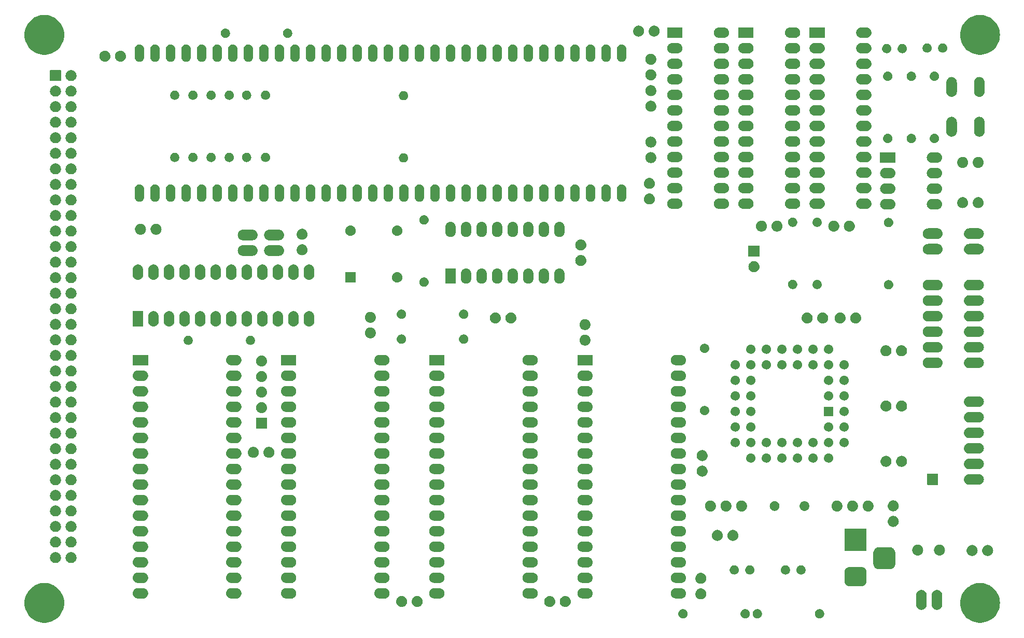
<source format=gbr>
G04 #@! TF.GenerationSoftware,KiCad,Pcbnew,7.0.9*
G04 #@! TF.CreationDate,2024-03-09T16:00:05+00:00*
G04 #@! TF.ProjectId,rosco_m68k,726f7363-6f5f-46d3-9638-6b2e6b696361,2.2*
G04 #@! TF.SameCoordinates,Original*
G04 #@! TF.FileFunction,Soldermask,Top*
G04 #@! TF.FilePolarity,Negative*
%FSLAX46Y46*%
G04 Gerber Fmt 4.6, Leading zero omitted, Abs format (unit mm)*
G04 Created by KiCad (PCBNEW 7.0.9) date 2024-03-09 16:00:05*
%MOMM*%
%LPD*%
G01*
G04 APERTURE LIST*
G04 APERTURE END LIST*
G36*
X72025953Y-148291827D02*
G01*
X72369735Y-148367499D01*
X72703319Y-148479897D01*
X73022796Y-148627702D01*
X73324419Y-148809183D01*
X73604653Y-149022211D01*
X73860211Y-149264289D01*
X74088099Y-149532579D01*
X74285643Y-149823934D01*
X74450528Y-150134941D01*
X74580820Y-150461951D01*
X74674993Y-150801131D01*
X74731942Y-151148505D01*
X74751000Y-151500000D01*
X74731942Y-151851495D01*
X74674993Y-152198869D01*
X74580820Y-152538049D01*
X74450528Y-152865059D01*
X74285643Y-153176066D01*
X74088099Y-153467421D01*
X73860211Y-153735711D01*
X73604653Y-153977789D01*
X73324419Y-154190817D01*
X73022796Y-154372298D01*
X72703319Y-154520103D01*
X72369735Y-154632501D01*
X72025953Y-154708173D01*
X71676006Y-154746232D01*
X71323994Y-154746232D01*
X70974047Y-154708173D01*
X70630265Y-154632501D01*
X70296681Y-154520103D01*
X69977204Y-154372298D01*
X69675581Y-154190817D01*
X69395347Y-153977789D01*
X69139789Y-153735711D01*
X68911901Y-153467421D01*
X68714357Y-153176066D01*
X68549472Y-152865059D01*
X68419180Y-152538049D01*
X68325007Y-152198869D01*
X68268058Y-151851495D01*
X68249000Y-151500000D01*
X68268058Y-151148505D01*
X68325007Y-150801131D01*
X68419180Y-150461951D01*
X68549472Y-150134941D01*
X68714357Y-149823934D01*
X68911901Y-149532579D01*
X69139789Y-149264289D01*
X69395347Y-149022211D01*
X69675581Y-148809183D01*
X69977204Y-148627702D01*
X70296681Y-148479897D01*
X70630265Y-148367499D01*
X70974047Y-148291827D01*
X71323994Y-148253768D01*
X71676006Y-148253768D01*
X72025953Y-148291827D01*
G37*
G36*
X224825953Y-148291827D02*
G01*
X225169735Y-148367499D01*
X225503319Y-148479897D01*
X225822796Y-148627702D01*
X226124419Y-148809183D01*
X226404653Y-149022211D01*
X226660211Y-149264289D01*
X226888099Y-149532579D01*
X227085643Y-149823934D01*
X227250528Y-150134941D01*
X227380820Y-150461951D01*
X227474993Y-150801131D01*
X227531942Y-151148505D01*
X227551000Y-151500000D01*
X227531942Y-151851495D01*
X227474993Y-152198869D01*
X227380820Y-152538049D01*
X227250528Y-152865059D01*
X227085643Y-153176066D01*
X226888099Y-153467421D01*
X226660211Y-153735711D01*
X226404653Y-153977789D01*
X226124419Y-154190817D01*
X225822796Y-154372298D01*
X225503319Y-154520103D01*
X225169735Y-154632501D01*
X224825953Y-154708173D01*
X224476006Y-154746232D01*
X224123994Y-154746232D01*
X223774047Y-154708173D01*
X223430265Y-154632501D01*
X223096681Y-154520103D01*
X222777204Y-154372298D01*
X222475581Y-154190817D01*
X222195347Y-153977789D01*
X221939789Y-153735711D01*
X221711901Y-153467421D01*
X221514357Y-153176066D01*
X221349472Y-152865059D01*
X221219180Y-152538049D01*
X221125007Y-152198869D01*
X221068058Y-151851495D01*
X221049000Y-151500000D01*
X221068058Y-151148505D01*
X221125007Y-150801131D01*
X221219180Y-150461951D01*
X221349472Y-150134941D01*
X221514357Y-149823934D01*
X221711901Y-149532579D01*
X221939789Y-149264289D01*
X222195347Y-149022211D01*
X222475581Y-148809183D01*
X222777204Y-148627702D01*
X223096681Y-148479897D01*
X223430265Y-148367499D01*
X223774047Y-148291827D01*
X224123994Y-148253768D01*
X224476006Y-148253768D01*
X224825953Y-148291827D01*
G37*
G36*
X175836525Y-152506459D02*
G01*
X175872981Y-152506459D01*
X175914106Y-152515200D01*
X175962961Y-152520705D01*
X175998484Y-152533135D01*
X176028659Y-152539549D01*
X176072146Y-152558911D01*
X176124019Y-152577062D01*
X176151019Y-152594027D01*
X176174054Y-152604283D01*
X176217002Y-152635486D01*
X176268499Y-152667844D01*
X176286992Y-152686337D01*
X176302816Y-152697834D01*
X176341930Y-152741275D01*
X176389156Y-152788501D01*
X176400019Y-152805790D01*
X176409313Y-152816112D01*
X176441112Y-152871190D01*
X176479938Y-152932981D01*
X176484784Y-152946832D01*
X176488892Y-152953946D01*
X176509923Y-153018675D01*
X176536295Y-153094039D01*
X176537295Y-153102914D01*
X176538075Y-153105315D01*
X176545147Y-153172603D01*
X176555400Y-153263600D01*
X176545146Y-153354604D01*
X176538075Y-153421884D01*
X176537295Y-153424283D01*
X176536295Y-153433161D01*
X176509919Y-153508537D01*
X176488892Y-153573253D01*
X176484785Y-153580365D01*
X176479938Y-153594219D01*
X176441105Y-153656021D01*
X176409313Y-153711087D01*
X176400021Y-153721406D01*
X176389156Y-153738699D01*
X176341921Y-153785933D01*
X176302816Y-153829365D01*
X176286996Y-153840858D01*
X176268499Y-153859356D01*
X176216992Y-153891719D01*
X176174054Y-153922916D01*
X176151024Y-153933169D01*
X176124019Y-153950138D01*
X176072136Y-153968292D01*
X176028659Y-153987650D01*
X175998490Y-153994062D01*
X175962961Y-154006495D01*
X175914103Y-154011999D01*
X175872981Y-154020741D01*
X175836525Y-154020741D01*
X175793400Y-154025600D01*
X175750275Y-154020741D01*
X175713819Y-154020741D01*
X175672695Y-154011999D01*
X175623839Y-154006495D01*
X175588310Y-153994063D01*
X175558140Y-153987650D01*
X175514658Y-153968291D01*
X175462781Y-153950138D01*
X175435777Y-153933170D01*
X175412745Y-153922916D01*
X175369800Y-153891714D01*
X175318301Y-153859356D01*
X175299806Y-153840861D01*
X175283983Y-153829365D01*
X175244868Y-153785923D01*
X175197644Y-153738699D01*
X175186780Y-153721409D01*
X175177486Y-153711087D01*
X175145682Y-153656001D01*
X175106862Y-153594219D01*
X175102015Y-153580369D01*
X175097907Y-153573253D01*
X175076866Y-153508497D01*
X175050505Y-153433161D01*
X175049505Y-153424288D01*
X175048724Y-153421884D01*
X175041638Y-153354471D01*
X175031400Y-153263600D01*
X175041637Y-153172736D01*
X175048724Y-153105315D01*
X175049505Y-153102909D01*
X175050505Y-153094039D01*
X175076862Y-153018715D01*
X175097907Y-152953946D01*
X175102016Y-152946827D01*
X175106862Y-152932981D01*
X175145675Y-152871209D01*
X175177486Y-152816112D01*
X175186782Y-152805787D01*
X175197644Y-152788501D01*
X175244866Y-152741278D01*
X175283985Y-152697833D01*
X175299808Y-152686336D01*
X175318301Y-152667844D01*
X175369790Y-152635491D01*
X175412742Y-152604285D01*
X175435779Y-152594028D01*
X175462781Y-152577062D01*
X175514657Y-152558909D01*
X175558142Y-152539549D01*
X175588314Y-152533135D01*
X175623839Y-152520705D01*
X175672693Y-152515200D01*
X175713819Y-152506459D01*
X175750275Y-152506459D01*
X175793400Y-152501600D01*
X175836525Y-152506459D01*
G37*
G36*
X185996525Y-152506459D02*
G01*
X186032981Y-152506459D01*
X186074106Y-152515200D01*
X186122961Y-152520705D01*
X186158484Y-152533135D01*
X186188659Y-152539549D01*
X186232146Y-152558911D01*
X186284019Y-152577062D01*
X186311019Y-152594027D01*
X186334054Y-152604283D01*
X186377002Y-152635486D01*
X186428499Y-152667844D01*
X186446992Y-152686337D01*
X186462816Y-152697834D01*
X186501930Y-152741275D01*
X186549156Y-152788501D01*
X186560019Y-152805790D01*
X186569313Y-152816112D01*
X186601112Y-152871190D01*
X186639938Y-152932981D01*
X186644784Y-152946832D01*
X186648892Y-152953946D01*
X186669923Y-153018675D01*
X186696295Y-153094039D01*
X186697295Y-153102914D01*
X186698075Y-153105315D01*
X186705147Y-153172603D01*
X186715400Y-153263600D01*
X186705146Y-153354604D01*
X186698075Y-153421884D01*
X186697295Y-153424283D01*
X186696295Y-153433161D01*
X186669919Y-153508537D01*
X186648892Y-153573253D01*
X186644785Y-153580365D01*
X186639938Y-153594219D01*
X186601105Y-153656021D01*
X186569313Y-153711087D01*
X186560021Y-153721406D01*
X186549156Y-153738699D01*
X186501921Y-153785933D01*
X186462816Y-153829365D01*
X186446996Y-153840858D01*
X186428499Y-153859356D01*
X186376992Y-153891719D01*
X186334054Y-153922916D01*
X186311024Y-153933169D01*
X186284019Y-153950138D01*
X186232136Y-153968292D01*
X186188659Y-153987650D01*
X186158490Y-153994062D01*
X186122961Y-154006495D01*
X186074103Y-154011999D01*
X186032981Y-154020741D01*
X185996525Y-154020741D01*
X185953400Y-154025600D01*
X185910275Y-154020741D01*
X185873819Y-154020741D01*
X185832695Y-154011999D01*
X185783839Y-154006495D01*
X185748310Y-153994063D01*
X185718140Y-153987650D01*
X185674658Y-153968291D01*
X185622781Y-153950138D01*
X185595777Y-153933170D01*
X185572745Y-153922916D01*
X185529800Y-153891714D01*
X185478301Y-153859356D01*
X185459806Y-153840861D01*
X185443983Y-153829365D01*
X185404868Y-153785923D01*
X185357644Y-153738699D01*
X185346780Y-153721409D01*
X185337486Y-153711087D01*
X185305682Y-153656001D01*
X185266862Y-153594219D01*
X185262015Y-153580369D01*
X185257907Y-153573253D01*
X185236866Y-153508497D01*
X185210505Y-153433161D01*
X185209505Y-153424288D01*
X185208724Y-153421884D01*
X185201638Y-153354471D01*
X185191400Y-153263600D01*
X185201637Y-153172736D01*
X185208724Y-153105315D01*
X185209505Y-153102909D01*
X185210505Y-153094039D01*
X185236862Y-153018715D01*
X185257907Y-152953946D01*
X185262016Y-152946827D01*
X185266862Y-152932981D01*
X185305675Y-152871209D01*
X185337486Y-152816112D01*
X185346782Y-152805787D01*
X185357644Y-152788501D01*
X185404866Y-152741278D01*
X185443985Y-152697833D01*
X185459808Y-152686336D01*
X185478301Y-152667844D01*
X185529790Y-152635491D01*
X185572742Y-152604285D01*
X185595779Y-152594028D01*
X185622781Y-152577062D01*
X185674657Y-152558909D01*
X185718142Y-152539549D01*
X185748314Y-152533135D01*
X185783839Y-152520705D01*
X185832693Y-152515200D01*
X185873819Y-152506459D01*
X185910275Y-152506459D01*
X185953400Y-152501600D01*
X185996525Y-152506459D01*
G37*
G36*
X187977725Y-152506459D02*
G01*
X188014181Y-152506459D01*
X188055306Y-152515200D01*
X188104161Y-152520705D01*
X188139684Y-152533135D01*
X188169859Y-152539549D01*
X188213346Y-152558911D01*
X188265219Y-152577062D01*
X188292219Y-152594027D01*
X188315254Y-152604283D01*
X188358202Y-152635486D01*
X188409699Y-152667844D01*
X188428192Y-152686337D01*
X188444016Y-152697834D01*
X188483130Y-152741275D01*
X188530356Y-152788501D01*
X188541219Y-152805790D01*
X188550513Y-152816112D01*
X188582312Y-152871190D01*
X188621138Y-152932981D01*
X188625984Y-152946832D01*
X188630092Y-152953946D01*
X188651123Y-153018675D01*
X188677495Y-153094039D01*
X188678495Y-153102914D01*
X188679275Y-153105315D01*
X188686347Y-153172603D01*
X188696600Y-153263600D01*
X188686346Y-153354604D01*
X188679275Y-153421884D01*
X188678495Y-153424283D01*
X188677495Y-153433161D01*
X188651119Y-153508537D01*
X188630092Y-153573253D01*
X188625985Y-153580365D01*
X188621138Y-153594219D01*
X188582305Y-153656021D01*
X188550513Y-153711087D01*
X188541221Y-153721406D01*
X188530356Y-153738699D01*
X188483121Y-153785933D01*
X188444016Y-153829365D01*
X188428196Y-153840858D01*
X188409699Y-153859356D01*
X188358192Y-153891719D01*
X188315254Y-153922916D01*
X188292224Y-153933169D01*
X188265219Y-153950138D01*
X188213336Y-153968292D01*
X188169859Y-153987650D01*
X188139690Y-153994062D01*
X188104161Y-154006495D01*
X188055303Y-154011999D01*
X188014181Y-154020741D01*
X187977725Y-154020741D01*
X187934600Y-154025600D01*
X187891475Y-154020741D01*
X187855019Y-154020741D01*
X187813895Y-154011999D01*
X187765039Y-154006495D01*
X187729510Y-153994063D01*
X187699340Y-153987650D01*
X187655858Y-153968291D01*
X187603981Y-153950138D01*
X187576977Y-153933170D01*
X187553945Y-153922916D01*
X187511000Y-153891714D01*
X187459501Y-153859356D01*
X187441006Y-153840861D01*
X187425183Y-153829365D01*
X187386068Y-153785923D01*
X187338844Y-153738699D01*
X187327980Y-153721409D01*
X187318686Y-153711087D01*
X187286882Y-153656001D01*
X187248062Y-153594219D01*
X187243215Y-153580369D01*
X187239107Y-153573253D01*
X187218066Y-153508497D01*
X187191705Y-153433161D01*
X187190705Y-153424288D01*
X187189924Y-153421884D01*
X187182838Y-153354471D01*
X187172600Y-153263600D01*
X187182837Y-153172736D01*
X187189924Y-153105315D01*
X187190705Y-153102909D01*
X187191705Y-153094039D01*
X187218062Y-153018715D01*
X187239107Y-152953946D01*
X187243216Y-152946827D01*
X187248062Y-152932981D01*
X187286875Y-152871209D01*
X187318686Y-152816112D01*
X187327982Y-152805787D01*
X187338844Y-152788501D01*
X187386066Y-152741278D01*
X187425185Y-152697833D01*
X187441008Y-152686336D01*
X187459501Y-152667844D01*
X187510990Y-152635491D01*
X187553942Y-152604285D01*
X187576979Y-152594028D01*
X187603981Y-152577062D01*
X187655857Y-152558909D01*
X187699342Y-152539549D01*
X187729514Y-152533135D01*
X187765039Y-152520705D01*
X187813893Y-152515200D01*
X187855019Y-152506459D01*
X187891475Y-152506459D01*
X187934600Y-152501600D01*
X187977725Y-152506459D01*
G37*
G36*
X198137725Y-152506459D02*
G01*
X198174181Y-152506459D01*
X198215306Y-152515200D01*
X198264161Y-152520705D01*
X198299684Y-152533135D01*
X198329859Y-152539549D01*
X198373346Y-152558911D01*
X198425219Y-152577062D01*
X198452219Y-152594027D01*
X198475254Y-152604283D01*
X198518202Y-152635486D01*
X198569699Y-152667844D01*
X198588192Y-152686337D01*
X198604016Y-152697834D01*
X198643130Y-152741275D01*
X198690356Y-152788501D01*
X198701219Y-152805790D01*
X198710513Y-152816112D01*
X198742312Y-152871190D01*
X198781138Y-152932981D01*
X198785984Y-152946832D01*
X198790092Y-152953946D01*
X198811123Y-153018675D01*
X198837495Y-153094039D01*
X198838495Y-153102914D01*
X198839275Y-153105315D01*
X198846347Y-153172603D01*
X198856600Y-153263600D01*
X198846346Y-153354604D01*
X198839275Y-153421884D01*
X198838495Y-153424283D01*
X198837495Y-153433161D01*
X198811119Y-153508537D01*
X198790092Y-153573253D01*
X198785985Y-153580365D01*
X198781138Y-153594219D01*
X198742305Y-153656021D01*
X198710513Y-153711087D01*
X198701221Y-153721406D01*
X198690356Y-153738699D01*
X198643121Y-153785933D01*
X198604016Y-153829365D01*
X198588196Y-153840858D01*
X198569699Y-153859356D01*
X198518192Y-153891719D01*
X198475254Y-153922916D01*
X198452224Y-153933169D01*
X198425219Y-153950138D01*
X198373336Y-153968292D01*
X198329859Y-153987650D01*
X198299690Y-153994062D01*
X198264161Y-154006495D01*
X198215303Y-154011999D01*
X198174181Y-154020741D01*
X198137725Y-154020741D01*
X198094600Y-154025600D01*
X198051475Y-154020741D01*
X198015019Y-154020741D01*
X197973895Y-154011999D01*
X197925039Y-154006495D01*
X197889510Y-153994063D01*
X197859340Y-153987650D01*
X197815858Y-153968291D01*
X197763981Y-153950138D01*
X197736977Y-153933170D01*
X197713945Y-153922916D01*
X197671000Y-153891714D01*
X197619501Y-153859356D01*
X197601006Y-153840861D01*
X197585183Y-153829365D01*
X197546068Y-153785923D01*
X197498844Y-153738699D01*
X197487980Y-153721409D01*
X197478686Y-153711087D01*
X197446882Y-153656001D01*
X197408062Y-153594219D01*
X197403215Y-153580369D01*
X197399107Y-153573253D01*
X197378066Y-153508497D01*
X197351705Y-153433161D01*
X197350705Y-153424288D01*
X197349924Y-153421884D01*
X197342838Y-153354471D01*
X197332600Y-153263600D01*
X197342837Y-153172736D01*
X197349924Y-153105315D01*
X197350705Y-153102909D01*
X197351705Y-153094039D01*
X197378062Y-153018715D01*
X197399107Y-152953946D01*
X197403216Y-152946827D01*
X197408062Y-152932981D01*
X197446875Y-152871209D01*
X197478686Y-152816112D01*
X197487982Y-152805787D01*
X197498844Y-152788501D01*
X197546066Y-152741278D01*
X197585185Y-152697833D01*
X197601008Y-152686336D01*
X197619501Y-152667844D01*
X197670990Y-152635491D01*
X197713942Y-152604285D01*
X197736979Y-152594028D01*
X197763981Y-152577062D01*
X197815857Y-152558909D01*
X197859342Y-152539549D01*
X197889514Y-152533135D01*
X197925039Y-152520705D01*
X197973893Y-152515200D01*
X198015019Y-152506459D01*
X198051475Y-152506459D01*
X198094600Y-152501600D01*
X198137725Y-152506459D01*
G37*
G36*
X214821558Y-149383012D02*
G01*
X214860676Y-149384996D01*
X214907308Y-149397069D01*
X214961037Y-149405878D01*
X214997612Y-149420450D01*
X215029708Y-149428761D01*
X215078333Y-149452612D01*
X215134518Y-149474999D01*
X215162114Y-149493710D01*
X215186472Y-149505658D01*
X215234023Y-149542465D01*
X215289083Y-149579797D01*
X215307858Y-149599618D01*
X215324547Y-149612536D01*
X215367602Y-149662688D01*
X215417506Y-149715372D01*
X215428463Y-149733583D01*
X215438284Y-149745023D01*
X215473246Y-149808012D01*
X215513782Y-149875384D01*
X215518635Y-149889789D01*
X215523017Y-149897683D01*
X215546310Y-149971924D01*
X215573410Y-150052352D01*
X215574399Y-150061449D01*
X215575290Y-150064288D01*
X215583668Y-150146682D01*
X215593600Y-150238000D01*
X215593600Y-151762000D01*
X215591097Y-151808154D01*
X215589169Y-151846181D01*
X215588988Y-151847058D01*
X215588538Y-151855372D01*
X215569597Y-151941416D01*
X215553380Y-152020334D01*
X215551011Y-152025853D01*
X215548393Y-152037749D01*
X215514073Y-152111930D01*
X215484522Y-152180793D01*
X215477638Y-152190682D01*
X215469982Y-152207232D01*
X215424217Y-152267433D01*
X215384774Y-152324104D01*
X215371667Y-152336562D01*
X215356970Y-152355897D01*
X215303951Y-152400931D01*
X215258219Y-152444403D01*
X215237756Y-152457157D01*
X215214641Y-152476792D01*
X215158532Y-152506538D01*
X215110038Y-152536766D01*
X215081772Y-152547234D01*
X215049651Y-152564264D01*
X214994280Y-152579637D01*
X214946304Y-152597406D01*
X214910564Y-152602881D01*
X214869715Y-152614223D01*
X214818351Y-152617007D01*
X214773708Y-152623847D01*
X214731598Y-152621711D01*
X214683246Y-152624333D01*
X214638433Y-152616986D01*
X214599323Y-152615003D01*
X214552699Y-152602931D01*
X214498963Y-152594122D01*
X214462382Y-152579546D01*
X214430291Y-152571238D01*
X214381672Y-152547389D01*
X214325482Y-152525001D01*
X214297882Y-152506288D01*
X214273527Y-152494341D01*
X214225978Y-152457535D01*
X214170917Y-152420203D01*
X214152140Y-152400380D01*
X214135452Y-152387463D01*
X214092396Y-152337309D01*
X214042494Y-152284628D01*
X214031536Y-152266416D01*
X214021715Y-152254976D01*
X213986748Y-152191977D01*
X213946218Y-152124616D01*
X213941364Y-152110212D01*
X213936982Y-152102316D01*
X213913679Y-152028045D01*
X213886590Y-151947648D01*
X213885600Y-151938553D01*
X213884709Y-151935711D01*
X213876324Y-151853255D01*
X213866400Y-151762000D01*
X213866400Y-150238000D01*
X213868892Y-150192021D01*
X213870830Y-150153818D01*
X213871011Y-150152933D01*
X213871462Y-150144628D01*
X213890384Y-150058665D01*
X213906619Y-149979665D01*
X213908990Y-149974139D01*
X213911607Y-149962251D01*
X213945907Y-149888112D01*
X213975477Y-149819206D01*
X213982364Y-149809309D01*
X213990018Y-149792768D01*
X214035762Y-149732592D01*
X214075225Y-149675895D01*
X214088337Y-149663430D01*
X214103030Y-149644103D01*
X214156029Y-149599085D01*
X214201780Y-149555596D01*
X214222250Y-149542836D01*
X214245359Y-149523208D01*
X214301450Y-149493470D01*
X214349961Y-149463233D01*
X214378236Y-149452761D01*
X214410349Y-149435736D01*
X214465704Y-149420366D01*
X214513695Y-149402593D01*
X214549444Y-149397116D01*
X214590285Y-149385777D01*
X214641637Y-149382992D01*
X214686291Y-149376152D01*
X214728410Y-149378288D01*
X214776754Y-149375667D01*
X214821558Y-149383012D01*
G37*
G36*
X217361558Y-149383012D02*
G01*
X217400676Y-149384996D01*
X217447308Y-149397069D01*
X217501037Y-149405878D01*
X217537612Y-149420450D01*
X217569708Y-149428761D01*
X217618333Y-149452612D01*
X217674518Y-149474999D01*
X217702114Y-149493710D01*
X217726472Y-149505658D01*
X217774023Y-149542465D01*
X217829083Y-149579797D01*
X217847858Y-149599618D01*
X217864547Y-149612536D01*
X217907602Y-149662688D01*
X217957506Y-149715372D01*
X217968463Y-149733583D01*
X217978284Y-149745023D01*
X218013246Y-149808012D01*
X218053782Y-149875384D01*
X218058635Y-149889789D01*
X218063017Y-149897683D01*
X218086310Y-149971924D01*
X218113410Y-150052352D01*
X218114399Y-150061449D01*
X218115290Y-150064288D01*
X218123668Y-150146682D01*
X218133600Y-150238000D01*
X218133600Y-151762000D01*
X218131097Y-151808154D01*
X218129169Y-151846181D01*
X218128988Y-151847058D01*
X218128538Y-151855372D01*
X218109597Y-151941416D01*
X218093380Y-152020334D01*
X218091011Y-152025853D01*
X218088393Y-152037749D01*
X218054073Y-152111930D01*
X218024522Y-152180793D01*
X218017638Y-152190682D01*
X218009982Y-152207232D01*
X217964217Y-152267433D01*
X217924774Y-152324104D01*
X217911667Y-152336562D01*
X217896970Y-152355897D01*
X217843951Y-152400931D01*
X217798219Y-152444403D01*
X217777756Y-152457157D01*
X217754641Y-152476792D01*
X217698532Y-152506538D01*
X217650038Y-152536766D01*
X217621772Y-152547234D01*
X217589651Y-152564264D01*
X217534280Y-152579637D01*
X217486304Y-152597406D01*
X217450564Y-152602881D01*
X217409715Y-152614223D01*
X217358351Y-152617007D01*
X217313708Y-152623847D01*
X217271598Y-152621711D01*
X217223246Y-152624333D01*
X217178433Y-152616986D01*
X217139323Y-152615003D01*
X217092699Y-152602931D01*
X217038963Y-152594122D01*
X217002382Y-152579546D01*
X216970291Y-152571238D01*
X216921672Y-152547389D01*
X216865482Y-152525001D01*
X216837882Y-152506288D01*
X216813527Y-152494341D01*
X216765978Y-152457535D01*
X216710917Y-152420203D01*
X216692140Y-152400380D01*
X216675452Y-152387463D01*
X216632396Y-152337309D01*
X216582494Y-152284628D01*
X216571536Y-152266416D01*
X216561715Y-152254976D01*
X216526748Y-152191977D01*
X216486218Y-152124616D01*
X216481364Y-152110212D01*
X216476982Y-152102316D01*
X216453679Y-152028045D01*
X216426590Y-151947648D01*
X216425600Y-151938553D01*
X216424709Y-151935711D01*
X216416324Y-151853255D01*
X216406400Y-151762000D01*
X216406400Y-150238000D01*
X216408892Y-150192021D01*
X216410830Y-150153818D01*
X216411011Y-150152933D01*
X216411462Y-150144628D01*
X216430384Y-150058665D01*
X216446619Y-149979665D01*
X216448990Y-149974139D01*
X216451607Y-149962251D01*
X216485907Y-149888112D01*
X216515477Y-149819206D01*
X216522364Y-149809309D01*
X216530018Y-149792768D01*
X216575762Y-149732592D01*
X216615225Y-149675895D01*
X216628337Y-149663430D01*
X216643030Y-149644103D01*
X216696029Y-149599085D01*
X216741780Y-149555596D01*
X216762250Y-149542836D01*
X216785359Y-149523208D01*
X216841450Y-149493470D01*
X216889961Y-149463233D01*
X216918236Y-149452761D01*
X216950349Y-149435736D01*
X217005704Y-149420366D01*
X217053695Y-149402593D01*
X217089444Y-149397116D01*
X217130285Y-149385777D01*
X217181637Y-149382992D01*
X217226291Y-149376152D01*
X217268410Y-149378288D01*
X217316754Y-149375667D01*
X217361558Y-149383012D01*
G37*
G36*
X129896022Y-150366240D02*
G01*
X129946253Y-150366240D01*
X129989632Y-150375460D01*
X130027792Y-150379219D01*
X130075727Y-150393760D01*
X130130641Y-150405432D01*
X130165779Y-150421076D01*
X130196837Y-150430498D01*
X130246197Y-150456881D01*
X130302850Y-150482105D01*
X130329187Y-150501239D01*
X130352620Y-150513765D01*
X130400419Y-150552993D01*
X130455355Y-150592906D01*
X130473192Y-150612716D01*
X130489170Y-150625829D01*
X130532105Y-150678146D01*
X130581491Y-150732994D01*
X130591865Y-150750963D01*
X130601234Y-150762379D01*
X130635890Y-150827216D01*
X130675744Y-150896246D01*
X130680328Y-150910356D01*
X130684501Y-150918162D01*
X130707501Y-150993985D01*
X130733996Y-151075526D01*
X130734928Y-151084400D01*
X130735780Y-151087207D01*
X130744074Y-151171417D01*
X130753700Y-151263000D01*
X130744073Y-151354590D01*
X130735780Y-151438792D01*
X130734928Y-151441597D01*
X130733996Y-151450474D01*
X130707497Y-151532028D01*
X130684501Y-151607837D01*
X130680329Y-151615641D01*
X130675744Y-151629754D01*
X130635882Y-151698795D01*
X130601234Y-151763620D01*
X130591867Y-151775032D01*
X130581491Y-151793006D01*
X130532096Y-151847864D01*
X130489170Y-151900170D01*
X130473196Y-151913279D01*
X130455355Y-151933094D01*
X130400408Y-151973014D01*
X130352620Y-152012234D01*
X130329192Y-152024756D01*
X130302850Y-152043895D01*
X130246186Y-152069123D01*
X130196837Y-152095501D01*
X130165786Y-152104919D01*
X130130641Y-152120568D01*
X130075716Y-152132242D01*
X130027792Y-152146780D01*
X129989641Y-152150537D01*
X129946253Y-152159760D01*
X129896011Y-152159760D01*
X129852000Y-152164095D01*
X129807988Y-152159760D01*
X129757747Y-152159760D01*
X129714359Y-152150537D01*
X129676207Y-152146780D01*
X129628279Y-152132241D01*
X129573359Y-152120568D01*
X129538215Y-152104920D01*
X129507162Y-152095501D01*
X129457807Y-152069120D01*
X129401150Y-152043895D01*
X129374810Y-152024758D01*
X129351379Y-152012234D01*
X129303582Y-151973008D01*
X129248645Y-151933094D01*
X129230806Y-151913282D01*
X129214829Y-151900170D01*
X129171892Y-151847851D01*
X129122509Y-151793006D01*
X129112134Y-151775036D01*
X129102765Y-151763620D01*
X129068103Y-151698772D01*
X129028256Y-151629754D01*
X129023672Y-151615646D01*
X129019498Y-151607837D01*
X128996487Y-151531982D01*
X128970004Y-151450474D01*
X128969071Y-151441602D01*
X128968219Y-151438792D01*
X128959910Y-151354439D01*
X128950300Y-151263000D01*
X128959909Y-151171568D01*
X128968219Y-151087207D01*
X128969071Y-151084395D01*
X128970004Y-151075526D01*
X128996483Y-150994031D01*
X129019498Y-150918162D01*
X129023672Y-150910351D01*
X129028256Y-150896246D01*
X129068096Y-150827240D01*
X129102765Y-150762379D01*
X129112136Y-150750959D01*
X129122509Y-150732994D01*
X129171883Y-150678158D01*
X129214829Y-150625829D01*
X129230810Y-150612713D01*
X129248645Y-150592906D01*
X129303571Y-150552999D01*
X129351379Y-150513765D01*
X129374815Y-150501237D01*
X129401150Y-150482105D01*
X129457796Y-150456884D01*
X129507162Y-150430498D01*
X129538222Y-150421076D01*
X129573359Y-150405432D01*
X129628268Y-150393760D01*
X129676207Y-150379219D01*
X129714368Y-150375460D01*
X129757747Y-150366240D01*
X129807978Y-150366240D01*
X129852000Y-150361904D01*
X129896022Y-150366240D01*
G37*
G36*
X132436022Y-150366240D02*
G01*
X132486253Y-150366240D01*
X132529632Y-150375460D01*
X132567792Y-150379219D01*
X132615727Y-150393760D01*
X132670641Y-150405432D01*
X132705779Y-150421076D01*
X132736837Y-150430498D01*
X132786197Y-150456881D01*
X132842850Y-150482105D01*
X132869187Y-150501239D01*
X132892620Y-150513765D01*
X132940419Y-150552993D01*
X132995355Y-150592906D01*
X133013192Y-150612716D01*
X133029170Y-150625829D01*
X133072105Y-150678146D01*
X133121491Y-150732994D01*
X133131865Y-150750963D01*
X133141234Y-150762379D01*
X133175890Y-150827216D01*
X133215744Y-150896246D01*
X133220328Y-150910356D01*
X133224501Y-150918162D01*
X133247501Y-150993985D01*
X133273996Y-151075526D01*
X133274928Y-151084400D01*
X133275780Y-151087207D01*
X133284074Y-151171417D01*
X133293700Y-151263000D01*
X133284073Y-151354590D01*
X133275780Y-151438792D01*
X133274928Y-151441597D01*
X133273996Y-151450474D01*
X133247497Y-151532028D01*
X133224501Y-151607837D01*
X133220329Y-151615641D01*
X133215744Y-151629754D01*
X133175882Y-151698795D01*
X133141234Y-151763620D01*
X133131867Y-151775032D01*
X133121491Y-151793006D01*
X133072096Y-151847864D01*
X133029170Y-151900170D01*
X133013196Y-151913279D01*
X132995355Y-151933094D01*
X132940408Y-151973014D01*
X132892620Y-152012234D01*
X132869192Y-152024756D01*
X132842850Y-152043895D01*
X132786186Y-152069123D01*
X132736837Y-152095501D01*
X132705786Y-152104919D01*
X132670641Y-152120568D01*
X132615716Y-152132242D01*
X132567792Y-152146780D01*
X132529641Y-152150537D01*
X132486253Y-152159760D01*
X132436011Y-152159760D01*
X132392000Y-152164095D01*
X132347988Y-152159760D01*
X132297747Y-152159760D01*
X132254359Y-152150537D01*
X132216207Y-152146780D01*
X132168279Y-152132241D01*
X132113359Y-152120568D01*
X132078215Y-152104920D01*
X132047162Y-152095501D01*
X131997807Y-152069120D01*
X131941150Y-152043895D01*
X131914810Y-152024758D01*
X131891379Y-152012234D01*
X131843582Y-151973008D01*
X131788645Y-151933094D01*
X131770806Y-151913282D01*
X131754829Y-151900170D01*
X131711892Y-151847851D01*
X131662509Y-151793006D01*
X131652134Y-151775036D01*
X131642765Y-151763620D01*
X131608103Y-151698772D01*
X131568256Y-151629754D01*
X131563672Y-151615646D01*
X131559498Y-151607837D01*
X131536487Y-151531982D01*
X131510004Y-151450474D01*
X131509071Y-151441602D01*
X131508219Y-151438792D01*
X131499910Y-151354439D01*
X131490300Y-151263000D01*
X131499909Y-151171568D01*
X131508219Y-151087207D01*
X131509071Y-151084395D01*
X131510004Y-151075526D01*
X131536483Y-150994031D01*
X131559498Y-150918162D01*
X131563672Y-150910351D01*
X131568256Y-150896246D01*
X131608096Y-150827240D01*
X131642765Y-150762379D01*
X131652136Y-150750959D01*
X131662509Y-150732994D01*
X131711883Y-150678158D01*
X131754829Y-150625829D01*
X131770810Y-150612713D01*
X131788645Y-150592906D01*
X131843571Y-150552999D01*
X131891379Y-150513765D01*
X131914815Y-150501237D01*
X131941150Y-150482105D01*
X131997796Y-150456884D01*
X132047162Y-150430498D01*
X132078222Y-150421076D01*
X132113359Y-150405432D01*
X132168268Y-150393760D01*
X132216207Y-150379219D01*
X132254368Y-150375460D01*
X132297747Y-150366240D01*
X132347978Y-150366240D01*
X132392000Y-150361904D01*
X132436022Y-150366240D01*
G37*
G36*
X154074022Y-150366240D02*
G01*
X154124253Y-150366240D01*
X154167632Y-150375460D01*
X154205792Y-150379219D01*
X154253727Y-150393760D01*
X154308641Y-150405432D01*
X154343779Y-150421076D01*
X154374837Y-150430498D01*
X154424197Y-150456881D01*
X154480850Y-150482105D01*
X154507187Y-150501239D01*
X154530620Y-150513765D01*
X154578419Y-150552993D01*
X154633355Y-150592906D01*
X154651192Y-150612716D01*
X154667170Y-150625829D01*
X154710105Y-150678146D01*
X154759491Y-150732994D01*
X154769865Y-150750963D01*
X154779234Y-150762379D01*
X154813890Y-150827216D01*
X154853744Y-150896246D01*
X154858328Y-150910356D01*
X154862501Y-150918162D01*
X154885501Y-150993985D01*
X154911996Y-151075526D01*
X154912928Y-151084400D01*
X154913780Y-151087207D01*
X154922074Y-151171417D01*
X154931700Y-151263000D01*
X154922073Y-151354590D01*
X154913780Y-151438792D01*
X154912928Y-151441597D01*
X154911996Y-151450474D01*
X154885497Y-151532028D01*
X154862501Y-151607837D01*
X154858329Y-151615641D01*
X154853744Y-151629754D01*
X154813882Y-151698795D01*
X154779234Y-151763620D01*
X154769867Y-151775032D01*
X154759491Y-151793006D01*
X154710096Y-151847864D01*
X154667170Y-151900170D01*
X154651196Y-151913279D01*
X154633355Y-151933094D01*
X154578408Y-151973014D01*
X154530620Y-152012234D01*
X154507192Y-152024756D01*
X154480850Y-152043895D01*
X154424186Y-152069123D01*
X154374837Y-152095501D01*
X154343786Y-152104919D01*
X154308641Y-152120568D01*
X154253716Y-152132242D01*
X154205792Y-152146780D01*
X154167641Y-152150537D01*
X154124253Y-152159760D01*
X154074011Y-152159760D01*
X154030000Y-152164095D01*
X153985988Y-152159760D01*
X153935747Y-152159760D01*
X153892359Y-152150537D01*
X153854207Y-152146780D01*
X153806279Y-152132241D01*
X153751359Y-152120568D01*
X153716215Y-152104920D01*
X153685162Y-152095501D01*
X153635807Y-152069120D01*
X153579150Y-152043895D01*
X153552810Y-152024758D01*
X153529379Y-152012234D01*
X153481582Y-151973008D01*
X153426645Y-151933094D01*
X153408806Y-151913282D01*
X153392829Y-151900170D01*
X153349892Y-151847851D01*
X153300509Y-151793006D01*
X153290134Y-151775036D01*
X153280765Y-151763620D01*
X153246103Y-151698772D01*
X153206256Y-151629754D01*
X153201672Y-151615646D01*
X153197498Y-151607837D01*
X153174487Y-151531982D01*
X153148004Y-151450474D01*
X153147071Y-151441602D01*
X153146219Y-151438792D01*
X153137910Y-151354439D01*
X153128300Y-151263000D01*
X153137909Y-151171568D01*
X153146219Y-151087207D01*
X153147071Y-151084395D01*
X153148004Y-151075526D01*
X153174483Y-150994031D01*
X153197498Y-150918162D01*
X153201672Y-150910351D01*
X153206256Y-150896246D01*
X153246096Y-150827240D01*
X153280765Y-150762379D01*
X153290136Y-150750959D01*
X153300509Y-150732994D01*
X153349883Y-150678158D01*
X153392829Y-150625829D01*
X153408810Y-150612713D01*
X153426645Y-150592906D01*
X153481571Y-150552999D01*
X153529379Y-150513765D01*
X153552815Y-150501237D01*
X153579150Y-150482105D01*
X153635796Y-150456884D01*
X153685162Y-150430498D01*
X153716222Y-150421076D01*
X153751359Y-150405432D01*
X153806268Y-150393760D01*
X153854207Y-150379219D01*
X153892368Y-150375460D01*
X153935747Y-150366240D01*
X153985978Y-150366240D01*
X154030000Y-150361904D01*
X154074022Y-150366240D01*
G37*
G36*
X156614022Y-150366240D02*
G01*
X156664253Y-150366240D01*
X156707632Y-150375460D01*
X156745792Y-150379219D01*
X156793727Y-150393760D01*
X156848641Y-150405432D01*
X156883779Y-150421076D01*
X156914837Y-150430498D01*
X156964197Y-150456881D01*
X157020850Y-150482105D01*
X157047187Y-150501239D01*
X157070620Y-150513765D01*
X157118419Y-150552993D01*
X157173355Y-150592906D01*
X157191192Y-150612716D01*
X157207170Y-150625829D01*
X157250105Y-150678146D01*
X157299491Y-150732994D01*
X157309865Y-150750963D01*
X157319234Y-150762379D01*
X157353890Y-150827216D01*
X157393744Y-150896246D01*
X157398328Y-150910356D01*
X157402501Y-150918162D01*
X157425501Y-150993985D01*
X157451996Y-151075526D01*
X157452928Y-151084400D01*
X157453780Y-151087207D01*
X157462074Y-151171417D01*
X157471700Y-151263000D01*
X157462073Y-151354590D01*
X157453780Y-151438792D01*
X157452928Y-151441597D01*
X157451996Y-151450474D01*
X157425497Y-151532028D01*
X157402501Y-151607837D01*
X157398329Y-151615641D01*
X157393744Y-151629754D01*
X157353882Y-151698795D01*
X157319234Y-151763620D01*
X157309867Y-151775032D01*
X157299491Y-151793006D01*
X157250096Y-151847864D01*
X157207170Y-151900170D01*
X157191196Y-151913279D01*
X157173355Y-151933094D01*
X157118408Y-151973014D01*
X157070620Y-152012234D01*
X157047192Y-152024756D01*
X157020850Y-152043895D01*
X156964186Y-152069123D01*
X156914837Y-152095501D01*
X156883786Y-152104919D01*
X156848641Y-152120568D01*
X156793716Y-152132242D01*
X156745792Y-152146780D01*
X156707641Y-152150537D01*
X156664253Y-152159760D01*
X156614011Y-152159760D01*
X156570000Y-152164095D01*
X156525988Y-152159760D01*
X156475747Y-152159760D01*
X156432359Y-152150537D01*
X156394207Y-152146780D01*
X156346279Y-152132241D01*
X156291359Y-152120568D01*
X156256215Y-152104920D01*
X156225162Y-152095501D01*
X156175807Y-152069120D01*
X156119150Y-152043895D01*
X156092810Y-152024758D01*
X156069379Y-152012234D01*
X156021582Y-151973008D01*
X155966645Y-151933094D01*
X155948806Y-151913282D01*
X155932829Y-151900170D01*
X155889892Y-151847851D01*
X155840509Y-151793006D01*
X155830134Y-151775036D01*
X155820765Y-151763620D01*
X155786103Y-151698772D01*
X155746256Y-151629754D01*
X155741672Y-151615646D01*
X155737498Y-151607837D01*
X155714487Y-151531982D01*
X155688004Y-151450474D01*
X155687071Y-151441602D01*
X155686219Y-151438792D01*
X155677910Y-151354439D01*
X155668300Y-151263000D01*
X155677909Y-151171568D01*
X155686219Y-151087207D01*
X155687071Y-151084395D01*
X155688004Y-151075526D01*
X155714483Y-150994031D01*
X155737498Y-150918162D01*
X155741672Y-150910351D01*
X155746256Y-150896246D01*
X155786096Y-150827240D01*
X155820765Y-150762379D01*
X155830136Y-150750959D01*
X155840509Y-150732994D01*
X155889883Y-150678158D01*
X155932829Y-150625829D01*
X155948810Y-150612713D01*
X155966645Y-150592906D01*
X156021571Y-150552999D01*
X156069379Y-150513765D01*
X156092815Y-150501237D01*
X156119150Y-150482105D01*
X156175796Y-150456884D01*
X156225162Y-150430498D01*
X156256222Y-150421076D01*
X156291359Y-150405432D01*
X156346268Y-150393760D01*
X156394207Y-150379219D01*
X156432368Y-150375460D01*
X156475747Y-150366240D01*
X156525978Y-150366240D01*
X156570000Y-150361904D01*
X156614022Y-150366240D01*
G37*
G36*
X178758422Y-149115640D02*
G01*
X178808653Y-149115640D01*
X178852032Y-149124860D01*
X178890192Y-149128619D01*
X178938127Y-149143160D01*
X178993041Y-149154832D01*
X179028179Y-149170476D01*
X179059237Y-149179898D01*
X179108597Y-149206281D01*
X179165250Y-149231505D01*
X179191587Y-149250639D01*
X179215020Y-149263165D01*
X179262819Y-149302393D01*
X179317755Y-149342306D01*
X179335592Y-149362116D01*
X179351570Y-149375229D01*
X179394505Y-149427546D01*
X179443891Y-149482394D01*
X179454265Y-149500363D01*
X179463634Y-149511779D01*
X179498290Y-149576616D01*
X179538144Y-149645646D01*
X179542728Y-149659756D01*
X179546901Y-149667562D01*
X179569901Y-149743385D01*
X179596396Y-149824926D01*
X179597328Y-149833800D01*
X179598180Y-149836607D01*
X179606474Y-149920817D01*
X179616100Y-150012400D01*
X179606473Y-150103990D01*
X179598180Y-150188192D01*
X179597328Y-150190997D01*
X179596396Y-150199874D01*
X179569897Y-150281428D01*
X179546901Y-150357237D01*
X179542729Y-150365041D01*
X179538144Y-150379154D01*
X179498282Y-150448195D01*
X179463634Y-150513020D01*
X179454267Y-150524432D01*
X179443891Y-150542406D01*
X179394496Y-150597264D01*
X179351570Y-150649570D01*
X179335596Y-150662679D01*
X179317755Y-150682494D01*
X179262808Y-150722414D01*
X179215020Y-150761634D01*
X179191592Y-150774156D01*
X179165250Y-150793295D01*
X179108586Y-150818523D01*
X179059237Y-150844901D01*
X179028186Y-150854319D01*
X178993041Y-150869968D01*
X178938116Y-150881642D01*
X178890192Y-150896180D01*
X178852041Y-150899937D01*
X178808653Y-150909160D01*
X178758411Y-150909160D01*
X178714400Y-150913495D01*
X178670388Y-150909160D01*
X178620147Y-150909160D01*
X178576759Y-150899937D01*
X178538607Y-150896180D01*
X178490679Y-150881641D01*
X178435759Y-150869968D01*
X178400615Y-150854320D01*
X178369562Y-150844901D01*
X178320207Y-150818520D01*
X178263550Y-150793295D01*
X178237210Y-150774158D01*
X178213779Y-150761634D01*
X178165982Y-150722408D01*
X178111045Y-150682494D01*
X178093206Y-150662682D01*
X178077229Y-150649570D01*
X178034292Y-150597251D01*
X177984909Y-150542406D01*
X177974534Y-150524436D01*
X177965165Y-150513020D01*
X177930503Y-150448172D01*
X177890656Y-150379154D01*
X177886072Y-150365046D01*
X177881898Y-150357237D01*
X177858887Y-150281382D01*
X177832404Y-150199874D01*
X177831471Y-150191002D01*
X177830619Y-150188192D01*
X177822310Y-150103839D01*
X177812700Y-150012400D01*
X177822309Y-149920968D01*
X177830619Y-149836607D01*
X177831471Y-149833795D01*
X177832404Y-149824926D01*
X177858883Y-149743431D01*
X177881898Y-149667562D01*
X177886072Y-149659751D01*
X177890656Y-149645646D01*
X177930496Y-149576640D01*
X177965165Y-149511779D01*
X177974536Y-149500359D01*
X177984909Y-149482394D01*
X178034283Y-149427558D01*
X178077229Y-149375229D01*
X178093210Y-149362113D01*
X178111045Y-149342306D01*
X178165971Y-149302399D01*
X178213779Y-149263165D01*
X178237215Y-149250637D01*
X178263550Y-149231505D01*
X178320196Y-149206284D01*
X178369562Y-149179898D01*
X178400622Y-149170476D01*
X178435759Y-149154832D01*
X178490668Y-149143160D01*
X178538607Y-149128619D01*
X178576768Y-149124860D01*
X178620147Y-149115640D01*
X178670378Y-149115640D01*
X178714400Y-149111304D01*
X178758422Y-149115640D01*
G37*
G36*
X87645979Y-149075093D02*
G01*
X87682906Y-149076966D01*
X87683761Y-149077141D01*
X87692009Y-149077589D01*
X87777379Y-149096380D01*
X87854562Y-149112241D01*
X87859958Y-149114556D01*
X87871726Y-149117147D01*
X87945110Y-149151098D01*
X88012677Y-149180094D01*
X88022381Y-149186848D01*
X88038736Y-149194415D01*
X88098216Y-149239630D01*
X88153901Y-149278388D01*
X88166143Y-149291267D01*
X88185232Y-149305778D01*
X88229695Y-149358124D01*
X88272437Y-149403089D01*
X88284975Y-149423205D01*
X88304363Y-149446030D01*
X88333738Y-149501437D01*
X88363453Y-149549110D01*
X88373742Y-149576893D01*
X88390559Y-149608612D01*
X88405739Y-149663286D01*
X88423208Y-149710454D01*
X88428591Y-149745592D01*
X88439789Y-149785924D01*
X88442538Y-149836635D01*
X88449263Y-149880529D01*
X88447163Y-149921929D01*
X88449752Y-149969672D01*
X88442497Y-150013919D01*
X88440548Y-150052368D01*
X88428680Y-150098205D01*
X88419981Y-150151267D01*
X88405589Y-150187387D01*
X88397422Y-150218932D01*
X88373978Y-150266724D01*
X88351869Y-150322216D01*
X88333389Y-150349470D01*
X88321648Y-150373408D01*
X88285475Y-150420139D01*
X88248600Y-150474526D01*
X88229020Y-150493072D01*
X88216331Y-150509466D01*
X88167067Y-150551757D01*
X88115003Y-150601075D01*
X88097003Y-150611905D01*
X88085780Y-150621540D01*
X88023987Y-150655837D01*
X87957326Y-150695947D01*
X87943071Y-150700749D01*
X87935344Y-150705039D01*
X87862639Y-150727850D01*
X87782940Y-150754704D01*
X87773927Y-150755684D01*
X87771174Y-150756548D01*
X87691295Y-150764670D01*
X87600000Y-150774600D01*
X87593657Y-150774600D01*
X86803177Y-150774600D01*
X86800000Y-150774600D01*
X86753865Y-150772098D01*
X86717093Y-150770233D01*
X86716243Y-150770058D01*
X86707991Y-150769611D01*
X86622566Y-150750807D01*
X86545437Y-150734958D01*
X86540044Y-150732643D01*
X86528274Y-150730053D01*
X86454872Y-150696093D01*
X86387322Y-150667105D01*
X86377619Y-150660352D01*
X86361264Y-150652785D01*
X86301778Y-150607565D01*
X86246098Y-150568811D01*
X86233855Y-150555932D01*
X86214768Y-150541422D01*
X86170304Y-150489075D01*
X86127562Y-150444110D01*
X86115022Y-150423992D01*
X86095637Y-150401170D01*
X86066263Y-150345766D01*
X86036546Y-150298089D01*
X86026255Y-150270302D01*
X86009441Y-150238588D01*
X85994262Y-150183920D01*
X85976791Y-150136745D01*
X85971406Y-150101600D01*
X85960211Y-150061276D01*
X85957461Y-150010573D01*
X85950736Y-149966670D01*
X85952836Y-149925260D01*
X85950248Y-149877528D01*
X85957500Y-149833289D01*
X85959451Y-149794831D01*
X85971322Y-149748981D01*
X85980019Y-149695933D01*
X85994407Y-149659821D01*
X86002577Y-149628267D01*
X86026027Y-149580459D01*
X86048131Y-149524984D01*
X86066604Y-149497737D01*
X86078351Y-149473791D01*
X86114537Y-149427042D01*
X86151400Y-149372674D01*
X86170972Y-149354133D01*
X86183668Y-149337733D01*
X86232953Y-149295423D01*
X86284997Y-149246125D01*
X86302989Y-149235299D01*
X86314219Y-149225659D01*
X86376045Y-149191342D01*
X86442674Y-149151253D01*
X86456921Y-149146452D01*
X86464655Y-149142160D01*
X86537417Y-149119330D01*
X86617060Y-149092496D01*
X86626066Y-149091516D01*
X86628825Y-149090651D01*
X86708790Y-149082519D01*
X86800000Y-149072600D01*
X87600000Y-149072600D01*
X87645979Y-149075093D01*
G37*
G36*
X102885979Y-149075093D02*
G01*
X102922906Y-149076966D01*
X102923761Y-149077141D01*
X102932009Y-149077589D01*
X103017379Y-149096380D01*
X103094562Y-149112241D01*
X103099958Y-149114556D01*
X103111726Y-149117147D01*
X103185110Y-149151098D01*
X103252677Y-149180094D01*
X103262381Y-149186848D01*
X103278736Y-149194415D01*
X103338216Y-149239630D01*
X103393901Y-149278388D01*
X103406143Y-149291267D01*
X103425232Y-149305778D01*
X103469695Y-149358124D01*
X103512437Y-149403089D01*
X103524975Y-149423205D01*
X103544363Y-149446030D01*
X103573738Y-149501437D01*
X103603453Y-149549110D01*
X103613742Y-149576893D01*
X103630559Y-149608612D01*
X103645739Y-149663286D01*
X103663208Y-149710454D01*
X103668591Y-149745592D01*
X103679789Y-149785924D01*
X103682538Y-149836635D01*
X103689263Y-149880529D01*
X103687163Y-149921929D01*
X103689752Y-149969672D01*
X103682497Y-150013919D01*
X103680548Y-150052368D01*
X103668680Y-150098205D01*
X103659981Y-150151267D01*
X103645589Y-150187387D01*
X103637422Y-150218932D01*
X103613978Y-150266724D01*
X103591869Y-150322216D01*
X103573389Y-150349470D01*
X103561648Y-150373408D01*
X103525475Y-150420139D01*
X103488600Y-150474526D01*
X103469020Y-150493072D01*
X103456331Y-150509466D01*
X103407067Y-150551757D01*
X103355003Y-150601075D01*
X103337003Y-150611905D01*
X103325780Y-150621540D01*
X103263987Y-150655837D01*
X103197326Y-150695947D01*
X103183071Y-150700749D01*
X103175344Y-150705039D01*
X103102639Y-150727850D01*
X103022940Y-150754704D01*
X103013927Y-150755684D01*
X103011174Y-150756548D01*
X102931295Y-150764670D01*
X102840000Y-150774600D01*
X102833657Y-150774600D01*
X102043177Y-150774600D01*
X102040000Y-150774600D01*
X101993865Y-150772098D01*
X101957093Y-150770233D01*
X101956243Y-150770058D01*
X101947991Y-150769611D01*
X101862566Y-150750807D01*
X101785437Y-150734958D01*
X101780044Y-150732643D01*
X101768274Y-150730053D01*
X101694872Y-150696093D01*
X101627322Y-150667105D01*
X101617619Y-150660352D01*
X101601264Y-150652785D01*
X101541778Y-150607565D01*
X101486098Y-150568811D01*
X101473855Y-150555932D01*
X101454768Y-150541422D01*
X101410304Y-150489075D01*
X101367562Y-150444110D01*
X101355022Y-150423992D01*
X101335637Y-150401170D01*
X101306263Y-150345766D01*
X101276546Y-150298089D01*
X101266255Y-150270302D01*
X101249441Y-150238588D01*
X101234262Y-150183920D01*
X101216791Y-150136745D01*
X101211406Y-150101600D01*
X101200211Y-150061276D01*
X101197461Y-150010573D01*
X101190736Y-149966670D01*
X101192836Y-149925260D01*
X101190248Y-149877528D01*
X101197500Y-149833289D01*
X101199451Y-149794831D01*
X101211322Y-149748981D01*
X101220019Y-149695933D01*
X101234407Y-149659821D01*
X101242577Y-149628267D01*
X101266027Y-149580459D01*
X101288131Y-149524984D01*
X101306604Y-149497737D01*
X101318351Y-149473791D01*
X101354537Y-149427042D01*
X101391400Y-149372674D01*
X101410972Y-149354133D01*
X101423668Y-149337733D01*
X101472953Y-149295423D01*
X101524997Y-149246125D01*
X101542989Y-149235299D01*
X101554219Y-149225659D01*
X101616045Y-149191342D01*
X101682674Y-149151253D01*
X101696921Y-149146452D01*
X101704655Y-149142160D01*
X101777417Y-149119330D01*
X101857060Y-149092496D01*
X101866066Y-149091516D01*
X101868825Y-149090651D01*
X101948790Y-149082519D01*
X102040000Y-149072600D01*
X102840000Y-149072600D01*
X102885979Y-149075093D01*
G37*
G36*
X111845979Y-149075093D02*
G01*
X111882906Y-149076966D01*
X111883761Y-149077141D01*
X111892009Y-149077589D01*
X111977379Y-149096380D01*
X112054562Y-149112241D01*
X112059958Y-149114556D01*
X112071726Y-149117147D01*
X112145110Y-149151098D01*
X112212677Y-149180094D01*
X112222381Y-149186848D01*
X112238736Y-149194415D01*
X112298216Y-149239630D01*
X112353901Y-149278388D01*
X112366143Y-149291267D01*
X112385232Y-149305778D01*
X112429695Y-149358124D01*
X112472437Y-149403089D01*
X112484975Y-149423205D01*
X112504363Y-149446030D01*
X112533738Y-149501437D01*
X112563453Y-149549110D01*
X112573742Y-149576893D01*
X112590559Y-149608612D01*
X112605739Y-149663286D01*
X112623208Y-149710454D01*
X112628591Y-149745592D01*
X112639789Y-149785924D01*
X112642538Y-149836635D01*
X112649263Y-149880529D01*
X112647163Y-149921929D01*
X112649752Y-149969672D01*
X112642497Y-150013919D01*
X112640548Y-150052368D01*
X112628680Y-150098205D01*
X112619981Y-150151267D01*
X112605589Y-150187387D01*
X112597422Y-150218932D01*
X112573978Y-150266724D01*
X112551869Y-150322216D01*
X112533389Y-150349470D01*
X112521648Y-150373408D01*
X112485475Y-150420139D01*
X112448600Y-150474526D01*
X112429020Y-150493072D01*
X112416331Y-150509466D01*
X112367067Y-150551757D01*
X112315003Y-150601075D01*
X112297003Y-150611905D01*
X112285780Y-150621540D01*
X112223987Y-150655837D01*
X112157326Y-150695947D01*
X112143071Y-150700749D01*
X112135344Y-150705039D01*
X112062639Y-150727850D01*
X111982940Y-150754704D01*
X111973927Y-150755684D01*
X111971174Y-150756548D01*
X111891295Y-150764670D01*
X111800000Y-150774600D01*
X111793657Y-150774600D01*
X111003177Y-150774600D01*
X111000000Y-150774600D01*
X110953865Y-150772098D01*
X110917093Y-150770233D01*
X110916243Y-150770058D01*
X110907991Y-150769611D01*
X110822566Y-150750807D01*
X110745437Y-150734958D01*
X110740044Y-150732643D01*
X110728274Y-150730053D01*
X110654872Y-150696093D01*
X110587322Y-150667105D01*
X110577619Y-150660352D01*
X110561264Y-150652785D01*
X110501778Y-150607565D01*
X110446098Y-150568811D01*
X110433855Y-150555932D01*
X110414768Y-150541422D01*
X110370304Y-150489075D01*
X110327562Y-150444110D01*
X110315022Y-150423992D01*
X110295637Y-150401170D01*
X110266263Y-150345766D01*
X110236546Y-150298089D01*
X110226255Y-150270302D01*
X110209441Y-150238588D01*
X110194262Y-150183920D01*
X110176791Y-150136745D01*
X110171406Y-150101600D01*
X110160211Y-150061276D01*
X110157461Y-150010573D01*
X110150736Y-149966670D01*
X110152836Y-149925260D01*
X110150248Y-149877528D01*
X110157500Y-149833289D01*
X110159451Y-149794831D01*
X110171322Y-149748981D01*
X110180019Y-149695933D01*
X110194407Y-149659821D01*
X110202577Y-149628267D01*
X110226027Y-149580459D01*
X110248131Y-149524984D01*
X110266604Y-149497737D01*
X110278351Y-149473791D01*
X110314537Y-149427042D01*
X110351400Y-149372674D01*
X110370972Y-149354133D01*
X110383668Y-149337733D01*
X110432953Y-149295423D01*
X110484997Y-149246125D01*
X110502989Y-149235299D01*
X110514219Y-149225659D01*
X110576045Y-149191342D01*
X110642674Y-149151253D01*
X110656921Y-149146452D01*
X110664655Y-149142160D01*
X110737417Y-149119330D01*
X110817060Y-149092496D01*
X110826066Y-149091516D01*
X110828825Y-149090651D01*
X110908790Y-149082519D01*
X111000000Y-149072600D01*
X111800000Y-149072600D01*
X111845979Y-149075093D01*
G37*
G36*
X127085979Y-149075093D02*
G01*
X127122906Y-149076966D01*
X127123761Y-149077141D01*
X127132009Y-149077589D01*
X127217379Y-149096380D01*
X127294562Y-149112241D01*
X127299958Y-149114556D01*
X127311726Y-149117147D01*
X127385110Y-149151098D01*
X127452677Y-149180094D01*
X127462381Y-149186848D01*
X127478736Y-149194415D01*
X127538216Y-149239630D01*
X127593901Y-149278388D01*
X127606143Y-149291267D01*
X127625232Y-149305778D01*
X127669695Y-149358124D01*
X127712437Y-149403089D01*
X127724975Y-149423205D01*
X127744363Y-149446030D01*
X127773738Y-149501437D01*
X127803453Y-149549110D01*
X127813742Y-149576893D01*
X127830559Y-149608612D01*
X127845739Y-149663286D01*
X127863208Y-149710454D01*
X127868591Y-149745592D01*
X127879789Y-149785924D01*
X127882538Y-149836635D01*
X127889263Y-149880529D01*
X127887163Y-149921929D01*
X127889752Y-149969672D01*
X127882497Y-150013919D01*
X127880548Y-150052368D01*
X127868680Y-150098205D01*
X127859981Y-150151267D01*
X127845589Y-150187387D01*
X127837422Y-150218932D01*
X127813978Y-150266724D01*
X127791869Y-150322216D01*
X127773389Y-150349470D01*
X127761648Y-150373408D01*
X127725475Y-150420139D01*
X127688600Y-150474526D01*
X127669020Y-150493072D01*
X127656331Y-150509466D01*
X127607067Y-150551757D01*
X127555003Y-150601075D01*
X127537003Y-150611905D01*
X127525780Y-150621540D01*
X127463987Y-150655837D01*
X127397326Y-150695947D01*
X127383071Y-150700749D01*
X127375344Y-150705039D01*
X127302639Y-150727850D01*
X127222940Y-150754704D01*
X127213927Y-150755684D01*
X127211174Y-150756548D01*
X127131295Y-150764670D01*
X127040000Y-150774600D01*
X127033657Y-150774600D01*
X126243177Y-150774600D01*
X126240000Y-150774600D01*
X126193865Y-150772098D01*
X126157093Y-150770233D01*
X126156243Y-150770058D01*
X126147991Y-150769611D01*
X126062566Y-150750807D01*
X125985437Y-150734958D01*
X125980044Y-150732643D01*
X125968274Y-150730053D01*
X125894872Y-150696093D01*
X125827322Y-150667105D01*
X125817619Y-150660352D01*
X125801264Y-150652785D01*
X125741778Y-150607565D01*
X125686098Y-150568811D01*
X125673855Y-150555932D01*
X125654768Y-150541422D01*
X125610304Y-150489075D01*
X125567562Y-150444110D01*
X125555022Y-150423992D01*
X125535637Y-150401170D01*
X125506263Y-150345766D01*
X125476546Y-150298089D01*
X125466255Y-150270302D01*
X125449441Y-150238588D01*
X125434262Y-150183920D01*
X125416791Y-150136745D01*
X125411406Y-150101600D01*
X125400211Y-150061276D01*
X125397461Y-150010573D01*
X125390736Y-149966670D01*
X125392836Y-149925260D01*
X125390248Y-149877528D01*
X125397500Y-149833289D01*
X125399451Y-149794831D01*
X125411322Y-149748981D01*
X125420019Y-149695933D01*
X125434407Y-149659821D01*
X125442577Y-149628267D01*
X125466027Y-149580459D01*
X125488131Y-149524984D01*
X125506604Y-149497737D01*
X125518351Y-149473791D01*
X125554537Y-149427042D01*
X125591400Y-149372674D01*
X125610972Y-149354133D01*
X125623668Y-149337733D01*
X125672953Y-149295423D01*
X125724997Y-149246125D01*
X125742989Y-149235299D01*
X125754219Y-149225659D01*
X125816045Y-149191342D01*
X125882674Y-149151253D01*
X125896921Y-149146452D01*
X125904655Y-149142160D01*
X125977417Y-149119330D01*
X126057060Y-149092496D01*
X126066066Y-149091516D01*
X126068825Y-149090651D01*
X126148790Y-149082519D01*
X126240000Y-149072600D01*
X127040000Y-149072600D01*
X127085979Y-149075093D01*
G37*
G36*
X136045979Y-149075093D02*
G01*
X136082906Y-149076966D01*
X136083761Y-149077141D01*
X136092009Y-149077589D01*
X136177379Y-149096380D01*
X136254562Y-149112241D01*
X136259958Y-149114556D01*
X136271726Y-149117147D01*
X136345110Y-149151098D01*
X136412677Y-149180094D01*
X136422381Y-149186848D01*
X136438736Y-149194415D01*
X136498216Y-149239630D01*
X136553901Y-149278388D01*
X136566143Y-149291267D01*
X136585232Y-149305778D01*
X136629695Y-149358124D01*
X136672437Y-149403089D01*
X136684975Y-149423205D01*
X136704363Y-149446030D01*
X136733738Y-149501437D01*
X136763453Y-149549110D01*
X136773742Y-149576893D01*
X136790559Y-149608612D01*
X136805739Y-149663286D01*
X136823208Y-149710454D01*
X136828591Y-149745592D01*
X136839789Y-149785924D01*
X136842538Y-149836635D01*
X136849263Y-149880529D01*
X136847163Y-149921929D01*
X136849752Y-149969672D01*
X136842497Y-150013919D01*
X136840548Y-150052368D01*
X136828680Y-150098205D01*
X136819981Y-150151267D01*
X136805589Y-150187387D01*
X136797422Y-150218932D01*
X136773978Y-150266724D01*
X136751869Y-150322216D01*
X136733389Y-150349470D01*
X136721648Y-150373408D01*
X136685475Y-150420139D01*
X136648600Y-150474526D01*
X136629020Y-150493072D01*
X136616331Y-150509466D01*
X136567067Y-150551757D01*
X136515003Y-150601075D01*
X136497003Y-150611905D01*
X136485780Y-150621540D01*
X136423987Y-150655837D01*
X136357326Y-150695947D01*
X136343071Y-150700749D01*
X136335344Y-150705039D01*
X136262639Y-150727850D01*
X136182940Y-150754704D01*
X136173927Y-150755684D01*
X136171174Y-150756548D01*
X136091295Y-150764670D01*
X136000000Y-150774600D01*
X135993657Y-150774600D01*
X135203177Y-150774600D01*
X135200000Y-150774600D01*
X135153865Y-150772098D01*
X135117093Y-150770233D01*
X135116243Y-150770058D01*
X135107991Y-150769611D01*
X135022566Y-150750807D01*
X134945437Y-150734958D01*
X134940044Y-150732643D01*
X134928274Y-150730053D01*
X134854872Y-150696093D01*
X134787322Y-150667105D01*
X134777619Y-150660352D01*
X134761264Y-150652785D01*
X134701778Y-150607565D01*
X134646098Y-150568811D01*
X134633855Y-150555932D01*
X134614768Y-150541422D01*
X134570304Y-150489075D01*
X134527562Y-150444110D01*
X134515022Y-150423992D01*
X134495637Y-150401170D01*
X134466263Y-150345766D01*
X134436546Y-150298089D01*
X134426255Y-150270302D01*
X134409441Y-150238588D01*
X134394262Y-150183920D01*
X134376791Y-150136745D01*
X134371406Y-150101600D01*
X134360211Y-150061276D01*
X134357461Y-150010573D01*
X134350736Y-149966670D01*
X134352836Y-149925260D01*
X134350248Y-149877528D01*
X134357500Y-149833289D01*
X134359451Y-149794831D01*
X134371322Y-149748981D01*
X134380019Y-149695933D01*
X134394407Y-149659821D01*
X134402577Y-149628267D01*
X134426027Y-149580459D01*
X134448131Y-149524984D01*
X134466604Y-149497737D01*
X134478351Y-149473791D01*
X134514537Y-149427042D01*
X134551400Y-149372674D01*
X134570972Y-149354133D01*
X134583668Y-149337733D01*
X134632953Y-149295423D01*
X134684997Y-149246125D01*
X134702989Y-149235299D01*
X134714219Y-149225659D01*
X134776045Y-149191342D01*
X134842674Y-149151253D01*
X134856921Y-149146452D01*
X134864655Y-149142160D01*
X134937417Y-149119330D01*
X135017060Y-149092496D01*
X135026066Y-149091516D01*
X135028825Y-149090651D01*
X135108790Y-149082519D01*
X135200000Y-149072600D01*
X136000000Y-149072600D01*
X136045979Y-149075093D01*
G37*
G36*
X151285979Y-149075093D02*
G01*
X151322906Y-149076966D01*
X151323761Y-149077141D01*
X151332009Y-149077589D01*
X151417379Y-149096380D01*
X151494562Y-149112241D01*
X151499958Y-149114556D01*
X151511726Y-149117147D01*
X151585110Y-149151098D01*
X151652677Y-149180094D01*
X151662381Y-149186848D01*
X151678736Y-149194415D01*
X151738216Y-149239630D01*
X151793901Y-149278388D01*
X151806143Y-149291267D01*
X151825232Y-149305778D01*
X151869695Y-149358124D01*
X151912437Y-149403089D01*
X151924975Y-149423205D01*
X151944363Y-149446030D01*
X151973738Y-149501437D01*
X152003453Y-149549110D01*
X152013742Y-149576893D01*
X152030559Y-149608612D01*
X152045739Y-149663286D01*
X152063208Y-149710454D01*
X152068591Y-149745592D01*
X152079789Y-149785924D01*
X152082538Y-149836635D01*
X152089263Y-149880529D01*
X152087163Y-149921929D01*
X152089752Y-149969672D01*
X152082497Y-150013919D01*
X152080548Y-150052368D01*
X152068680Y-150098205D01*
X152059981Y-150151267D01*
X152045589Y-150187387D01*
X152037422Y-150218932D01*
X152013978Y-150266724D01*
X151991869Y-150322216D01*
X151973389Y-150349470D01*
X151961648Y-150373408D01*
X151925475Y-150420139D01*
X151888600Y-150474526D01*
X151869020Y-150493072D01*
X151856331Y-150509466D01*
X151807067Y-150551757D01*
X151755003Y-150601075D01*
X151737003Y-150611905D01*
X151725780Y-150621540D01*
X151663987Y-150655837D01*
X151597326Y-150695947D01*
X151583071Y-150700749D01*
X151575344Y-150705039D01*
X151502639Y-150727850D01*
X151422940Y-150754704D01*
X151413927Y-150755684D01*
X151411174Y-150756548D01*
X151331295Y-150764670D01*
X151240000Y-150774600D01*
X151233657Y-150774600D01*
X150443177Y-150774600D01*
X150440000Y-150774600D01*
X150393865Y-150772098D01*
X150357093Y-150770233D01*
X150356243Y-150770058D01*
X150347991Y-150769611D01*
X150262566Y-150750807D01*
X150185437Y-150734958D01*
X150180044Y-150732643D01*
X150168274Y-150730053D01*
X150094872Y-150696093D01*
X150027322Y-150667105D01*
X150017619Y-150660352D01*
X150001264Y-150652785D01*
X149941778Y-150607565D01*
X149886098Y-150568811D01*
X149873855Y-150555932D01*
X149854768Y-150541422D01*
X149810304Y-150489075D01*
X149767562Y-150444110D01*
X149755022Y-150423992D01*
X149735637Y-150401170D01*
X149706263Y-150345766D01*
X149676546Y-150298089D01*
X149666255Y-150270302D01*
X149649441Y-150238588D01*
X149634262Y-150183920D01*
X149616791Y-150136745D01*
X149611406Y-150101600D01*
X149600211Y-150061276D01*
X149597461Y-150010573D01*
X149590736Y-149966670D01*
X149592836Y-149925260D01*
X149590248Y-149877528D01*
X149597500Y-149833289D01*
X149599451Y-149794831D01*
X149611322Y-149748981D01*
X149620019Y-149695933D01*
X149634407Y-149659821D01*
X149642577Y-149628267D01*
X149666027Y-149580459D01*
X149688131Y-149524984D01*
X149706604Y-149497737D01*
X149718351Y-149473791D01*
X149754537Y-149427042D01*
X149791400Y-149372674D01*
X149810972Y-149354133D01*
X149823668Y-149337733D01*
X149872953Y-149295423D01*
X149924997Y-149246125D01*
X149942989Y-149235299D01*
X149954219Y-149225659D01*
X150016045Y-149191342D01*
X150082674Y-149151253D01*
X150096921Y-149146452D01*
X150104655Y-149142160D01*
X150177417Y-149119330D01*
X150257060Y-149092496D01*
X150266066Y-149091516D01*
X150268825Y-149090651D01*
X150348790Y-149082519D01*
X150440000Y-149072600D01*
X151240000Y-149072600D01*
X151285979Y-149075093D01*
G37*
G36*
X160245979Y-149075093D02*
G01*
X160282906Y-149076966D01*
X160283761Y-149077141D01*
X160292009Y-149077589D01*
X160377379Y-149096380D01*
X160454562Y-149112241D01*
X160459958Y-149114556D01*
X160471726Y-149117147D01*
X160545110Y-149151098D01*
X160612677Y-149180094D01*
X160622381Y-149186848D01*
X160638736Y-149194415D01*
X160698216Y-149239630D01*
X160753901Y-149278388D01*
X160766143Y-149291267D01*
X160785232Y-149305778D01*
X160829695Y-149358124D01*
X160872437Y-149403089D01*
X160884975Y-149423205D01*
X160904363Y-149446030D01*
X160933738Y-149501437D01*
X160963453Y-149549110D01*
X160973742Y-149576893D01*
X160990559Y-149608612D01*
X161005739Y-149663286D01*
X161023208Y-149710454D01*
X161028591Y-149745592D01*
X161039789Y-149785924D01*
X161042538Y-149836635D01*
X161049263Y-149880529D01*
X161047163Y-149921929D01*
X161049752Y-149969672D01*
X161042497Y-150013919D01*
X161040548Y-150052368D01*
X161028680Y-150098205D01*
X161019981Y-150151267D01*
X161005589Y-150187387D01*
X160997422Y-150218932D01*
X160973978Y-150266724D01*
X160951869Y-150322216D01*
X160933389Y-150349470D01*
X160921648Y-150373408D01*
X160885475Y-150420139D01*
X160848600Y-150474526D01*
X160829020Y-150493072D01*
X160816331Y-150509466D01*
X160767067Y-150551757D01*
X160715003Y-150601075D01*
X160697003Y-150611905D01*
X160685780Y-150621540D01*
X160623987Y-150655837D01*
X160557326Y-150695947D01*
X160543071Y-150700749D01*
X160535344Y-150705039D01*
X160462639Y-150727850D01*
X160382940Y-150754704D01*
X160373927Y-150755684D01*
X160371174Y-150756548D01*
X160291295Y-150764670D01*
X160200000Y-150774600D01*
X160193657Y-150774600D01*
X159403177Y-150774600D01*
X159400000Y-150774600D01*
X159353865Y-150772098D01*
X159317093Y-150770233D01*
X159316243Y-150770058D01*
X159307991Y-150769611D01*
X159222566Y-150750807D01*
X159145437Y-150734958D01*
X159140044Y-150732643D01*
X159128274Y-150730053D01*
X159054872Y-150696093D01*
X158987322Y-150667105D01*
X158977619Y-150660352D01*
X158961264Y-150652785D01*
X158901778Y-150607565D01*
X158846098Y-150568811D01*
X158833855Y-150555932D01*
X158814768Y-150541422D01*
X158770304Y-150489075D01*
X158727562Y-150444110D01*
X158715022Y-150423992D01*
X158695637Y-150401170D01*
X158666263Y-150345766D01*
X158636546Y-150298089D01*
X158626255Y-150270302D01*
X158609441Y-150238588D01*
X158594262Y-150183920D01*
X158576791Y-150136745D01*
X158571406Y-150101600D01*
X158560211Y-150061276D01*
X158557461Y-150010573D01*
X158550736Y-149966670D01*
X158552836Y-149925260D01*
X158550248Y-149877528D01*
X158557500Y-149833289D01*
X158559451Y-149794831D01*
X158571322Y-149748981D01*
X158580019Y-149695933D01*
X158594407Y-149659821D01*
X158602577Y-149628267D01*
X158626027Y-149580459D01*
X158648131Y-149524984D01*
X158666604Y-149497737D01*
X158678351Y-149473791D01*
X158714537Y-149427042D01*
X158751400Y-149372674D01*
X158770972Y-149354133D01*
X158783668Y-149337733D01*
X158832953Y-149295423D01*
X158884997Y-149246125D01*
X158902989Y-149235299D01*
X158914219Y-149225659D01*
X158976045Y-149191342D01*
X159042674Y-149151253D01*
X159056921Y-149146452D01*
X159064655Y-149142160D01*
X159137417Y-149119330D01*
X159217060Y-149092496D01*
X159226066Y-149091516D01*
X159228825Y-149090651D01*
X159308790Y-149082519D01*
X159400000Y-149072600D01*
X160200000Y-149072600D01*
X160245979Y-149075093D01*
G37*
G36*
X175485979Y-149075093D02*
G01*
X175522906Y-149076966D01*
X175523761Y-149077141D01*
X175532009Y-149077589D01*
X175617379Y-149096380D01*
X175694562Y-149112241D01*
X175699958Y-149114556D01*
X175711726Y-149117147D01*
X175785110Y-149151098D01*
X175852677Y-149180094D01*
X175862381Y-149186848D01*
X175878736Y-149194415D01*
X175938216Y-149239630D01*
X175993901Y-149278388D01*
X176006143Y-149291267D01*
X176025232Y-149305778D01*
X176069695Y-149358124D01*
X176112437Y-149403089D01*
X176124975Y-149423205D01*
X176144363Y-149446030D01*
X176173738Y-149501437D01*
X176203453Y-149549110D01*
X176213742Y-149576893D01*
X176230559Y-149608612D01*
X176245739Y-149663286D01*
X176263208Y-149710454D01*
X176268591Y-149745592D01*
X176279789Y-149785924D01*
X176282538Y-149836635D01*
X176289263Y-149880529D01*
X176287163Y-149921929D01*
X176289752Y-149969672D01*
X176282497Y-150013919D01*
X176280548Y-150052368D01*
X176268680Y-150098205D01*
X176259981Y-150151267D01*
X176245589Y-150187387D01*
X176237422Y-150218932D01*
X176213978Y-150266724D01*
X176191869Y-150322216D01*
X176173389Y-150349470D01*
X176161648Y-150373408D01*
X176125475Y-150420139D01*
X176088600Y-150474526D01*
X176069020Y-150493072D01*
X176056331Y-150509466D01*
X176007067Y-150551757D01*
X175955003Y-150601075D01*
X175937003Y-150611905D01*
X175925780Y-150621540D01*
X175863987Y-150655837D01*
X175797326Y-150695947D01*
X175783071Y-150700749D01*
X175775344Y-150705039D01*
X175702639Y-150727850D01*
X175622940Y-150754704D01*
X175613927Y-150755684D01*
X175611174Y-150756548D01*
X175531295Y-150764670D01*
X175440000Y-150774600D01*
X175433657Y-150774600D01*
X174643177Y-150774600D01*
X174640000Y-150774600D01*
X174593865Y-150772098D01*
X174557093Y-150770233D01*
X174556243Y-150770058D01*
X174547991Y-150769611D01*
X174462566Y-150750807D01*
X174385437Y-150734958D01*
X174380044Y-150732643D01*
X174368274Y-150730053D01*
X174294872Y-150696093D01*
X174227322Y-150667105D01*
X174217619Y-150660352D01*
X174201264Y-150652785D01*
X174141778Y-150607565D01*
X174086098Y-150568811D01*
X174073855Y-150555932D01*
X174054768Y-150541422D01*
X174010304Y-150489075D01*
X173967562Y-150444110D01*
X173955022Y-150423992D01*
X173935637Y-150401170D01*
X173906263Y-150345766D01*
X173876546Y-150298089D01*
X173866255Y-150270302D01*
X173849441Y-150238588D01*
X173834262Y-150183920D01*
X173816791Y-150136745D01*
X173811406Y-150101600D01*
X173800211Y-150061276D01*
X173797461Y-150010573D01*
X173790736Y-149966670D01*
X173792836Y-149925260D01*
X173790248Y-149877528D01*
X173797500Y-149833289D01*
X173799451Y-149794831D01*
X173811322Y-149748981D01*
X173820019Y-149695933D01*
X173834407Y-149659821D01*
X173842577Y-149628267D01*
X173866027Y-149580459D01*
X173888131Y-149524984D01*
X173906604Y-149497737D01*
X173918351Y-149473791D01*
X173954537Y-149427042D01*
X173991400Y-149372674D01*
X174010972Y-149354133D01*
X174023668Y-149337733D01*
X174072953Y-149295423D01*
X174124997Y-149246125D01*
X174142989Y-149235299D01*
X174154219Y-149225659D01*
X174216045Y-149191342D01*
X174282674Y-149151253D01*
X174296921Y-149146452D01*
X174304655Y-149142160D01*
X174377417Y-149119330D01*
X174457060Y-149092496D01*
X174466066Y-149091516D01*
X174468825Y-149090651D01*
X174548790Y-149082519D01*
X174640000Y-149072600D01*
X175440000Y-149072600D01*
X175485979Y-149075093D01*
G37*
G36*
X204981088Y-145643283D02*
G01*
X205093301Y-145652114D01*
X205117855Y-145658693D01*
X205147939Y-145662083D01*
X205204929Y-145682024D01*
X205256504Y-145695844D01*
X205282989Y-145709338D01*
X205317241Y-145721324D01*
X205363252Y-145750235D01*
X205405584Y-145771804D01*
X205433303Y-145794251D01*
X205469115Y-145816753D01*
X205503277Y-145850915D01*
X205535605Y-145877094D01*
X205561783Y-145909421D01*
X205595947Y-145943585D01*
X205618449Y-145979397D01*
X205640895Y-146007115D01*
X205662462Y-146049443D01*
X205691376Y-146095459D01*
X205703362Y-146129714D01*
X205716855Y-146156195D01*
X205730672Y-146207762D01*
X205750617Y-146264761D01*
X205754007Y-146294849D01*
X205760585Y-146319398D01*
X205769413Y-146431586D01*
X205770700Y-146443000D01*
X205770700Y-147943000D01*
X205769413Y-147954417D01*
X205760585Y-148066601D01*
X205754007Y-148091149D01*
X205750617Y-148121239D01*
X205730671Y-148178241D01*
X205716855Y-148229804D01*
X205703363Y-148256282D01*
X205691376Y-148290541D01*
X205662459Y-148336561D01*
X205640895Y-148378884D01*
X205618452Y-148406598D01*
X205595947Y-148442415D01*
X205561779Y-148476582D01*
X205535605Y-148508905D01*
X205503282Y-148535079D01*
X205469115Y-148569247D01*
X205433298Y-148591752D01*
X205405584Y-148614195D01*
X205363261Y-148635759D01*
X205317241Y-148664676D01*
X205282982Y-148676663D01*
X205256504Y-148690155D01*
X205204941Y-148703971D01*
X205147939Y-148723917D01*
X205117849Y-148727307D01*
X205093301Y-148733885D01*
X204981115Y-148742713D01*
X204969700Y-148744000D01*
X202969700Y-148744000D01*
X202958284Y-148742713D01*
X202846098Y-148733885D01*
X202821549Y-148727307D01*
X202791461Y-148723917D01*
X202734462Y-148703972D01*
X202682895Y-148690155D01*
X202656414Y-148676662D01*
X202622159Y-148664676D01*
X202576143Y-148635762D01*
X202533815Y-148614195D01*
X202506097Y-148591749D01*
X202470285Y-148569247D01*
X202436121Y-148535083D01*
X202403794Y-148508905D01*
X202377615Y-148476577D01*
X202343453Y-148442415D01*
X202320951Y-148406603D01*
X202298504Y-148378884D01*
X202276935Y-148336552D01*
X202248024Y-148290541D01*
X202236038Y-148256289D01*
X202222544Y-148229804D01*
X202208724Y-148178229D01*
X202188783Y-148121239D01*
X202185393Y-148091155D01*
X202178814Y-148066601D01*
X202169982Y-147954386D01*
X202168700Y-147943000D01*
X202168700Y-146443000D01*
X202169982Y-146431613D01*
X202178814Y-146319398D01*
X202185393Y-146294842D01*
X202188783Y-146264761D01*
X202208723Y-146207774D01*
X202222544Y-146156195D01*
X202236039Y-146129707D01*
X202248024Y-146095459D01*
X202276932Y-146049451D01*
X202298504Y-146007115D01*
X202320954Y-145979391D01*
X202343453Y-145943585D01*
X202377610Y-145909427D01*
X202403794Y-145877094D01*
X202436127Y-145850910D01*
X202470285Y-145816753D01*
X202506091Y-145794254D01*
X202533815Y-145771804D01*
X202576151Y-145750232D01*
X202622159Y-145721324D01*
X202656407Y-145709339D01*
X202682895Y-145695844D01*
X202734474Y-145682023D01*
X202791461Y-145662083D01*
X202821542Y-145658693D01*
X202846098Y-145652114D01*
X202958315Y-145643282D01*
X202969700Y-145642000D01*
X204969700Y-145642000D01*
X204981088Y-145643283D01*
G37*
G36*
X178758422Y-146575640D02*
G01*
X178808653Y-146575640D01*
X178852032Y-146584860D01*
X178890192Y-146588619D01*
X178938127Y-146603160D01*
X178993041Y-146614832D01*
X179028179Y-146630476D01*
X179059237Y-146639898D01*
X179108597Y-146666281D01*
X179165250Y-146691505D01*
X179191587Y-146710639D01*
X179215020Y-146723165D01*
X179262819Y-146762393D01*
X179317755Y-146802306D01*
X179335592Y-146822116D01*
X179351570Y-146835229D01*
X179394505Y-146887546D01*
X179443891Y-146942394D01*
X179454265Y-146960363D01*
X179463634Y-146971779D01*
X179498290Y-147036616D01*
X179538144Y-147105646D01*
X179542728Y-147119756D01*
X179546901Y-147127562D01*
X179569901Y-147203385D01*
X179596396Y-147284926D01*
X179597328Y-147293800D01*
X179598180Y-147296607D01*
X179606474Y-147380817D01*
X179616100Y-147472400D01*
X179606473Y-147563990D01*
X179598180Y-147648192D01*
X179597328Y-147650997D01*
X179596396Y-147659874D01*
X179569897Y-147741428D01*
X179546901Y-147817237D01*
X179542729Y-147825041D01*
X179538144Y-147839154D01*
X179498282Y-147908195D01*
X179463634Y-147973020D01*
X179454267Y-147984432D01*
X179443891Y-148002406D01*
X179394496Y-148057264D01*
X179351570Y-148109570D01*
X179335596Y-148122679D01*
X179317755Y-148142494D01*
X179262808Y-148182414D01*
X179215020Y-148221634D01*
X179191592Y-148234156D01*
X179165250Y-148253295D01*
X179108586Y-148278523D01*
X179059237Y-148304901D01*
X179028186Y-148314319D01*
X178993041Y-148329968D01*
X178938116Y-148341642D01*
X178890192Y-148356180D01*
X178852041Y-148359937D01*
X178808653Y-148369160D01*
X178758411Y-148369160D01*
X178714400Y-148373495D01*
X178670388Y-148369160D01*
X178620147Y-148369160D01*
X178576759Y-148359937D01*
X178538607Y-148356180D01*
X178490679Y-148341641D01*
X178435759Y-148329968D01*
X178400615Y-148314320D01*
X178369562Y-148304901D01*
X178320207Y-148278520D01*
X178263550Y-148253295D01*
X178237210Y-148234158D01*
X178213779Y-148221634D01*
X178165982Y-148182408D01*
X178111045Y-148142494D01*
X178093206Y-148122682D01*
X178077229Y-148109570D01*
X178034292Y-148057251D01*
X177984909Y-148002406D01*
X177974534Y-147984436D01*
X177965165Y-147973020D01*
X177930503Y-147908172D01*
X177890656Y-147839154D01*
X177886072Y-147825046D01*
X177881898Y-147817237D01*
X177858887Y-147741382D01*
X177832404Y-147659874D01*
X177831471Y-147651002D01*
X177830619Y-147648192D01*
X177822310Y-147563839D01*
X177812700Y-147472400D01*
X177822309Y-147380968D01*
X177830619Y-147296607D01*
X177831471Y-147293795D01*
X177832404Y-147284926D01*
X177858883Y-147203431D01*
X177881898Y-147127562D01*
X177886072Y-147119751D01*
X177890656Y-147105646D01*
X177930496Y-147036640D01*
X177965165Y-146971779D01*
X177974536Y-146960359D01*
X177984909Y-146942394D01*
X178034283Y-146887558D01*
X178077229Y-146835229D01*
X178093210Y-146822113D01*
X178111045Y-146802306D01*
X178165971Y-146762399D01*
X178213779Y-146723165D01*
X178237215Y-146710637D01*
X178263550Y-146691505D01*
X178320196Y-146666284D01*
X178369562Y-146639898D01*
X178400622Y-146630476D01*
X178435759Y-146614832D01*
X178490668Y-146603160D01*
X178538607Y-146588619D01*
X178576768Y-146584860D01*
X178620147Y-146575640D01*
X178670378Y-146575640D01*
X178714400Y-146571304D01*
X178758422Y-146575640D01*
G37*
G36*
X87645979Y-146535093D02*
G01*
X87682906Y-146536966D01*
X87683761Y-146537141D01*
X87692009Y-146537589D01*
X87777379Y-146556380D01*
X87854562Y-146572241D01*
X87859958Y-146574556D01*
X87871726Y-146577147D01*
X87945110Y-146611098D01*
X88012677Y-146640094D01*
X88022381Y-146646848D01*
X88038736Y-146654415D01*
X88098216Y-146699630D01*
X88153901Y-146738388D01*
X88166143Y-146751267D01*
X88185232Y-146765778D01*
X88229695Y-146818124D01*
X88272437Y-146863089D01*
X88284975Y-146883205D01*
X88304363Y-146906030D01*
X88333738Y-146961437D01*
X88363453Y-147009110D01*
X88373742Y-147036893D01*
X88390559Y-147068612D01*
X88405739Y-147123286D01*
X88423208Y-147170454D01*
X88428591Y-147205592D01*
X88439789Y-147245924D01*
X88442538Y-147296635D01*
X88449263Y-147340529D01*
X88447163Y-147381929D01*
X88449752Y-147429672D01*
X88442497Y-147473919D01*
X88440548Y-147512368D01*
X88428680Y-147558205D01*
X88419981Y-147611267D01*
X88405589Y-147647387D01*
X88397422Y-147678932D01*
X88373978Y-147726724D01*
X88351869Y-147782216D01*
X88333389Y-147809470D01*
X88321648Y-147833408D01*
X88285475Y-147880139D01*
X88248600Y-147934526D01*
X88229020Y-147953072D01*
X88216331Y-147969466D01*
X88167067Y-148011757D01*
X88115003Y-148061075D01*
X88097003Y-148071905D01*
X88085780Y-148081540D01*
X88023987Y-148115837D01*
X87957326Y-148155947D01*
X87943071Y-148160749D01*
X87935344Y-148165039D01*
X87862639Y-148187850D01*
X87782940Y-148214704D01*
X87773927Y-148215684D01*
X87771174Y-148216548D01*
X87691295Y-148224670D01*
X87600000Y-148234600D01*
X87593657Y-148234600D01*
X86803177Y-148234600D01*
X86800000Y-148234600D01*
X86753865Y-148232098D01*
X86717093Y-148230233D01*
X86716243Y-148230058D01*
X86707991Y-148229611D01*
X86622566Y-148210807D01*
X86545437Y-148194958D01*
X86540044Y-148192643D01*
X86528274Y-148190053D01*
X86454872Y-148156093D01*
X86387322Y-148127105D01*
X86377619Y-148120352D01*
X86361264Y-148112785D01*
X86301778Y-148067565D01*
X86246098Y-148028811D01*
X86233855Y-148015932D01*
X86214768Y-148001422D01*
X86170304Y-147949075D01*
X86127562Y-147904110D01*
X86115022Y-147883992D01*
X86095637Y-147861170D01*
X86066263Y-147805766D01*
X86036546Y-147758089D01*
X86026255Y-147730302D01*
X86009441Y-147698588D01*
X85994262Y-147643920D01*
X85976791Y-147596745D01*
X85971406Y-147561600D01*
X85960211Y-147521276D01*
X85957461Y-147470573D01*
X85950736Y-147426670D01*
X85952836Y-147385260D01*
X85950248Y-147337528D01*
X85957500Y-147293289D01*
X85959451Y-147254831D01*
X85971322Y-147208981D01*
X85980019Y-147155933D01*
X85994407Y-147119821D01*
X86002577Y-147088267D01*
X86026027Y-147040459D01*
X86048131Y-146984984D01*
X86066604Y-146957737D01*
X86078351Y-146933791D01*
X86114537Y-146887042D01*
X86151400Y-146832674D01*
X86170972Y-146814133D01*
X86183668Y-146797733D01*
X86232953Y-146755423D01*
X86284997Y-146706125D01*
X86302989Y-146695299D01*
X86314219Y-146685659D01*
X86376045Y-146651342D01*
X86442674Y-146611253D01*
X86456921Y-146606452D01*
X86464655Y-146602160D01*
X86537417Y-146579330D01*
X86617060Y-146552496D01*
X86626066Y-146551516D01*
X86628825Y-146550651D01*
X86708790Y-146542519D01*
X86800000Y-146532600D01*
X87600000Y-146532600D01*
X87645979Y-146535093D01*
G37*
G36*
X102885979Y-146535093D02*
G01*
X102922906Y-146536966D01*
X102923761Y-146537141D01*
X102932009Y-146537589D01*
X103017379Y-146556380D01*
X103094562Y-146572241D01*
X103099958Y-146574556D01*
X103111726Y-146577147D01*
X103185110Y-146611098D01*
X103252677Y-146640094D01*
X103262381Y-146646848D01*
X103278736Y-146654415D01*
X103338216Y-146699630D01*
X103393901Y-146738388D01*
X103406143Y-146751267D01*
X103425232Y-146765778D01*
X103469695Y-146818124D01*
X103512437Y-146863089D01*
X103524975Y-146883205D01*
X103544363Y-146906030D01*
X103573738Y-146961437D01*
X103603453Y-147009110D01*
X103613742Y-147036893D01*
X103630559Y-147068612D01*
X103645739Y-147123286D01*
X103663208Y-147170454D01*
X103668591Y-147205592D01*
X103679789Y-147245924D01*
X103682538Y-147296635D01*
X103689263Y-147340529D01*
X103687163Y-147381929D01*
X103689752Y-147429672D01*
X103682497Y-147473919D01*
X103680548Y-147512368D01*
X103668680Y-147558205D01*
X103659981Y-147611267D01*
X103645589Y-147647387D01*
X103637422Y-147678932D01*
X103613978Y-147726724D01*
X103591869Y-147782216D01*
X103573389Y-147809470D01*
X103561648Y-147833408D01*
X103525475Y-147880139D01*
X103488600Y-147934526D01*
X103469020Y-147953072D01*
X103456331Y-147969466D01*
X103407067Y-148011757D01*
X103355003Y-148061075D01*
X103337003Y-148071905D01*
X103325780Y-148081540D01*
X103263987Y-148115837D01*
X103197326Y-148155947D01*
X103183071Y-148160749D01*
X103175344Y-148165039D01*
X103102639Y-148187850D01*
X103022940Y-148214704D01*
X103013927Y-148215684D01*
X103011174Y-148216548D01*
X102931295Y-148224670D01*
X102840000Y-148234600D01*
X102833657Y-148234600D01*
X102043177Y-148234600D01*
X102040000Y-148234600D01*
X101993865Y-148232098D01*
X101957093Y-148230233D01*
X101956243Y-148230058D01*
X101947991Y-148229611D01*
X101862566Y-148210807D01*
X101785437Y-148194958D01*
X101780044Y-148192643D01*
X101768274Y-148190053D01*
X101694872Y-148156093D01*
X101627322Y-148127105D01*
X101617619Y-148120352D01*
X101601264Y-148112785D01*
X101541778Y-148067565D01*
X101486098Y-148028811D01*
X101473855Y-148015932D01*
X101454768Y-148001422D01*
X101410304Y-147949075D01*
X101367562Y-147904110D01*
X101355022Y-147883992D01*
X101335637Y-147861170D01*
X101306263Y-147805766D01*
X101276546Y-147758089D01*
X101266255Y-147730302D01*
X101249441Y-147698588D01*
X101234262Y-147643920D01*
X101216791Y-147596745D01*
X101211406Y-147561600D01*
X101200211Y-147521276D01*
X101197461Y-147470573D01*
X101190736Y-147426670D01*
X101192836Y-147385260D01*
X101190248Y-147337528D01*
X101197500Y-147293289D01*
X101199451Y-147254831D01*
X101211322Y-147208981D01*
X101220019Y-147155933D01*
X101234407Y-147119821D01*
X101242577Y-147088267D01*
X101266027Y-147040459D01*
X101288131Y-146984984D01*
X101306604Y-146957737D01*
X101318351Y-146933791D01*
X101354537Y-146887042D01*
X101391400Y-146832674D01*
X101410972Y-146814133D01*
X101423668Y-146797733D01*
X101472953Y-146755423D01*
X101524997Y-146706125D01*
X101542989Y-146695299D01*
X101554219Y-146685659D01*
X101616045Y-146651342D01*
X101682674Y-146611253D01*
X101696921Y-146606452D01*
X101704655Y-146602160D01*
X101777417Y-146579330D01*
X101857060Y-146552496D01*
X101866066Y-146551516D01*
X101868825Y-146550651D01*
X101948790Y-146542519D01*
X102040000Y-146532600D01*
X102840000Y-146532600D01*
X102885979Y-146535093D01*
G37*
G36*
X111845979Y-146535093D02*
G01*
X111882906Y-146536966D01*
X111883761Y-146537141D01*
X111892009Y-146537589D01*
X111977379Y-146556380D01*
X112054562Y-146572241D01*
X112059958Y-146574556D01*
X112071726Y-146577147D01*
X112145110Y-146611098D01*
X112212677Y-146640094D01*
X112222381Y-146646848D01*
X112238736Y-146654415D01*
X112298216Y-146699630D01*
X112353901Y-146738388D01*
X112366143Y-146751267D01*
X112385232Y-146765778D01*
X112429695Y-146818124D01*
X112472437Y-146863089D01*
X112484975Y-146883205D01*
X112504363Y-146906030D01*
X112533738Y-146961437D01*
X112563453Y-147009110D01*
X112573742Y-147036893D01*
X112590559Y-147068612D01*
X112605739Y-147123286D01*
X112623208Y-147170454D01*
X112628591Y-147205592D01*
X112639789Y-147245924D01*
X112642538Y-147296635D01*
X112649263Y-147340529D01*
X112647163Y-147381929D01*
X112649752Y-147429672D01*
X112642497Y-147473919D01*
X112640548Y-147512368D01*
X112628680Y-147558205D01*
X112619981Y-147611267D01*
X112605589Y-147647387D01*
X112597422Y-147678932D01*
X112573978Y-147726724D01*
X112551869Y-147782216D01*
X112533389Y-147809470D01*
X112521648Y-147833408D01*
X112485475Y-147880139D01*
X112448600Y-147934526D01*
X112429020Y-147953072D01*
X112416331Y-147969466D01*
X112367067Y-148011757D01*
X112315003Y-148061075D01*
X112297003Y-148071905D01*
X112285780Y-148081540D01*
X112223987Y-148115837D01*
X112157326Y-148155947D01*
X112143071Y-148160749D01*
X112135344Y-148165039D01*
X112062639Y-148187850D01*
X111982940Y-148214704D01*
X111973927Y-148215684D01*
X111971174Y-148216548D01*
X111891295Y-148224670D01*
X111800000Y-148234600D01*
X111793657Y-148234600D01*
X111003177Y-148234600D01*
X111000000Y-148234600D01*
X110953865Y-148232098D01*
X110917093Y-148230233D01*
X110916243Y-148230058D01*
X110907991Y-148229611D01*
X110822566Y-148210807D01*
X110745437Y-148194958D01*
X110740044Y-148192643D01*
X110728274Y-148190053D01*
X110654872Y-148156093D01*
X110587322Y-148127105D01*
X110577619Y-148120352D01*
X110561264Y-148112785D01*
X110501778Y-148067565D01*
X110446098Y-148028811D01*
X110433855Y-148015932D01*
X110414768Y-148001422D01*
X110370304Y-147949075D01*
X110327562Y-147904110D01*
X110315022Y-147883992D01*
X110295637Y-147861170D01*
X110266263Y-147805766D01*
X110236546Y-147758089D01*
X110226255Y-147730302D01*
X110209441Y-147698588D01*
X110194262Y-147643920D01*
X110176791Y-147596745D01*
X110171406Y-147561600D01*
X110160211Y-147521276D01*
X110157461Y-147470573D01*
X110150736Y-147426670D01*
X110152836Y-147385260D01*
X110150248Y-147337528D01*
X110157500Y-147293289D01*
X110159451Y-147254831D01*
X110171322Y-147208981D01*
X110180019Y-147155933D01*
X110194407Y-147119821D01*
X110202577Y-147088267D01*
X110226027Y-147040459D01*
X110248131Y-146984984D01*
X110266604Y-146957737D01*
X110278351Y-146933791D01*
X110314537Y-146887042D01*
X110351400Y-146832674D01*
X110370972Y-146814133D01*
X110383668Y-146797733D01*
X110432953Y-146755423D01*
X110484997Y-146706125D01*
X110502989Y-146695299D01*
X110514219Y-146685659D01*
X110576045Y-146651342D01*
X110642674Y-146611253D01*
X110656921Y-146606452D01*
X110664655Y-146602160D01*
X110737417Y-146579330D01*
X110817060Y-146552496D01*
X110826066Y-146551516D01*
X110828825Y-146550651D01*
X110908790Y-146542519D01*
X111000000Y-146532600D01*
X111800000Y-146532600D01*
X111845979Y-146535093D01*
G37*
G36*
X127085979Y-146535093D02*
G01*
X127122906Y-146536966D01*
X127123761Y-146537141D01*
X127132009Y-146537589D01*
X127217379Y-146556380D01*
X127294562Y-146572241D01*
X127299958Y-146574556D01*
X127311726Y-146577147D01*
X127385110Y-146611098D01*
X127452677Y-146640094D01*
X127462381Y-146646848D01*
X127478736Y-146654415D01*
X127538216Y-146699630D01*
X127593901Y-146738388D01*
X127606143Y-146751267D01*
X127625232Y-146765778D01*
X127669695Y-146818124D01*
X127712437Y-146863089D01*
X127724975Y-146883205D01*
X127744363Y-146906030D01*
X127773738Y-146961437D01*
X127803453Y-147009110D01*
X127813742Y-147036893D01*
X127830559Y-147068612D01*
X127845739Y-147123286D01*
X127863208Y-147170454D01*
X127868591Y-147205592D01*
X127879789Y-147245924D01*
X127882538Y-147296635D01*
X127889263Y-147340529D01*
X127887163Y-147381929D01*
X127889752Y-147429672D01*
X127882497Y-147473919D01*
X127880548Y-147512368D01*
X127868680Y-147558205D01*
X127859981Y-147611267D01*
X127845589Y-147647387D01*
X127837422Y-147678932D01*
X127813978Y-147726724D01*
X127791869Y-147782216D01*
X127773389Y-147809470D01*
X127761648Y-147833408D01*
X127725475Y-147880139D01*
X127688600Y-147934526D01*
X127669020Y-147953072D01*
X127656331Y-147969466D01*
X127607067Y-148011757D01*
X127555003Y-148061075D01*
X127537003Y-148071905D01*
X127525780Y-148081540D01*
X127463987Y-148115837D01*
X127397326Y-148155947D01*
X127383071Y-148160749D01*
X127375344Y-148165039D01*
X127302639Y-148187850D01*
X127222940Y-148214704D01*
X127213927Y-148215684D01*
X127211174Y-148216548D01*
X127131295Y-148224670D01*
X127040000Y-148234600D01*
X127033657Y-148234600D01*
X126243177Y-148234600D01*
X126240000Y-148234600D01*
X126193865Y-148232098D01*
X126157093Y-148230233D01*
X126156243Y-148230058D01*
X126147991Y-148229611D01*
X126062566Y-148210807D01*
X125985437Y-148194958D01*
X125980044Y-148192643D01*
X125968274Y-148190053D01*
X125894872Y-148156093D01*
X125827322Y-148127105D01*
X125817619Y-148120352D01*
X125801264Y-148112785D01*
X125741778Y-148067565D01*
X125686098Y-148028811D01*
X125673855Y-148015932D01*
X125654768Y-148001422D01*
X125610304Y-147949075D01*
X125567562Y-147904110D01*
X125555022Y-147883992D01*
X125535637Y-147861170D01*
X125506263Y-147805766D01*
X125476546Y-147758089D01*
X125466255Y-147730302D01*
X125449441Y-147698588D01*
X125434262Y-147643920D01*
X125416791Y-147596745D01*
X125411406Y-147561600D01*
X125400211Y-147521276D01*
X125397461Y-147470573D01*
X125390736Y-147426670D01*
X125392836Y-147385260D01*
X125390248Y-147337528D01*
X125397500Y-147293289D01*
X125399451Y-147254831D01*
X125411322Y-147208981D01*
X125420019Y-147155933D01*
X125434407Y-147119821D01*
X125442577Y-147088267D01*
X125466027Y-147040459D01*
X125488131Y-146984984D01*
X125506604Y-146957737D01*
X125518351Y-146933791D01*
X125554537Y-146887042D01*
X125591400Y-146832674D01*
X125610972Y-146814133D01*
X125623668Y-146797733D01*
X125672953Y-146755423D01*
X125724997Y-146706125D01*
X125742989Y-146695299D01*
X125754219Y-146685659D01*
X125816045Y-146651342D01*
X125882674Y-146611253D01*
X125896921Y-146606452D01*
X125904655Y-146602160D01*
X125977417Y-146579330D01*
X126057060Y-146552496D01*
X126066066Y-146551516D01*
X126068825Y-146550651D01*
X126148790Y-146542519D01*
X126240000Y-146532600D01*
X127040000Y-146532600D01*
X127085979Y-146535093D01*
G37*
G36*
X136045979Y-146535093D02*
G01*
X136082906Y-146536966D01*
X136083761Y-146537141D01*
X136092009Y-146537589D01*
X136177379Y-146556380D01*
X136254562Y-146572241D01*
X136259958Y-146574556D01*
X136271726Y-146577147D01*
X136345110Y-146611098D01*
X136412677Y-146640094D01*
X136422381Y-146646848D01*
X136438736Y-146654415D01*
X136498216Y-146699630D01*
X136553901Y-146738388D01*
X136566143Y-146751267D01*
X136585232Y-146765778D01*
X136629695Y-146818124D01*
X136672437Y-146863089D01*
X136684975Y-146883205D01*
X136704363Y-146906030D01*
X136733738Y-146961437D01*
X136763453Y-147009110D01*
X136773742Y-147036893D01*
X136790559Y-147068612D01*
X136805739Y-147123286D01*
X136823208Y-147170454D01*
X136828591Y-147205592D01*
X136839789Y-147245924D01*
X136842538Y-147296635D01*
X136849263Y-147340529D01*
X136847163Y-147381929D01*
X136849752Y-147429672D01*
X136842497Y-147473919D01*
X136840548Y-147512368D01*
X136828680Y-147558205D01*
X136819981Y-147611267D01*
X136805589Y-147647387D01*
X136797422Y-147678932D01*
X136773978Y-147726724D01*
X136751869Y-147782216D01*
X136733389Y-147809470D01*
X136721648Y-147833408D01*
X136685475Y-147880139D01*
X136648600Y-147934526D01*
X136629020Y-147953072D01*
X136616331Y-147969466D01*
X136567067Y-148011757D01*
X136515003Y-148061075D01*
X136497003Y-148071905D01*
X136485780Y-148081540D01*
X136423987Y-148115837D01*
X136357326Y-148155947D01*
X136343071Y-148160749D01*
X136335344Y-148165039D01*
X136262639Y-148187850D01*
X136182940Y-148214704D01*
X136173927Y-148215684D01*
X136171174Y-148216548D01*
X136091295Y-148224670D01*
X136000000Y-148234600D01*
X135993657Y-148234600D01*
X135203177Y-148234600D01*
X135200000Y-148234600D01*
X135153865Y-148232098D01*
X135117093Y-148230233D01*
X135116243Y-148230058D01*
X135107991Y-148229611D01*
X135022566Y-148210807D01*
X134945437Y-148194958D01*
X134940044Y-148192643D01*
X134928274Y-148190053D01*
X134854872Y-148156093D01*
X134787322Y-148127105D01*
X134777619Y-148120352D01*
X134761264Y-148112785D01*
X134701778Y-148067565D01*
X134646098Y-148028811D01*
X134633855Y-148015932D01*
X134614768Y-148001422D01*
X134570304Y-147949075D01*
X134527562Y-147904110D01*
X134515022Y-147883992D01*
X134495637Y-147861170D01*
X134466263Y-147805766D01*
X134436546Y-147758089D01*
X134426255Y-147730302D01*
X134409441Y-147698588D01*
X134394262Y-147643920D01*
X134376791Y-147596745D01*
X134371406Y-147561600D01*
X134360211Y-147521276D01*
X134357461Y-147470573D01*
X134350736Y-147426670D01*
X134352836Y-147385260D01*
X134350248Y-147337528D01*
X134357500Y-147293289D01*
X134359451Y-147254831D01*
X134371322Y-147208981D01*
X134380019Y-147155933D01*
X134394407Y-147119821D01*
X134402577Y-147088267D01*
X134426027Y-147040459D01*
X134448131Y-146984984D01*
X134466604Y-146957737D01*
X134478351Y-146933791D01*
X134514537Y-146887042D01*
X134551400Y-146832674D01*
X134570972Y-146814133D01*
X134583668Y-146797733D01*
X134632953Y-146755423D01*
X134684997Y-146706125D01*
X134702989Y-146695299D01*
X134714219Y-146685659D01*
X134776045Y-146651342D01*
X134842674Y-146611253D01*
X134856921Y-146606452D01*
X134864655Y-146602160D01*
X134937417Y-146579330D01*
X135017060Y-146552496D01*
X135026066Y-146551516D01*
X135028825Y-146550651D01*
X135108790Y-146542519D01*
X135200000Y-146532600D01*
X136000000Y-146532600D01*
X136045979Y-146535093D01*
G37*
G36*
X151285979Y-146535093D02*
G01*
X151322906Y-146536966D01*
X151323761Y-146537141D01*
X151332009Y-146537589D01*
X151417379Y-146556380D01*
X151494562Y-146572241D01*
X151499958Y-146574556D01*
X151511726Y-146577147D01*
X151585110Y-146611098D01*
X151652677Y-146640094D01*
X151662381Y-146646848D01*
X151678736Y-146654415D01*
X151738216Y-146699630D01*
X151793901Y-146738388D01*
X151806143Y-146751267D01*
X151825232Y-146765778D01*
X151869695Y-146818124D01*
X151912437Y-146863089D01*
X151924975Y-146883205D01*
X151944363Y-146906030D01*
X151973738Y-146961437D01*
X152003453Y-147009110D01*
X152013742Y-147036893D01*
X152030559Y-147068612D01*
X152045739Y-147123286D01*
X152063208Y-147170454D01*
X152068591Y-147205592D01*
X152079789Y-147245924D01*
X152082538Y-147296635D01*
X152089263Y-147340529D01*
X152087163Y-147381929D01*
X152089752Y-147429672D01*
X152082497Y-147473919D01*
X152080548Y-147512368D01*
X152068680Y-147558205D01*
X152059981Y-147611267D01*
X152045589Y-147647387D01*
X152037422Y-147678932D01*
X152013978Y-147726724D01*
X151991869Y-147782216D01*
X151973389Y-147809470D01*
X151961648Y-147833408D01*
X151925475Y-147880139D01*
X151888600Y-147934526D01*
X151869020Y-147953072D01*
X151856331Y-147969466D01*
X151807067Y-148011757D01*
X151755003Y-148061075D01*
X151737003Y-148071905D01*
X151725780Y-148081540D01*
X151663987Y-148115837D01*
X151597326Y-148155947D01*
X151583071Y-148160749D01*
X151575344Y-148165039D01*
X151502639Y-148187850D01*
X151422940Y-148214704D01*
X151413927Y-148215684D01*
X151411174Y-148216548D01*
X151331295Y-148224670D01*
X151240000Y-148234600D01*
X151233657Y-148234600D01*
X150443177Y-148234600D01*
X150440000Y-148234600D01*
X150393865Y-148232098D01*
X150357093Y-148230233D01*
X150356243Y-148230058D01*
X150347991Y-148229611D01*
X150262566Y-148210807D01*
X150185437Y-148194958D01*
X150180044Y-148192643D01*
X150168274Y-148190053D01*
X150094872Y-148156093D01*
X150027322Y-148127105D01*
X150017619Y-148120352D01*
X150001264Y-148112785D01*
X149941778Y-148067565D01*
X149886098Y-148028811D01*
X149873855Y-148015932D01*
X149854768Y-148001422D01*
X149810304Y-147949075D01*
X149767562Y-147904110D01*
X149755022Y-147883992D01*
X149735637Y-147861170D01*
X149706263Y-147805766D01*
X149676546Y-147758089D01*
X149666255Y-147730302D01*
X149649441Y-147698588D01*
X149634262Y-147643920D01*
X149616791Y-147596745D01*
X149611406Y-147561600D01*
X149600211Y-147521276D01*
X149597461Y-147470573D01*
X149590736Y-147426670D01*
X149592836Y-147385260D01*
X149590248Y-147337528D01*
X149597500Y-147293289D01*
X149599451Y-147254831D01*
X149611322Y-147208981D01*
X149620019Y-147155933D01*
X149634407Y-147119821D01*
X149642577Y-147088267D01*
X149666027Y-147040459D01*
X149688131Y-146984984D01*
X149706604Y-146957737D01*
X149718351Y-146933791D01*
X149754537Y-146887042D01*
X149791400Y-146832674D01*
X149810972Y-146814133D01*
X149823668Y-146797733D01*
X149872953Y-146755423D01*
X149924997Y-146706125D01*
X149942989Y-146695299D01*
X149954219Y-146685659D01*
X150016045Y-146651342D01*
X150082674Y-146611253D01*
X150096921Y-146606452D01*
X150104655Y-146602160D01*
X150177417Y-146579330D01*
X150257060Y-146552496D01*
X150266066Y-146551516D01*
X150268825Y-146550651D01*
X150348790Y-146542519D01*
X150440000Y-146532600D01*
X151240000Y-146532600D01*
X151285979Y-146535093D01*
G37*
G36*
X160245979Y-146535093D02*
G01*
X160282906Y-146536966D01*
X160283761Y-146537141D01*
X160292009Y-146537589D01*
X160377379Y-146556380D01*
X160454562Y-146572241D01*
X160459958Y-146574556D01*
X160471726Y-146577147D01*
X160545110Y-146611098D01*
X160612677Y-146640094D01*
X160622381Y-146646848D01*
X160638736Y-146654415D01*
X160698216Y-146699630D01*
X160753901Y-146738388D01*
X160766143Y-146751267D01*
X160785232Y-146765778D01*
X160829695Y-146818124D01*
X160872437Y-146863089D01*
X160884975Y-146883205D01*
X160904363Y-146906030D01*
X160933738Y-146961437D01*
X160963453Y-147009110D01*
X160973742Y-147036893D01*
X160990559Y-147068612D01*
X161005739Y-147123286D01*
X161023208Y-147170454D01*
X161028591Y-147205592D01*
X161039789Y-147245924D01*
X161042538Y-147296635D01*
X161049263Y-147340529D01*
X161047163Y-147381929D01*
X161049752Y-147429672D01*
X161042497Y-147473919D01*
X161040548Y-147512368D01*
X161028680Y-147558205D01*
X161019981Y-147611267D01*
X161005589Y-147647387D01*
X160997422Y-147678932D01*
X160973978Y-147726724D01*
X160951869Y-147782216D01*
X160933389Y-147809470D01*
X160921648Y-147833408D01*
X160885475Y-147880139D01*
X160848600Y-147934526D01*
X160829020Y-147953072D01*
X160816331Y-147969466D01*
X160767067Y-148011757D01*
X160715003Y-148061075D01*
X160697003Y-148071905D01*
X160685780Y-148081540D01*
X160623987Y-148115837D01*
X160557326Y-148155947D01*
X160543071Y-148160749D01*
X160535344Y-148165039D01*
X160462639Y-148187850D01*
X160382940Y-148214704D01*
X160373927Y-148215684D01*
X160371174Y-148216548D01*
X160291295Y-148224670D01*
X160200000Y-148234600D01*
X160193657Y-148234600D01*
X159403177Y-148234600D01*
X159400000Y-148234600D01*
X159353865Y-148232098D01*
X159317093Y-148230233D01*
X159316243Y-148230058D01*
X159307991Y-148229611D01*
X159222566Y-148210807D01*
X159145437Y-148194958D01*
X159140044Y-148192643D01*
X159128274Y-148190053D01*
X159054872Y-148156093D01*
X158987322Y-148127105D01*
X158977619Y-148120352D01*
X158961264Y-148112785D01*
X158901778Y-148067565D01*
X158846098Y-148028811D01*
X158833855Y-148015932D01*
X158814768Y-148001422D01*
X158770304Y-147949075D01*
X158727562Y-147904110D01*
X158715022Y-147883992D01*
X158695637Y-147861170D01*
X158666263Y-147805766D01*
X158636546Y-147758089D01*
X158626255Y-147730302D01*
X158609441Y-147698588D01*
X158594262Y-147643920D01*
X158576791Y-147596745D01*
X158571406Y-147561600D01*
X158560211Y-147521276D01*
X158557461Y-147470573D01*
X158550736Y-147426670D01*
X158552836Y-147385260D01*
X158550248Y-147337528D01*
X158557500Y-147293289D01*
X158559451Y-147254831D01*
X158571322Y-147208981D01*
X158580019Y-147155933D01*
X158594407Y-147119821D01*
X158602577Y-147088267D01*
X158626027Y-147040459D01*
X158648131Y-146984984D01*
X158666604Y-146957737D01*
X158678351Y-146933791D01*
X158714537Y-146887042D01*
X158751400Y-146832674D01*
X158770972Y-146814133D01*
X158783668Y-146797733D01*
X158832953Y-146755423D01*
X158884997Y-146706125D01*
X158902989Y-146695299D01*
X158914219Y-146685659D01*
X158976045Y-146651342D01*
X159042674Y-146611253D01*
X159056921Y-146606452D01*
X159064655Y-146602160D01*
X159137417Y-146579330D01*
X159217060Y-146552496D01*
X159226066Y-146551516D01*
X159228825Y-146550651D01*
X159308790Y-146542519D01*
X159400000Y-146532600D01*
X160200000Y-146532600D01*
X160245979Y-146535093D01*
G37*
G36*
X175485979Y-146535093D02*
G01*
X175522906Y-146536966D01*
X175523761Y-146537141D01*
X175532009Y-146537589D01*
X175617379Y-146556380D01*
X175694562Y-146572241D01*
X175699958Y-146574556D01*
X175711726Y-146577147D01*
X175785110Y-146611098D01*
X175852677Y-146640094D01*
X175862381Y-146646848D01*
X175878736Y-146654415D01*
X175938216Y-146699630D01*
X175993901Y-146738388D01*
X176006143Y-146751267D01*
X176025232Y-146765778D01*
X176069695Y-146818124D01*
X176112437Y-146863089D01*
X176124975Y-146883205D01*
X176144363Y-146906030D01*
X176173738Y-146961437D01*
X176203453Y-147009110D01*
X176213742Y-147036893D01*
X176230559Y-147068612D01*
X176245739Y-147123286D01*
X176263208Y-147170454D01*
X176268591Y-147205592D01*
X176279789Y-147245924D01*
X176282538Y-147296635D01*
X176289263Y-147340529D01*
X176287163Y-147381929D01*
X176289752Y-147429672D01*
X176282497Y-147473919D01*
X176280548Y-147512368D01*
X176268680Y-147558205D01*
X176259981Y-147611267D01*
X176245589Y-147647387D01*
X176237422Y-147678932D01*
X176213978Y-147726724D01*
X176191869Y-147782216D01*
X176173389Y-147809470D01*
X176161648Y-147833408D01*
X176125475Y-147880139D01*
X176088600Y-147934526D01*
X176069020Y-147953072D01*
X176056331Y-147969466D01*
X176007067Y-148011757D01*
X175955003Y-148061075D01*
X175937003Y-148071905D01*
X175925780Y-148081540D01*
X175863987Y-148115837D01*
X175797326Y-148155947D01*
X175783071Y-148160749D01*
X175775344Y-148165039D01*
X175702639Y-148187850D01*
X175622940Y-148214704D01*
X175613927Y-148215684D01*
X175611174Y-148216548D01*
X175531295Y-148224670D01*
X175440000Y-148234600D01*
X175433657Y-148234600D01*
X174643177Y-148234600D01*
X174640000Y-148234600D01*
X174593865Y-148232098D01*
X174557093Y-148230233D01*
X174556243Y-148230058D01*
X174547991Y-148229611D01*
X174462566Y-148210807D01*
X174385437Y-148194958D01*
X174380044Y-148192643D01*
X174368274Y-148190053D01*
X174294872Y-148156093D01*
X174227322Y-148127105D01*
X174217619Y-148120352D01*
X174201264Y-148112785D01*
X174141778Y-148067565D01*
X174086098Y-148028811D01*
X174073855Y-148015932D01*
X174054768Y-148001422D01*
X174010304Y-147949075D01*
X173967562Y-147904110D01*
X173955022Y-147883992D01*
X173935637Y-147861170D01*
X173906263Y-147805766D01*
X173876546Y-147758089D01*
X173866255Y-147730302D01*
X173849441Y-147698588D01*
X173834262Y-147643920D01*
X173816791Y-147596745D01*
X173811406Y-147561600D01*
X173800211Y-147521276D01*
X173797461Y-147470573D01*
X173790736Y-147426670D01*
X173792836Y-147385260D01*
X173790248Y-147337528D01*
X173797500Y-147293289D01*
X173799451Y-147254831D01*
X173811322Y-147208981D01*
X173820019Y-147155933D01*
X173834407Y-147119821D01*
X173842577Y-147088267D01*
X173866027Y-147040459D01*
X173888131Y-146984984D01*
X173906604Y-146957737D01*
X173918351Y-146933791D01*
X173954537Y-146887042D01*
X173991400Y-146832674D01*
X174010972Y-146814133D01*
X174023668Y-146797733D01*
X174072953Y-146755423D01*
X174124997Y-146706125D01*
X174142989Y-146695299D01*
X174154219Y-146685659D01*
X174216045Y-146651342D01*
X174282674Y-146611253D01*
X174296921Y-146606452D01*
X174304655Y-146602160D01*
X174377417Y-146579330D01*
X174457060Y-146552496D01*
X174466066Y-146551516D01*
X174468825Y-146550651D01*
X174548790Y-146542519D01*
X174640000Y-146532600D01*
X175440000Y-146532600D01*
X175485979Y-146535093D01*
G37*
G36*
X192575125Y-145343659D02*
G01*
X192611581Y-145343659D01*
X192652706Y-145352400D01*
X192701561Y-145357905D01*
X192737084Y-145370335D01*
X192767259Y-145376749D01*
X192810746Y-145396111D01*
X192862619Y-145414262D01*
X192889619Y-145431227D01*
X192912654Y-145441483D01*
X192955602Y-145472686D01*
X193007099Y-145505044D01*
X193025592Y-145523537D01*
X193041416Y-145535034D01*
X193080530Y-145578475D01*
X193127756Y-145625701D01*
X193138619Y-145642990D01*
X193147913Y-145653312D01*
X193179712Y-145708390D01*
X193218538Y-145770181D01*
X193223384Y-145784032D01*
X193227492Y-145791146D01*
X193248523Y-145855875D01*
X193274895Y-145931239D01*
X193275895Y-145940114D01*
X193276675Y-145942515D01*
X193283747Y-146009803D01*
X193294000Y-146100800D01*
X193283746Y-146191804D01*
X193276675Y-146259084D01*
X193275895Y-146261483D01*
X193274895Y-146270361D01*
X193248519Y-146345737D01*
X193227492Y-146410453D01*
X193223385Y-146417565D01*
X193218538Y-146431419D01*
X193179705Y-146493221D01*
X193147913Y-146548287D01*
X193138621Y-146558606D01*
X193127756Y-146575899D01*
X193080521Y-146623133D01*
X193041416Y-146666565D01*
X193025596Y-146678058D01*
X193007099Y-146696556D01*
X192955592Y-146728919D01*
X192912654Y-146760116D01*
X192889624Y-146770369D01*
X192862619Y-146787338D01*
X192810736Y-146805492D01*
X192767259Y-146824850D01*
X192737090Y-146831262D01*
X192701561Y-146843695D01*
X192652703Y-146849199D01*
X192611581Y-146857941D01*
X192575125Y-146857941D01*
X192532000Y-146862800D01*
X192488875Y-146857941D01*
X192452419Y-146857941D01*
X192411295Y-146849199D01*
X192362439Y-146843695D01*
X192326910Y-146831263D01*
X192296740Y-146824850D01*
X192253258Y-146805491D01*
X192201381Y-146787338D01*
X192174377Y-146770370D01*
X192151345Y-146760116D01*
X192108400Y-146728914D01*
X192056901Y-146696556D01*
X192038406Y-146678061D01*
X192022583Y-146666565D01*
X191983468Y-146623123D01*
X191936244Y-146575899D01*
X191925380Y-146558609D01*
X191916086Y-146548287D01*
X191884282Y-146493201D01*
X191845462Y-146431419D01*
X191840615Y-146417569D01*
X191836507Y-146410453D01*
X191815466Y-146345697D01*
X191789105Y-146270361D01*
X191788105Y-146261488D01*
X191787324Y-146259084D01*
X191780238Y-146191671D01*
X191770000Y-146100800D01*
X191780237Y-146009936D01*
X191787324Y-145942515D01*
X191788105Y-145940109D01*
X191789105Y-145931239D01*
X191815462Y-145855915D01*
X191836507Y-145791146D01*
X191840616Y-145784027D01*
X191845462Y-145770181D01*
X191884275Y-145708409D01*
X191916086Y-145653312D01*
X191925382Y-145642987D01*
X191936244Y-145625701D01*
X191983466Y-145578478D01*
X192022585Y-145535033D01*
X192038408Y-145523536D01*
X192056901Y-145505044D01*
X192108390Y-145472691D01*
X192151342Y-145441485D01*
X192174379Y-145431228D01*
X192201381Y-145414262D01*
X192253257Y-145396109D01*
X192296742Y-145376749D01*
X192326914Y-145370335D01*
X192362439Y-145357905D01*
X192411293Y-145352400D01*
X192452419Y-145343659D01*
X192488875Y-145343659D01*
X192532000Y-145338800D01*
X192575125Y-145343659D01*
G37*
G36*
X195115125Y-145343659D02*
G01*
X195151581Y-145343659D01*
X195192706Y-145352400D01*
X195241561Y-145357905D01*
X195277084Y-145370335D01*
X195307259Y-145376749D01*
X195350746Y-145396111D01*
X195402619Y-145414262D01*
X195429619Y-145431227D01*
X195452654Y-145441483D01*
X195495602Y-145472686D01*
X195547099Y-145505044D01*
X195565592Y-145523537D01*
X195581416Y-145535034D01*
X195620530Y-145578475D01*
X195667756Y-145625701D01*
X195678619Y-145642990D01*
X195687913Y-145653312D01*
X195719712Y-145708390D01*
X195758538Y-145770181D01*
X195763384Y-145784032D01*
X195767492Y-145791146D01*
X195788523Y-145855875D01*
X195814895Y-145931239D01*
X195815895Y-145940114D01*
X195816675Y-145942515D01*
X195823747Y-146009803D01*
X195834000Y-146100800D01*
X195823746Y-146191804D01*
X195816675Y-146259084D01*
X195815895Y-146261483D01*
X195814895Y-146270361D01*
X195788519Y-146345737D01*
X195767492Y-146410453D01*
X195763385Y-146417565D01*
X195758538Y-146431419D01*
X195719705Y-146493221D01*
X195687913Y-146548287D01*
X195678621Y-146558606D01*
X195667756Y-146575899D01*
X195620521Y-146623133D01*
X195581416Y-146666565D01*
X195565596Y-146678058D01*
X195547099Y-146696556D01*
X195495592Y-146728919D01*
X195452654Y-146760116D01*
X195429624Y-146770369D01*
X195402619Y-146787338D01*
X195350736Y-146805492D01*
X195307259Y-146824850D01*
X195277090Y-146831262D01*
X195241561Y-146843695D01*
X195192703Y-146849199D01*
X195151581Y-146857941D01*
X195115125Y-146857941D01*
X195072000Y-146862800D01*
X195028875Y-146857941D01*
X194992419Y-146857941D01*
X194951295Y-146849199D01*
X194902439Y-146843695D01*
X194866910Y-146831263D01*
X194836740Y-146824850D01*
X194793258Y-146805491D01*
X194741381Y-146787338D01*
X194714377Y-146770370D01*
X194691345Y-146760116D01*
X194648400Y-146728914D01*
X194596901Y-146696556D01*
X194578406Y-146678061D01*
X194562583Y-146666565D01*
X194523468Y-146623123D01*
X194476244Y-146575899D01*
X194465380Y-146558609D01*
X194456086Y-146548287D01*
X194424282Y-146493201D01*
X194385462Y-146431419D01*
X194380615Y-146417569D01*
X194376507Y-146410453D01*
X194355466Y-146345697D01*
X194329105Y-146270361D01*
X194328105Y-146261488D01*
X194327324Y-146259084D01*
X194320238Y-146191671D01*
X194310000Y-146100800D01*
X194320237Y-146009936D01*
X194327324Y-145942515D01*
X194328105Y-145940109D01*
X194329105Y-145931239D01*
X194355462Y-145855915D01*
X194376507Y-145791146D01*
X194380616Y-145784027D01*
X194385462Y-145770181D01*
X194424275Y-145708409D01*
X194456086Y-145653312D01*
X194465382Y-145642987D01*
X194476244Y-145625701D01*
X194523466Y-145578478D01*
X194562585Y-145535033D01*
X194578408Y-145523536D01*
X194596901Y-145505044D01*
X194648390Y-145472691D01*
X194691342Y-145441485D01*
X194714379Y-145431228D01*
X194741381Y-145414262D01*
X194793257Y-145396109D01*
X194836742Y-145376749D01*
X194866914Y-145370335D01*
X194902439Y-145357905D01*
X194951293Y-145352400D01*
X194992419Y-145343659D01*
X195028875Y-145343659D01*
X195072000Y-145338800D01*
X195115125Y-145343659D01*
G37*
G36*
X184209925Y-145341659D02*
G01*
X184246381Y-145341659D01*
X184287506Y-145350400D01*
X184336361Y-145355905D01*
X184371884Y-145368335D01*
X184402059Y-145374749D01*
X184445546Y-145394111D01*
X184497419Y-145412262D01*
X184524419Y-145429227D01*
X184547454Y-145439483D01*
X184590402Y-145470686D01*
X184641899Y-145503044D01*
X184660392Y-145521537D01*
X184676216Y-145533034D01*
X184715330Y-145576475D01*
X184762556Y-145623701D01*
X184773419Y-145640990D01*
X184782713Y-145651312D01*
X184814512Y-145706390D01*
X184853338Y-145768181D01*
X184858184Y-145782032D01*
X184862292Y-145789146D01*
X184883323Y-145853875D01*
X184909695Y-145929239D01*
X184910695Y-145938114D01*
X184911475Y-145940515D01*
X184918547Y-146007803D01*
X184928800Y-146098800D01*
X184918546Y-146189804D01*
X184911475Y-146257084D01*
X184910695Y-146259483D01*
X184909695Y-146268361D01*
X184883319Y-146343737D01*
X184862292Y-146408453D01*
X184858185Y-146415565D01*
X184853338Y-146429419D01*
X184814505Y-146491221D01*
X184782713Y-146546287D01*
X184773421Y-146556606D01*
X184762556Y-146573899D01*
X184715321Y-146621133D01*
X184676216Y-146664565D01*
X184660396Y-146676058D01*
X184641899Y-146694556D01*
X184590392Y-146726919D01*
X184547454Y-146758116D01*
X184524424Y-146768369D01*
X184497419Y-146785338D01*
X184445536Y-146803492D01*
X184402059Y-146822850D01*
X184371890Y-146829262D01*
X184336361Y-146841695D01*
X184287503Y-146847199D01*
X184246381Y-146855941D01*
X184209925Y-146855941D01*
X184166800Y-146860800D01*
X184123675Y-146855941D01*
X184087219Y-146855941D01*
X184046095Y-146847199D01*
X183997239Y-146841695D01*
X183961710Y-146829263D01*
X183931540Y-146822850D01*
X183888058Y-146803491D01*
X183836181Y-146785338D01*
X183809177Y-146768370D01*
X183786145Y-146758116D01*
X183743200Y-146726914D01*
X183691701Y-146694556D01*
X183673206Y-146676061D01*
X183657383Y-146664565D01*
X183618268Y-146621123D01*
X183571044Y-146573899D01*
X183560180Y-146556609D01*
X183550886Y-146546287D01*
X183519082Y-146491201D01*
X183480262Y-146429419D01*
X183475415Y-146415569D01*
X183471307Y-146408453D01*
X183450266Y-146343697D01*
X183423905Y-146268361D01*
X183422905Y-146259488D01*
X183422124Y-146257084D01*
X183415038Y-146189671D01*
X183404800Y-146098800D01*
X183415037Y-146007936D01*
X183422124Y-145940515D01*
X183422905Y-145938109D01*
X183423905Y-145929239D01*
X183450262Y-145853915D01*
X183471307Y-145789146D01*
X183475416Y-145782027D01*
X183480262Y-145768181D01*
X183519075Y-145706409D01*
X183550886Y-145651312D01*
X183560182Y-145640987D01*
X183571044Y-145623701D01*
X183618266Y-145576478D01*
X183657385Y-145533033D01*
X183673208Y-145521536D01*
X183691701Y-145503044D01*
X183743190Y-145470691D01*
X183786142Y-145439485D01*
X183809179Y-145429228D01*
X183836181Y-145412262D01*
X183888057Y-145394109D01*
X183931542Y-145374749D01*
X183961714Y-145368335D01*
X183997239Y-145355905D01*
X184046093Y-145350400D01*
X184087219Y-145341659D01*
X184123675Y-145341659D01*
X184166800Y-145336800D01*
X184209925Y-145341659D01*
G37*
G36*
X186749925Y-145341659D02*
G01*
X186786381Y-145341659D01*
X186827506Y-145350400D01*
X186876361Y-145355905D01*
X186911884Y-145368335D01*
X186942059Y-145374749D01*
X186985546Y-145394111D01*
X187037419Y-145412262D01*
X187064419Y-145429227D01*
X187087454Y-145439483D01*
X187130402Y-145470686D01*
X187181899Y-145503044D01*
X187200392Y-145521537D01*
X187216216Y-145533034D01*
X187255330Y-145576475D01*
X187302556Y-145623701D01*
X187313419Y-145640990D01*
X187322713Y-145651312D01*
X187354512Y-145706390D01*
X187393338Y-145768181D01*
X187398184Y-145782032D01*
X187402292Y-145789146D01*
X187423323Y-145853875D01*
X187449695Y-145929239D01*
X187450695Y-145938114D01*
X187451475Y-145940515D01*
X187458547Y-146007803D01*
X187468800Y-146098800D01*
X187458546Y-146189804D01*
X187451475Y-146257084D01*
X187450695Y-146259483D01*
X187449695Y-146268361D01*
X187423319Y-146343737D01*
X187402292Y-146408453D01*
X187398185Y-146415565D01*
X187393338Y-146429419D01*
X187354505Y-146491221D01*
X187322713Y-146546287D01*
X187313421Y-146556606D01*
X187302556Y-146573899D01*
X187255321Y-146621133D01*
X187216216Y-146664565D01*
X187200396Y-146676058D01*
X187181899Y-146694556D01*
X187130392Y-146726919D01*
X187087454Y-146758116D01*
X187064424Y-146768369D01*
X187037419Y-146785338D01*
X186985536Y-146803492D01*
X186942059Y-146822850D01*
X186911890Y-146829262D01*
X186876361Y-146841695D01*
X186827503Y-146847199D01*
X186786381Y-146855941D01*
X186749925Y-146855941D01*
X186706800Y-146860800D01*
X186663675Y-146855941D01*
X186627219Y-146855941D01*
X186586095Y-146847199D01*
X186537239Y-146841695D01*
X186501710Y-146829263D01*
X186471540Y-146822850D01*
X186428058Y-146803491D01*
X186376181Y-146785338D01*
X186349177Y-146768370D01*
X186326145Y-146758116D01*
X186283200Y-146726914D01*
X186231701Y-146694556D01*
X186213206Y-146676061D01*
X186197383Y-146664565D01*
X186158268Y-146621123D01*
X186111044Y-146573899D01*
X186100180Y-146556609D01*
X186090886Y-146546287D01*
X186059082Y-146491201D01*
X186020262Y-146429419D01*
X186015415Y-146415569D01*
X186011307Y-146408453D01*
X185990266Y-146343697D01*
X185963905Y-146268361D01*
X185962905Y-146259488D01*
X185962124Y-146257084D01*
X185955038Y-146189671D01*
X185944800Y-146098800D01*
X185955037Y-146007936D01*
X185962124Y-145940515D01*
X185962905Y-145938109D01*
X185963905Y-145929239D01*
X185990262Y-145853915D01*
X186011307Y-145789146D01*
X186015416Y-145782027D01*
X186020262Y-145768181D01*
X186059075Y-145706409D01*
X186090886Y-145651312D01*
X186100182Y-145640987D01*
X186111044Y-145623701D01*
X186158266Y-145576478D01*
X186197385Y-145533033D01*
X186213208Y-145521536D01*
X186231701Y-145503044D01*
X186283190Y-145470691D01*
X186326142Y-145439485D01*
X186349179Y-145429228D01*
X186376181Y-145412262D01*
X186428057Y-145394109D01*
X186471542Y-145374749D01*
X186501714Y-145368335D01*
X186537239Y-145355905D01*
X186586093Y-145350400D01*
X186627219Y-145341659D01*
X186663675Y-145341659D01*
X186706800Y-145336800D01*
X186749925Y-145341659D01*
G37*
G36*
X209689558Y-142403401D02*
G01*
X209710042Y-142408889D01*
X209725233Y-142410386D01*
X209797949Y-142432444D01*
X209876549Y-142453505D01*
X209890043Y-142460380D01*
X209898836Y-142463048D01*
X209971409Y-142501838D01*
X210049036Y-142541391D01*
X210056079Y-142547094D01*
X210058821Y-142548560D01*
X210128072Y-142605393D01*
X210199481Y-142663219D01*
X210257319Y-142734644D01*
X210314139Y-142803878D01*
X210315604Y-142806618D01*
X210321309Y-142813664D01*
X210360870Y-142891308D01*
X210399651Y-142963863D01*
X210402317Y-142972652D01*
X210409195Y-142986151D01*
X210430259Y-143064764D01*
X210452313Y-143137465D01*
X210453808Y-143152652D01*
X210459299Y-143173142D01*
X210470700Y-143318000D01*
X210470700Y-145068000D01*
X210459299Y-145212858D01*
X210453808Y-145233348D01*
X210452313Y-145248533D01*
X210430263Y-145321221D01*
X210409195Y-145399849D01*
X210402316Y-145413348D01*
X210399651Y-145422136D01*
X210360881Y-145494669D01*
X210321309Y-145572336D01*
X210315602Y-145579382D01*
X210314139Y-145582121D01*
X210257380Y-145651280D01*
X210199481Y-145722781D01*
X210127980Y-145780680D01*
X210058821Y-145837439D01*
X210056082Y-145838902D01*
X210049036Y-145844609D01*
X209971369Y-145884181D01*
X209898836Y-145922951D01*
X209890048Y-145925616D01*
X209876549Y-145932495D01*
X209797926Y-145953561D01*
X209725234Y-145975613D01*
X209710048Y-145977108D01*
X209689558Y-145982599D01*
X209544700Y-145994000D01*
X207794700Y-145994000D01*
X207649842Y-145982599D01*
X207629351Y-145977108D01*
X207614166Y-145975613D01*
X207541469Y-145953560D01*
X207462851Y-145932495D01*
X207449352Y-145925617D01*
X207440563Y-145922951D01*
X207368008Y-145884170D01*
X207290364Y-145844609D01*
X207283318Y-145838904D01*
X207280578Y-145837439D01*
X207211344Y-145780619D01*
X207139919Y-145722781D01*
X207082093Y-145651372D01*
X207025260Y-145582121D01*
X207023794Y-145579379D01*
X207018091Y-145572336D01*
X206978538Y-145494709D01*
X206939748Y-145422136D01*
X206937080Y-145413343D01*
X206930205Y-145399849D01*
X206909145Y-145321254D01*
X206887086Y-145248534D01*
X206885589Y-145233342D01*
X206880101Y-145212858D01*
X206868700Y-145068000D01*
X206868700Y-143318000D01*
X206880101Y-143173142D01*
X206885589Y-143152657D01*
X206887086Y-143137466D01*
X206909146Y-143064741D01*
X206930205Y-142986151D01*
X206937080Y-142972657D01*
X206939748Y-142963863D01*
X206978549Y-142891268D01*
X207018091Y-142813664D01*
X207023793Y-142806622D01*
X207025260Y-142803878D01*
X207082154Y-142734552D01*
X207139919Y-142663219D01*
X207211252Y-142605454D01*
X207280578Y-142548560D01*
X207283322Y-142547093D01*
X207290364Y-142541391D01*
X207367968Y-142501849D01*
X207440563Y-142463048D01*
X207449357Y-142460380D01*
X207462851Y-142453505D01*
X207541436Y-142432448D01*
X207614165Y-142410386D01*
X207629358Y-142408889D01*
X207649842Y-142403401D01*
X207794700Y-142392000D01*
X209544700Y-142392000D01*
X209689558Y-142403401D01*
G37*
G36*
X87645979Y-143995093D02*
G01*
X87682906Y-143996966D01*
X87683761Y-143997141D01*
X87692009Y-143997589D01*
X87777379Y-144016380D01*
X87854562Y-144032241D01*
X87859958Y-144034556D01*
X87871726Y-144037147D01*
X87945110Y-144071098D01*
X88012677Y-144100094D01*
X88022381Y-144106848D01*
X88038736Y-144114415D01*
X88098216Y-144159630D01*
X88153901Y-144198388D01*
X88166143Y-144211267D01*
X88185232Y-144225778D01*
X88229695Y-144278124D01*
X88272437Y-144323089D01*
X88284975Y-144343205D01*
X88304363Y-144366030D01*
X88333738Y-144421437D01*
X88363453Y-144469110D01*
X88373742Y-144496893D01*
X88390559Y-144528612D01*
X88405739Y-144583286D01*
X88423208Y-144630454D01*
X88428591Y-144665592D01*
X88439789Y-144705924D01*
X88442538Y-144756635D01*
X88449263Y-144800529D01*
X88447163Y-144841929D01*
X88449752Y-144889672D01*
X88442497Y-144933919D01*
X88440548Y-144972368D01*
X88428680Y-145018205D01*
X88419981Y-145071267D01*
X88405589Y-145107387D01*
X88397422Y-145138932D01*
X88373978Y-145186724D01*
X88351869Y-145242216D01*
X88333389Y-145269470D01*
X88321648Y-145293408D01*
X88285475Y-145340139D01*
X88248600Y-145394526D01*
X88229020Y-145413072D01*
X88216331Y-145429466D01*
X88167067Y-145471757D01*
X88115003Y-145521075D01*
X88097003Y-145531905D01*
X88085780Y-145541540D01*
X88023987Y-145575837D01*
X87957326Y-145615947D01*
X87943071Y-145620749D01*
X87935344Y-145625039D01*
X87862639Y-145647850D01*
X87782940Y-145674704D01*
X87773927Y-145675684D01*
X87771174Y-145676548D01*
X87691295Y-145684670D01*
X87600000Y-145694600D01*
X87593657Y-145694600D01*
X86803177Y-145694600D01*
X86800000Y-145694600D01*
X86753865Y-145692098D01*
X86717093Y-145690233D01*
X86716243Y-145690058D01*
X86707991Y-145689611D01*
X86622566Y-145670807D01*
X86545437Y-145654958D01*
X86540044Y-145652643D01*
X86528274Y-145650053D01*
X86454872Y-145616093D01*
X86387322Y-145587105D01*
X86377619Y-145580352D01*
X86361264Y-145572785D01*
X86301778Y-145527565D01*
X86246098Y-145488811D01*
X86233855Y-145475932D01*
X86214768Y-145461422D01*
X86170304Y-145409075D01*
X86127562Y-145364110D01*
X86115022Y-145343992D01*
X86095637Y-145321170D01*
X86066263Y-145265766D01*
X86036546Y-145218089D01*
X86026255Y-145190302D01*
X86009441Y-145158588D01*
X85994262Y-145103920D01*
X85976791Y-145056745D01*
X85971406Y-145021600D01*
X85960211Y-144981276D01*
X85957461Y-144930573D01*
X85950736Y-144886670D01*
X85952836Y-144845260D01*
X85950248Y-144797528D01*
X85957500Y-144753289D01*
X85959451Y-144714831D01*
X85971322Y-144668981D01*
X85980019Y-144615933D01*
X85994407Y-144579821D01*
X86002577Y-144548267D01*
X86026027Y-144500459D01*
X86048131Y-144444984D01*
X86066604Y-144417737D01*
X86078351Y-144393791D01*
X86114537Y-144347042D01*
X86151400Y-144292674D01*
X86170972Y-144274133D01*
X86183668Y-144257733D01*
X86232953Y-144215423D01*
X86284997Y-144166125D01*
X86302989Y-144155299D01*
X86314219Y-144145659D01*
X86376045Y-144111342D01*
X86442674Y-144071253D01*
X86456921Y-144066452D01*
X86464655Y-144062160D01*
X86537417Y-144039330D01*
X86617060Y-144012496D01*
X86626066Y-144011516D01*
X86628825Y-144010651D01*
X86708790Y-144002519D01*
X86800000Y-143992600D01*
X87600000Y-143992600D01*
X87645979Y-143995093D01*
G37*
G36*
X102885979Y-143995093D02*
G01*
X102922906Y-143996966D01*
X102923761Y-143997141D01*
X102932009Y-143997589D01*
X103017379Y-144016380D01*
X103094562Y-144032241D01*
X103099958Y-144034556D01*
X103111726Y-144037147D01*
X103185110Y-144071098D01*
X103252677Y-144100094D01*
X103262381Y-144106848D01*
X103278736Y-144114415D01*
X103338216Y-144159630D01*
X103393901Y-144198388D01*
X103406143Y-144211267D01*
X103425232Y-144225778D01*
X103469695Y-144278124D01*
X103512437Y-144323089D01*
X103524975Y-144343205D01*
X103544363Y-144366030D01*
X103573738Y-144421437D01*
X103603453Y-144469110D01*
X103613742Y-144496893D01*
X103630559Y-144528612D01*
X103645739Y-144583286D01*
X103663208Y-144630454D01*
X103668591Y-144665592D01*
X103679789Y-144705924D01*
X103682538Y-144756635D01*
X103689263Y-144800529D01*
X103687163Y-144841929D01*
X103689752Y-144889672D01*
X103682497Y-144933919D01*
X103680548Y-144972368D01*
X103668680Y-145018205D01*
X103659981Y-145071267D01*
X103645589Y-145107387D01*
X103637422Y-145138932D01*
X103613978Y-145186724D01*
X103591869Y-145242216D01*
X103573389Y-145269470D01*
X103561648Y-145293408D01*
X103525475Y-145340139D01*
X103488600Y-145394526D01*
X103469020Y-145413072D01*
X103456331Y-145429466D01*
X103407067Y-145471757D01*
X103355003Y-145521075D01*
X103337003Y-145531905D01*
X103325780Y-145541540D01*
X103263987Y-145575837D01*
X103197326Y-145615947D01*
X103183071Y-145620749D01*
X103175344Y-145625039D01*
X103102639Y-145647850D01*
X103022940Y-145674704D01*
X103013927Y-145675684D01*
X103011174Y-145676548D01*
X102931295Y-145684670D01*
X102840000Y-145694600D01*
X102833657Y-145694600D01*
X102043177Y-145694600D01*
X102040000Y-145694600D01*
X101993865Y-145692098D01*
X101957093Y-145690233D01*
X101956243Y-145690058D01*
X101947991Y-145689611D01*
X101862566Y-145670807D01*
X101785437Y-145654958D01*
X101780044Y-145652643D01*
X101768274Y-145650053D01*
X101694872Y-145616093D01*
X101627322Y-145587105D01*
X101617619Y-145580352D01*
X101601264Y-145572785D01*
X101541778Y-145527565D01*
X101486098Y-145488811D01*
X101473855Y-145475932D01*
X101454768Y-145461422D01*
X101410304Y-145409075D01*
X101367562Y-145364110D01*
X101355022Y-145343992D01*
X101335637Y-145321170D01*
X101306263Y-145265766D01*
X101276546Y-145218089D01*
X101266255Y-145190302D01*
X101249441Y-145158588D01*
X101234262Y-145103920D01*
X101216791Y-145056745D01*
X101211406Y-145021600D01*
X101200211Y-144981276D01*
X101197461Y-144930573D01*
X101190736Y-144886670D01*
X101192836Y-144845260D01*
X101190248Y-144797528D01*
X101197500Y-144753289D01*
X101199451Y-144714831D01*
X101211322Y-144668981D01*
X101220019Y-144615933D01*
X101234407Y-144579821D01*
X101242577Y-144548267D01*
X101266027Y-144500459D01*
X101288131Y-144444984D01*
X101306604Y-144417737D01*
X101318351Y-144393791D01*
X101354537Y-144347042D01*
X101391400Y-144292674D01*
X101410972Y-144274133D01*
X101423668Y-144257733D01*
X101472953Y-144215423D01*
X101524997Y-144166125D01*
X101542989Y-144155299D01*
X101554219Y-144145659D01*
X101616045Y-144111342D01*
X101682674Y-144071253D01*
X101696921Y-144066452D01*
X101704655Y-144062160D01*
X101777417Y-144039330D01*
X101857060Y-144012496D01*
X101866066Y-144011516D01*
X101868825Y-144010651D01*
X101948790Y-144002519D01*
X102040000Y-143992600D01*
X102840000Y-143992600D01*
X102885979Y-143995093D01*
G37*
G36*
X111845979Y-143995093D02*
G01*
X111882906Y-143996966D01*
X111883761Y-143997141D01*
X111892009Y-143997589D01*
X111977379Y-144016380D01*
X112054562Y-144032241D01*
X112059958Y-144034556D01*
X112071726Y-144037147D01*
X112145110Y-144071098D01*
X112212677Y-144100094D01*
X112222381Y-144106848D01*
X112238736Y-144114415D01*
X112298216Y-144159630D01*
X112353901Y-144198388D01*
X112366143Y-144211267D01*
X112385232Y-144225778D01*
X112429695Y-144278124D01*
X112472437Y-144323089D01*
X112484975Y-144343205D01*
X112504363Y-144366030D01*
X112533738Y-144421437D01*
X112563453Y-144469110D01*
X112573742Y-144496893D01*
X112590559Y-144528612D01*
X112605739Y-144583286D01*
X112623208Y-144630454D01*
X112628591Y-144665592D01*
X112639789Y-144705924D01*
X112642538Y-144756635D01*
X112649263Y-144800529D01*
X112647163Y-144841929D01*
X112649752Y-144889672D01*
X112642497Y-144933919D01*
X112640548Y-144972368D01*
X112628680Y-145018205D01*
X112619981Y-145071267D01*
X112605589Y-145107387D01*
X112597422Y-145138932D01*
X112573978Y-145186724D01*
X112551869Y-145242216D01*
X112533389Y-145269470D01*
X112521648Y-145293408D01*
X112485475Y-145340139D01*
X112448600Y-145394526D01*
X112429020Y-145413072D01*
X112416331Y-145429466D01*
X112367067Y-145471757D01*
X112315003Y-145521075D01*
X112297003Y-145531905D01*
X112285780Y-145541540D01*
X112223987Y-145575837D01*
X112157326Y-145615947D01*
X112143071Y-145620749D01*
X112135344Y-145625039D01*
X112062639Y-145647850D01*
X111982940Y-145674704D01*
X111973927Y-145675684D01*
X111971174Y-145676548D01*
X111891295Y-145684670D01*
X111800000Y-145694600D01*
X111793657Y-145694600D01*
X111003177Y-145694600D01*
X111000000Y-145694600D01*
X110953865Y-145692098D01*
X110917093Y-145690233D01*
X110916243Y-145690058D01*
X110907991Y-145689611D01*
X110822566Y-145670807D01*
X110745437Y-145654958D01*
X110740044Y-145652643D01*
X110728274Y-145650053D01*
X110654872Y-145616093D01*
X110587322Y-145587105D01*
X110577619Y-145580352D01*
X110561264Y-145572785D01*
X110501778Y-145527565D01*
X110446098Y-145488811D01*
X110433855Y-145475932D01*
X110414768Y-145461422D01*
X110370304Y-145409075D01*
X110327562Y-145364110D01*
X110315022Y-145343992D01*
X110295637Y-145321170D01*
X110266263Y-145265766D01*
X110236546Y-145218089D01*
X110226255Y-145190302D01*
X110209441Y-145158588D01*
X110194262Y-145103920D01*
X110176791Y-145056745D01*
X110171406Y-145021600D01*
X110160211Y-144981276D01*
X110157461Y-144930573D01*
X110150736Y-144886670D01*
X110152836Y-144845260D01*
X110150248Y-144797528D01*
X110157500Y-144753289D01*
X110159451Y-144714831D01*
X110171322Y-144668981D01*
X110180019Y-144615933D01*
X110194407Y-144579821D01*
X110202577Y-144548267D01*
X110226027Y-144500459D01*
X110248131Y-144444984D01*
X110266604Y-144417737D01*
X110278351Y-144393791D01*
X110314537Y-144347042D01*
X110351400Y-144292674D01*
X110370972Y-144274133D01*
X110383668Y-144257733D01*
X110432953Y-144215423D01*
X110484997Y-144166125D01*
X110502989Y-144155299D01*
X110514219Y-144145659D01*
X110576045Y-144111342D01*
X110642674Y-144071253D01*
X110656921Y-144066452D01*
X110664655Y-144062160D01*
X110737417Y-144039330D01*
X110817060Y-144012496D01*
X110826066Y-144011516D01*
X110828825Y-144010651D01*
X110908790Y-144002519D01*
X111000000Y-143992600D01*
X111800000Y-143992600D01*
X111845979Y-143995093D01*
G37*
G36*
X127085979Y-143995093D02*
G01*
X127122906Y-143996966D01*
X127123761Y-143997141D01*
X127132009Y-143997589D01*
X127217379Y-144016380D01*
X127294562Y-144032241D01*
X127299958Y-144034556D01*
X127311726Y-144037147D01*
X127385110Y-144071098D01*
X127452677Y-144100094D01*
X127462381Y-144106848D01*
X127478736Y-144114415D01*
X127538216Y-144159630D01*
X127593901Y-144198388D01*
X127606143Y-144211267D01*
X127625232Y-144225778D01*
X127669695Y-144278124D01*
X127712437Y-144323089D01*
X127724975Y-144343205D01*
X127744363Y-144366030D01*
X127773738Y-144421437D01*
X127803453Y-144469110D01*
X127813742Y-144496893D01*
X127830559Y-144528612D01*
X127845739Y-144583286D01*
X127863208Y-144630454D01*
X127868591Y-144665592D01*
X127879789Y-144705924D01*
X127882538Y-144756635D01*
X127889263Y-144800529D01*
X127887163Y-144841929D01*
X127889752Y-144889672D01*
X127882497Y-144933919D01*
X127880548Y-144972368D01*
X127868680Y-145018205D01*
X127859981Y-145071267D01*
X127845589Y-145107387D01*
X127837422Y-145138932D01*
X127813978Y-145186724D01*
X127791869Y-145242216D01*
X127773389Y-145269470D01*
X127761648Y-145293408D01*
X127725475Y-145340139D01*
X127688600Y-145394526D01*
X127669020Y-145413072D01*
X127656331Y-145429466D01*
X127607067Y-145471757D01*
X127555003Y-145521075D01*
X127537003Y-145531905D01*
X127525780Y-145541540D01*
X127463987Y-145575837D01*
X127397326Y-145615947D01*
X127383071Y-145620749D01*
X127375344Y-145625039D01*
X127302639Y-145647850D01*
X127222940Y-145674704D01*
X127213927Y-145675684D01*
X127211174Y-145676548D01*
X127131295Y-145684670D01*
X127040000Y-145694600D01*
X127033657Y-145694600D01*
X126243177Y-145694600D01*
X126240000Y-145694600D01*
X126193865Y-145692098D01*
X126157093Y-145690233D01*
X126156243Y-145690058D01*
X126147991Y-145689611D01*
X126062566Y-145670807D01*
X125985437Y-145654958D01*
X125980044Y-145652643D01*
X125968274Y-145650053D01*
X125894872Y-145616093D01*
X125827322Y-145587105D01*
X125817619Y-145580352D01*
X125801264Y-145572785D01*
X125741778Y-145527565D01*
X125686098Y-145488811D01*
X125673855Y-145475932D01*
X125654768Y-145461422D01*
X125610304Y-145409075D01*
X125567562Y-145364110D01*
X125555022Y-145343992D01*
X125535637Y-145321170D01*
X125506263Y-145265766D01*
X125476546Y-145218089D01*
X125466255Y-145190302D01*
X125449441Y-145158588D01*
X125434262Y-145103920D01*
X125416791Y-145056745D01*
X125411406Y-145021600D01*
X125400211Y-144981276D01*
X125397461Y-144930573D01*
X125390736Y-144886670D01*
X125392836Y-144845260D01*
X125390248Y-144797528D01*
X125397500Y-144753289D01*
X125399451Y-144714831D01*
X125411322Y-144668981D01*
X125420019Y-144615933D01*
X125434407Y-144579821D01*
X125442577Y-144548267D01*
X125466027Y-144500459D01*
X125488131Y-144444984D01*
X125506604Y-144417737D01*
X125518351Y-144393791D01*
X125554537Y-144347042D01*
X125591400Y-144292674D01*
X125610972Y-144274133D01*
X125623668Y-144257733D01*
X125672953Y-144215423D01*
X125724997Y-144166125D01*
X125742989Y-144155299D01*
X125754219Y-144145659D01*
X125816045Y-144111342D01*
X125882674Y-144071253D01*
X125896921Y-144066452D01*
X125904655Y-144062160D01*
X125977417Y-144039330D01*
X126057060Y-144012496D01*
X126066066Y-144011516D01*
X126068825Y-144010651D01*
X126148790Y-144002519D01*
X126240000Y-143992600D01*
X127040000Y-143992600D01*
X127085979Y-143995093D01*
G37*
G36*
X136045979Y-143995093D02*
G01*
X136082906Y-143996966D01*
X136083761Y-143997141D01*
X136092009Y-143997589D01*
X136177379Y-144016380D01*
X136254562Y-144032241D01*
X136259958Y-144034556D01*
X136271726Y-144037147D01*
X136345110Y-144071098D01*
X136412677Y-144100094D01*
X136422381Y-144106848D01*
X136438736Y-144114415D01*
X136498216Y-144159630D01*
X136553901Y-144198388D01*
X136566143Y-144211267D01*
X136585232Y-144225778D01*
X136629695Y-144278124D01*
X136672437Y-144323089D01*
X136684975Y-144343205D01*
X136704363Y-144366030D01*
X136733738Y-144421437D01*
X136763453Y-144469110D01*
X136773742Y-144496893D01*
X136790559Y-144528612D01*
X136805739Y-144583286D01*
X136823208Y-144630454D01*
X136828591Y-144665592D01*
X136839789Y-144705924D01*
X136842538Y-144756635D01*
X136849263Y-144800529D01*
X136847163Y-144841929D01*
X136849752Y-144889672D01*
X136842497Y-144933919D01*
X136840548Y-144972368D01*
X136828680Y-145018205D01*
X136819981Y-145071267D01*
X136805589Y-145107387D01*
X136797422Y-145138932D01*
X136773978Y-145186724D01*
X136751869Y-145242216D01*
X136733389Y-145269470D01*
X136721648Y-145293408D01*
X136685475Y-145340139D01*
X136648600Y-145394526D01*
X136629020Y-145413072D01*
X136616331Y-145429466D01*
X136567067Y-145471757D01*
X136515003Y-145521075D01*
X136497003Y-145531905D01*
X136485780Y-145541540D01*
X136423987Y-145575837D01*
X136357326Y-145615947D01*
X136343071Y-145620749D01*
X136335344Y-145625039D01*
X136262639Y-145647850D01*
X136182940Y-145674704D01*
X136173927Y-145675684D01*
X136171174Y-145676548D01*
X136091295Y-145684670D01*
X136000000Y-145694600D01*
X135993657Y-145694600D01*
X135203177Y-145694600D01*
X135200000Y-145694600D01*
X135153865Y-145692098D01*
X135117093Y-145690233D01*
X135116243Y-145690058D01*
X135107991Y-145689611D01*
X135022566Y-145670807D01*
X134945437Y-145654958D01*
X134940044Y-145652643D01*
X134928274Y-145650053D01*
X134854872Y-145616093D01*
X134787322Y-145587105D01*
X134777619Y-145580352D01*
X134761264Y-145572785D01*
X134701778Y-145527565D01*
X134646098Y-145488811D01*
X134633855Y-145475932D01*
X134614768Y-145461422D01*
X134570304Y-145409075D01*
X134527562Y-145364110D01*
X134515022Y-145343992D01*
X134495637Y-145321170D01*
X134466263Y-145265766D01*
X134436546Y-145218089D01*
X134426255Y-145190302D01*
X134409441Y-145158588D01*
X134394262Y-145103920D01*
X134376791Y-145056745D01*
X134371406Y-145021600D01*
X134360211Y-144981276D01*
X134357461Y-144930573D01*
X134350736Y-144886670D01*
X134352836Y-144845260D01*
X134350248Y-144797528D01*
X134357500Y-144753289D01*
X134359451Y-144714831D01*
X134371322Y-144668981D01*
X134380019Y-144615933D01*
X134394407Y-144579821D01*
X134402577Y-144548267D01*
X134426027Y-144500459D01*
X134448131Y-144444984D01*
X134466604Y-144417737D01*
X134478351Y-144393791D01*
X134514537Y-144347042D01*
X134551400Y-144292674D01*
X134570972Y-144274133D01*
X134583668Y-144257733D01*
X134632953Y-144215423D01*
X134684997Y-144166125D01*
X134702989Y-144155299D01*
X134714219Y-144145659D01*
X134776045Y-144111342D01*
X134842674Y-144071253D01*
X134856921Y-144066452D01*
X134864655Y-144062160D01*
X134937417Y-144039330D01*
X135017060Y-144012496D01*
X135026066Y-144011516D01*
X135028825Y-144010651D01*
X135108790Y-144002519D01*
X135200000Y-143992600D01*
X136000000Y-143992600D01*
X136045979Y-143995093D01*
G37*
G36*
X151285979Y-143995093D02*
G01*
X151322906Y-143996966D01*
X151323761Y-143997141D01*
X151332009Y-143997589D01*
X151417379Y-144016380D01*
X151494562Y-144032241D01*
X151499958Y-144034556D01*
X151511726Y-144037147D01*
X151585110Y-144071098D01*
X151652677Y-144100094D01*
X151662381Y-144106848D01*
X151678736Y-144114415D01*
X151738216Y-144159630D01*
X151793901Y-144198388D01*
X151806143Y-144211267D01*
X151825232Y-144225778D01*
X151869695Y-144278124D01*
X151912437Y-144323089D01*
X151924975Y-144343205D01*
X151944363Y-144366030D01*
X151973738Y-144421437D01*
X152003453Y-144469110D01*
X152013742Y-144496893D01*
X152030559Y-144528612D01*
X152045739Y-144583286D01*
X152063208Y-144630454D01*
X152068591Y-144665592D01*
X152079789Y-144705924D01*
X152082538Y-144756635D01*
X152089263Y-144800529D01*
X152087163Y-144841929D01*
X152089752Y-144889672D01*
X152082497Y-144933919D01*
X152080548Y-144972368D01*
X152068680Y-145018205D01*
X152059981Y-145071267D01*
X152045589Y-145107387D01*
X152037422Y-145138932D01*
X152013978Y-145186724D01*
X151991869Y-145242216D01*
X151973389Y-145269470D01*
X151961648Y-145293408D01*
X151925475Y-145340139D01*
X151888600Y-145394526D01*
X151869020Y-145413072D01*
X151856331Y-145429466D01*
X151807067Y-145471757D01*
X151755003Y-145521075D01*
X151737003Y-145531905D01*
X151725780Y-145541540D01*
X151663987Y-145575837D01*
X151597326Y-145615947D01*
X151583071Y-145620749D01*
X151575344Y-145625039D01*
X151502639Y-145647850D01*
X151422940Y-145674704D01*
X151413927Y-145675684D01*
X151411174Y-145676548D01*
X151331295Y-145684670D01*
X151240000Y-145694600D01*
X151233657Y-145694600D01*
X150443177Y-145694600D01*
X150440000Y-145694600D01*
X150393865Y-145692098D01*
X150357093Y-145690233D01*
X150356243Y-145690058D01*
X150347991Y-145689611D01*
X150262566Y-145670807D01*
X150185437Y-145654958D01*
X150180044Y-145652643D01*
X150168274Y-145650053D01*
X150094872Y-145616093D01*
X150027322Y-145587105D01*
X150017619Y-145580352D01*
X150001264Y-145572785D01*
X149941778Y-145527565D01*
X149886098Y-145488811D01*
X149873855Y-145475932D01*
X149854768Y-145461422D01*
X149810304Y-145409075D01*
X149767562Y-145364110D01*
X149755022Y-145343992D01*
X149735637Y-145321170D01*
X149706263Y-145265766D01*
X149676546Y-145218089D01*
X149666255Y-145190302D01*
X149649441Y-145158588D01*
X149634262Y-145103920D01*
X149616791Y-145056745D01*
X149611406Y-145021600D01*
X149600211Y-144981276D01*
X149597461Y-144930573D01*
X149590736Y-144886670D01*
X149592836Y-144845260D01*
X149590248Y-144797528D01*
X149597500Y-144753289D01*
X149599451Y-144714831D01*
X149611322Y-144668981D01*
X149620019Y-144615933D01*
X149634407Y-144579821D01*
X149642577Y-144548267D01*
X149666027Y-144500459D01*
X149688131Y-144444984D01*
X149706604Y-144417737D01*
X149718351Y-144393791D01*
X149754537Y-144347042D01*
X149791400Y-144292674D01*
X149810972Y-144274133D01*
X149823668Y-144257733D01*
X149872953Y-144215423D01*
X149924997Y-144166125D01*
X149942989Y-144155299D01*
X149954219Y-144145659D01*
X150016045Y-144111342D01*
X150082674Y-144071253D01*
X150096921Y-144066452D01*
X150104655Y-144062160D01*
X150177417Y-144039330D01*
X150257060Y-144012496D01*
X150266066Y-144011516D01*
X150268825Y-144010651D01*
X150348790Y-144002519D01*
X150440000Y-143992600D01*
X151240000Y-143992600D01*
X151285979Y-143995093D01*
G37*
G36*
X160245979Y-143995093D02*
G01*
X160282906Y-143996966D01*
X160283761Y-143997141D01*
X160292009Y-143997589D01*
X160377379Y-144016380D01*
X160454562Y-144032241D01*
X160459958Y-144034556D01*
X160471726Y-144037147D01*
X160545110Y-144071098D01*
X160612677Y-144100094D01*
X160622381Y-144106848D01*
X160638736Y-144114415D01*
X160698216Y-144159630D01*
X160753901Y-144198388D01*
X160766143Y-144211267D01*
X160785232Y-144225778D01*
X160829695Y-144278124D01*
X160872437Y-144323089D01*
X160884975Y-144343205D01*
X160904363Y-144366030D01*
X160933738Y-144421437D01*
X160963453Y-144469110D01*
X160973742Y-144496893D01*
X160990559Y-144528612D01*
X161005739Y-144583286D01*
X161023208Y-144630454D01*
X161028591Y-144665592D01*
X161039789Y-144705924D01*
X161042538Y-144756635D01*
X161049263Y-144800529D01*
X161047163Y-144841929D01*
X161049752Y-144889672D01*
X161042497Y-144933919D01*
X161040548Y-144972368D01*
X161028680Y-145018205D01*
X161019981Y-145071267D01*
X161005589Y-145107387D01*
X160997422Y-145138932D01*
X160973978Y-145186724D01*
X160951869Y-145242216D01*
X160933389Y-145269470D01*
X160921648Y-145293408D01*
X160885475Y-145340139D01*
X160848600Y-145394526D01*
X160829020Y-145413072D01*
X160816331Y-145429466D01*
X160767067Y-145471757D01*
X160715003Y-145521075D01*
X160697003Y-145531905D01*
X160685780Y-145541540D01*
X160623987Y-145575837D01*
X160557326Y-145615947D01*
X160543071Y-145620749D01*
X160535344Y-145625039D01*
X160462639Y-145647850D01*
X160382940Y-145674704D01*
X160373927Y-145675684D01*
X160371174Y-145676548D01*
X160291295Y-145684670D01*
X160200000Y-145694600D01*
X160193657Y-145694600D01*
X159403177Y-145694600D01*
X159400000Y-145694600D01*
X159353865Y-145692098D01*
X159317093Y-145690233D01*
X159316243Y-145690058D01*
X159307991Y-145689611D01*
X159222566Y-145670807D01*
X159145437Y-145654958D01*
X159140044Y-145652643D01*
X159128274Y-145650053D01*
X159054872Y-145616093D01*
X158987322Y-145587105D01*
X158977619Y-145580352D01*
X158961264Y-145572785D01*
X158901778Y-145527565D01*
X158846098Y-145488811D01*
X158833855Y-145475932D01*
X158814768Y-145461422D01*
X158770304Y-145409075D01*
X158727562Y-145364110D01*
X158715022Y-145343992D01*
X158695637Y-145321170D01*
X158666263Y-145265766D01*
X158636546Y-145218089D01*
X158626255Y-145190302D01*
X158609441Y-145158588D01*
X158594262Y-145103920D01*
X158576791Y-145056745D01*
X158571406Y-145021600D01*
X158560211Y-144981276D01*
X158557461Y-144930573D01*
X158550736Y-144886670D01*
X158552836Y-144845260D01*
X158550248Y-144797528D01*
X158557500Y-144753289D01*
X158559451Y-144714831D01*
X158571322Y-144668981D01*
X158580019Y-144615933D01*
X158594407Y-144579821D01*
X158602577Y-144548267D01*
X158626027Y-144500459D01*
X158648131Y-144444984D01*
X158666604Y-144417737D01*
X158678351Y-144393791D01*
X158714537Y-144347042D01*
X158751400Y-144292674D01*
X158770972Y-144274133D01*
X158783668Y-144257733D01*
X158832953Y-144215423D01*
X158884997Y-144166125D01*
X158902989Y-144155299D01*
X158914219Y-144145659D01*
X158976045Y-144111342D01*
X159042674Y-144071253D01*
X159056921Y-144066452D01*
X159064655Y-144062160D01*
X159137417Y-144039330D01*
X159217060Y-144012496D01*
X159226066Y-144011516D01*
X159228825Y-144010651D01*
X159308790Y-144002519D01*
X159400000Y-143992600D01*
X160200000Y-143992600D01*
X160245979Y-143995093D01*
G37*
G36*
X175485979Y-143995093D02*
G01*
X175522906Y-143996966D01*
X175523761Y-143997141D01*
X175532009Y-143997589D01*
X175617379Y-144016380D01*
X175694562Y-144032241D01*
X175699958Y-144034556D01*
X175711726Y-144037147D01*
X175785110Y-144071098D01*
X175852677Y-144100094D01*
X175862381Y-144106848D01*
X175878736Y-144114415D01*
X175938216Y-144159630D01*
X175993901Y-144198388D01*
X176006143Y-144211267D01*
X176025232Y-144225778D01*
X176069695Y-144278124D01*
X176112437Y-144323089D01*
X176124975Y-144343205D01*
X176144363Y-144366030D01*
X176173738Y-144421437D01*
X176203453Y-144469110D01*
X176213742Y-144496893D01*
X176230559Y-144528612D01*
X176245739Y-144583286D01*
X176263208Y-144630454D01*
X176268591Y-144665592D01*
X176279789Y-144705924D01*
X176282538Y-144756635D01*
X176289263Y-144800529D01*
X176287163Y-144841929D01*
X176289752Y-144889672D01*
X176282497Y-144933919D01*
X176280548Y-144972368D01*
X176268680Y-145018205D01*
X176259981Y-145071267D01*
X176245589Y-145107387D01*
X176237422Y-145138932D01*
X176213978Y-145186724D01*
X176191869Y-145242216D01*
X176173389Y-145269470D01*
X176161648Y-145293408D01*
X176125475Y-145340139D01*
X176088600Y-145394526D01*
X176069020Y-145413072D01*
X176056331Y-145429466D01*
X176007067Y-145471757D01*
X175955003Y-145521075D01*
X175937003Y-145531905D01*
X175925780Y-145541540D01*
X175863987Y-145575837D01*
X175797326Y-145615947D01*
X175783071Y-145620749D01*
X175775344Y-145625039D01*
X175702639Y-145647850D01*
X175622940Y-145674704D01*
X175613927Y-145675684D01*
X175611174Y-145676548D01*
X175531295Y-145684670D01*
X175440000Y-145694600D01*
X175433657Y-145694600D01*
X174643177Y-145694600D01*
X174640000Y-145694600D01*
X174593865Y-145692098D01*
X174557093Y-145690233D01*
X174556243Y-145690058D01*
X174547991Y-145689611D01*
X174462566Y-145670807D01*
X174385437Y-145654958D01*
X174380044Y-145652643D01*
X174368274Y-145650053D01*
X174294872Y-145616093D01*
X174227322Y-145587105D01*
X174217619Y-145580352D01*
X174201264Y-145572785D01*
X174141778Y-145527565D01*
X174086098Y-145488811D01*
X174073855Y-145475932D01*
X174054768Y-145461422D01*
X174010304Y-145409075D01*
X173967562Y-145364110D01*
X173955022Y-145343992D01*
X173935637Y-145321170D01*
X173906263Y-145265766D01*
X173876546Y-145218089D01*
X173866255Y-145190302D01*
X173849441Y-145158588D01*
X173834262Y-145103920D01*
X173816791Y-145056745D01*
X173811406Y-145021600D01*
X173800211Y-144981276D01*
X173797461Y-144930573D01*
X173790736Y-144886670D01*
X173792836Y-144845260D01*
X173790248Y-144797528D01*
X173797500Y-144753289D01*
X173799451Y-144714831D01*
X173811322Y-144668981D01*
X173820019Y-144615933D01*
X173834407Y-144579821D01*
X173842577Y-144548267D01*
X173866027Y-144500459D01*
X173888131Y-144444984D01*
X173906604Y-144417737D01*
X173918351Y-144393791D01*
X173954537Y-144347042D01*
X173991400Y-144292674D01*
X174010972Y-144274133D01*
X174023668Y-144257733D01*
X174072953Y-144215423D01*
X174124997Y-144166125D01*
X174142989Y-144155299D01*
X174154219Y-144145659D01*
X174216045Y-144111342D01*
X174282674Y-144071253D01*
X174296921Y-144066452D01*
X174304655Y-144062160D01*
X174377417Y-144039330D01*
X174457060Y-144012496D01*
X174466066Y-144011516D01*
X174468825Y-144010651D01*
X174548790Y-144002519D01*
X174640000Y-143992600D01*
X175440000Y-143992600D01*
X175485979Y-143995093D01*
G37*
G36*
X73368983Y-143193936D02*
G01*
X73419180Y-143193936D01*
X73462524Y-143203149D01*
X73500659Y-143206905D01*
X73548566Y-143221437D01*
X73603424Y-143233098D01*
X73638530Y-143248728D01*
X73669566Y-143258143D01*
X73718884Y-143284504D01*
X73775500Y-143309711D01*
X73801822Y-143328835D01*
X73825232Y-143341348D01*
X73872988Y-143380540D01*
X73927887Y-143420427D01*
X73945711Y-143440223D01*
X73961675Y-143453324D01*
X74004572Y-143505594D01*
X74053924Y-143560405D01*
X74064292Y-143578363D01*
X74073651Y-143589767D01*
X74108273Y-143654542D01*
X74148104Y-143723530D01*
X74152685Y-143737630D01*
X74156856Y-143745433D01*
X74179852Y-143821242D01*
X74206311Y-143902672D01*
X74207242Y-143911532D01*
X74208094Y-143914340D01*
X74216384Y-143998513D01*
X74226000Y-144090000D01*
X74216383Y-144181494D01*
X74208094Y-144265659D01*
X74207242Y-144268466D01*
X74206311Y-144277328D01*
X74179848Y-144358771D01*
X74156856Y-144434566D01*
X74152686Y-144442366D01*
X74148104Y-144456470D01*
X74108266Y-144525470D01*
X74073651Y-144590232D01*
X74064294Y-144601633D01*
X74053924Y-144619595D01*
X74004563Y-144674415D01*
X73961675Y-144726675D01*
X73945714Y-144739773D01*
X73927887Y-144759573D01*
X73872977Y-144799467D01*
X73825232Y-144838651D01*
X73801827Y-144851161D01*
X73775500Y-144870289D01*
X73718873Y-144895500D01*
X73669566Y-144921856D01*
X73638537Y-144931268D01*
X73603424Y-144946902D01*
X73548555Y-144958564D01*
X73500659Y-144973094D01*
X73462532Y-144976849D01*
X73419180Y-144986064D01*
X73368973Y-144986064D01*
X73325000Y-144990395D01*
X73281027Y-144986064D01*
X73230820Y-144986064D01*
X73187467Y-144976849D01*
X73149340Y-144973094D01*
X73101441Y-144958563D01*
X73046576Y-144946902D01*
X73011464Y-144931269D01*
X72980433Y-144921856D01*
X72931120Y-144895498D01*
X72874500Y-144870289D01*
X72848175Y-144851163D01*
X72824767Y-144838651D01*
X72777013Y-144799460D01*
X72722113Y-144759573D01*
X72704287Y-144739776D01*
X72688324Y-144726675D01*
X72645425Y-144674402D01*
X72596076Y-144619595D01*
X72585708Y-144601637D01*
X72576348Y-144590232D01*
X72541719Y-144525447D01*
X72501896Y-144456470D01*
X72497315Y-144442371D01*
X72493143Y-144434566D01*
X72470136Y-144358725D01*
X72443689Y-144277328D01*
X72442758Y-144268471D01*
X72441905Y-144265659D01*
X72433600Y-144181342D01*
X72424000Y-144090000D01*
X72433599Y-143998664D01*
X72441905Y-143914340D01*
X72442758Y-143911527D01*
X72443689Y-143902672D01*
X72470132Y-143821288D01*
X72493143Y-143745433D01*
X72497315Y-143737626D01*
X72501896Y-143723530D01*
X72541712Y-143654565D01*
X72576348Y-143589767D01*
X72585710Y-143578359D01*
X72596076Y-143560405D01*
X72645416Y-143505607D01*
X72688324Y-143453324D01*
X72704291Y-143440219D01*
X72722113Y-143420427D01*
X72777002Y-143380546D01*
X72824767Y-143341348D01*
X72848180Y-143328833D01*
X72874500Y-143309711D01*
X72931109Y-143284506D01*
X72980433Y-143258143D01*
X73011471Y-143248727D01*
X73046576Y-143233098D01*
X73101430Y-143221438D01*
X73149340Y-143206905D01*
X73187476Y-143203148D01*
X73230820Y-143193936D01*
X73281016Y-143193936D01*
X73325000Y-143189604D01*
X73368983Y-143193936D01*
G37*
G36*
X75908983Y-143193936D02*
G01*
X75959180Y-143193936D01*
X76002524Y-143203149D01*
X76040659Y-143206905D01*
X76088566Y-143221437D01*
X76143424Y-143233098D01*
X76178530Y-143248728D01*
X76209566Y-143258143D01*
X76258884Y-143284504D01*
X76315500Y-143309711D01*
X76341822Y-143328835D01*
X76365232Y-143341348D01*
X76412988Y-143380540D01*
X76467887Y-143420427D01*
X76485711Y-143440223D01*
X76501675Y-143453324D01*
X76544572Y-143505594D01*
X76593924Y-143560405D01*
X76604292Y-143578363D01*
X76613651Y-143589767D01*
X76648273Y-143654542D01*
X76688104Y-143723530D01*
X76692685Y-143737630D01*
X76696856Y-143745433D01*
X76719852Y-143821242D01*
X76746311Y-143902672D01*
X76747242Y-143911532D01*
X76748094Y-143914340D01*
X76756384Y-143998513D01*
X76766000Y-144090000D01*
X76756383Y-144181494D01*
X76748094Y-144265659D01*
X76747242Y-144268466D01*
X76746311Y-144277328D01*
X76719848Y-144358771D01*
X76696856Y-144434566D01*
X76692686Y-144442366D01*
X76688104Y-144456470D01*
X76648266Y-144525470D01*
X76613651Y-144590232D01*
X76604294Y-144601633D01*
X76593924Y-144619595D01*
X76544563Y-144674415D01*
X76501675Y-144726675D01*
X76485714Y-144739773D01*
X76467887Y-144759573D01*
X76412977Y-144799467D01*
X76365232Y-144838651D01*
X76341827Y-144851161D01*
X76315500Y-144870289D01*
X76258873Y-144895500D01*
X76209566Y-144921856D01*
X76178537Y-144931268D01*
X76143424Y-144946902D01*
X76088555Y-144958564D01*
X76040659Y-144973094D01*
X76002532Y-144976849D01*
X75959180Y-144986064D01*
X75908973Y-144986064D01*
X75865000Y-144990395D01*
X75821027Y-144986064D01*
X75770820Y-144986064D01*
X75727467Y-144976849D01*
X75689340Y-144973094D01*
X75641441Y-144958563D01*
X75586576Y-144946902D01*
X75551464Y-144931269D01*
X75520433Y-144921856D01*
X75471120Y-144895498D01*
X75414500Y-144870289D01*
X75388175Y-144851163D01*
X75364767Y-144838651D01*
X75317013Y-144799460D01*
X75262113Y-144759573D01*
X75244287Y-144739776D01*
X75228324Y-144726675D01*
X75185425Y-144674402D01*
X75136076Y-144619595D01*
X75125708Y-144601637D01*
X75116348Y-144590232D01*
X75081719Y-144525447D01*
X75041896Y-144456470D01*
X75037315Y-144442371D01*
X75033143Y-144434566D01*
X75010136Y-144358725D01*
X74983689Y-144277328D01*
X74982758Y-144268471D01*
X74981905Y-144265659D01*
X74973600Y-144181342D01*
X74964000Y-144090000D01*
X74973599Y-143998664D01*
X74981905Y-143914340D01*
X74982758Y-143911527D01*
X74983689Y-143902672D01*
X75010132Y-143821288D01*
X75033143Y-143745433D01*
X75037315Y-143737626D01*
X75041896Y-143723530D01*
X75081712Y-143654565D01*
X75116348Y-143589767D01*
X75125710Y-143578359D01*
X75136076Y-143560405D01*
X75185416Y-143505607D01*
X75228324Y-143453324D01*
X75244291Y-143440219D01*
X75262113Y-143420427D01*
X75317002Y-143380546D01*
X75364767Y-143341348D01*
X75388180Y-143328833D01*
X75414500Y-143309711D01*
X75471109Y-143284506D01*
X75520433Y-143258143D01*
X75551471Y-143248727D01*
X75586576Y-143233098D01*
X75641430Y-143221438D01*
X75689340Y-143206905D01*
X75727476Y-143203148D01*
X75770820Y-143193936D01*
X75821016Y-143193936D01*
X75865000Y-143189604D01*
X75908983Y-143193936D01*
G37*
G36*
X223049022Y-142028240D02*
G01*
X223099253Y-142028240D01*
X223142632Y-142037460D01*
X223180792Y-142041219D01*
X223228727Y-142055760D01*
X223283641Y-142067432D01*
X223318779Y-142083076D01*
X223349837Y-142092498D01*
X223399197Y-142118881D01*
X223455850Y-142144105D01*
X223482187Y-142163239D01*
X223505620Y-142175765D01*
X223553419Y-142214993D01*
X223608355Y-142254906D01*
X223626192Y-142274716D01*
X223642170Y-142287829D01*
X223685105Y-142340146D01*
X223734491Y-142394994D01*
X223744865Y-142412963D01*
X223754234Y-142424379D01*
X223788890Y-142489216D01*
X223828744Y-142558246D01*
X223833328Y-142572356D01*
X223837501Y-142580162D01*
X223860501Y-142655985D01*
X223886996Y-142737526D01*
X223887928Y-142746400D01*
X223888780Y-142749207D01*
X223897074Y-142833417D01*
X223906700Y-142925000D01*
X223897073Y-143016590D01*
X223888780Y-143100792D01*
X223887928Y-143103597D01*
X223886996Y-143112474D01*
X223860497Y-143194028D01*
X223837501Y-143269837D01*
X223833329Y-143277641D01*
X223828744Y-143291754D01*
X223788882Y-143360795D01*
X223754234Y-143425620D01*
X223744867Y-143437032D01*
X223734491Y-143455006D01*
X223685096Y-143509864D01*
X223642170Y-143562170D01*
X223626196Y-143575279D01*
X223608355Y-143595094D01*
X223553408Y-143635014D01*
X223505620Y-143674234D01*
X223482192Y-143686756D01*
X223455850Y-143705895D01*
X223399186Y-143731123D01*
X223349837Y-143757501D01*
X223318786Y-143766919D01*
X223283641Y-143782568D01*
X223228716Y-143794242D01*
X223180792Y-143808780D01*
X223142641Y-143812537D01*
X223099253Y-143821760D01*
X223049011Y-143821760D01*
X223005000Y-143826095D01*
X222960988Y-143821760D01*
X222910747Y-143821760D01*
X222867359Y-143812537D01*
X222829207Y-143808780D01*
X222781279Y-143794241D01*
X222726359Y-143782568D01*
X222691215Y-143766920D01*
X222660162Y-143757501D01*
X222610807Y-143731120D01*
X222554150Y-143705895D01*
X222527810Y-143686758D01*
X222504379Y-143674234D01*
X222456582Y-143635008D01*
X222401645Y-143595094D01*
X222383806Y-143575282D01*
X222367829Y-143562170D01*
X222324892Y-143509851D01*
X222275509Y-143455006D01*
X222265134Y-143437036D01*
X222255765Y-143425620D01*
X222221103Y-143360772D01*
X222181256Y-143291754D01*
X222176672Y-143277646D01*
X222172498Y-143269837D01*
X222149487Y-143193982D01*
X222123004Y-143112474D01*
X222122071Y-143103602D01*
X222121219Y-143100792D01*
X222112910Y-143016439D01*
X222103300Y-142925000D01*
X222112909Y-142833568D01*
X222121219Y-142749207D01*
X222122071Y-142746395D01*
X222123004Y-142737526D01*
X222149483Y-142656031D01*
X222172498Y-142580162D01*
X222176672Y-142572351D01*
X222181256Y-142558246D01*
X222221096Y-142489240D01*
X222255765Y-142424379D01*
X222265136Y-142412959D01*
X222275509Y-142394994D01*
X222324883Y-142340158D01*
X222367829Y-142287829D01*
X222383810Y-142274713D01*
X222401645Y-142254906D01*
X222456571Y-142214999D01*
X222504379Y-142175765D01*
X222527815Y-142163237D01*
X222554150Y-142144105D01*
X222610796Y-142118884D01*
X222660162Y-142092498D01*
X222691222Y-142083076D01*
X222726359Y-142067432D01*
X222781268Y-142055760D01*
X222829207Y-142041219D01*
X222867368Y-142037460D01*
X222910747Y-142028240D01*
X222960978Y-142028240D01*
X223005000Y-142023904D01*
X223049022Y-142028240D01*
G37*
G36*
X225589022Y-142028240D02*
G01*
X225639253Y-142028240D01*
X225682632Y-142037460D01*
X225720792Y-142041219D01*
X225768727Y-142055760D01*
X225823641Y-142067432D01*
X225858779Y-142083076D01*
X225889837Y-142092498D01*
X225939197Y-142118881D01*
X225995850Y-142144105D01*
X226022187Y-142163239D01*
X226045620Y-142175765D01*
X226093419Y-142214993D01*
X226148355Y-142254906D01*
X226166192Y-142274716D01*
X226182170Y-142287829D01*
X226225105Y-142340146D01*
X226274491Y-142394994D01*
X226284865Y-142412963D01*
X226294234Y-142424379D01*
X226328890Y-142489216D01*
X226368744Y-142558246D01*
X226373328Y-142572356D01*
X226377501Y-142580162D01*
X226400501Y-142655985D01*
X226426996Y-142737526D01*
X226427928Y-142746400D01*
X226428780Y-142749207D01*
X226437074Y-142833417D01*
X226446700Y-142925000D01*
X226437073Y-143016590D01*
X226428780Y-143100792D01*
X226427928Y-143103597D01*
X226426996Y-143112474D01*
X226400497Y-143194028D01*
X226377501Y-143269837D01*
X226373329Y-143277641D01*
X226368744Y-143291754D01*
X226328882Y-143360795D01*
X226294234Y-143425620D01*
X226284867Y-143437032D01*
X226274491Y-143455006D01*
X226225096Y-143509864D01*
X226182170Y-143562170D01*
X226166196Y-143575279D01*
X226148355Y-143595094D01*
X226093408Y-143635014D01*
X226045620Y-143674234D01*
X226022192Y-143686756D01*
X225995850Y-143705895D01*
X225939186Y-143731123D01*
X225889837Y-143757501D01*
X225858786Y-143766919D01*
X225823641Y-143782568D01*
X225768716Y-143794242D01*
X225720792Y-143808780D01*
X225682641Y-143812537D01*
X225639253Y-143821760D01*
X225589011Y-143821760D01*
X225545000Y-143826095D01*
X225500988Y-143821760D01*
X225450747Y-143821760D01*
X225407359Y-143812537D01*
X225369207Y-143808780D01*
X225321279Y-143794241D01*
X225266359Y-143782568D01*
X225231215Y-143766920D01*
X225200162Y-143757501D01*
X225150807Y-143731120D01*
X225094150Y-143705895D01*
X225067810Y-143686758D01*
X225044379Y-143674234D01*
X224996582Y-143635008D01*
X224941645Y-143595094D01*
X224923806Y-143575282D01*
X224907829Y-143562170D01*
X224864892Y-143509851D01*
X224815509Y-143455006D01*
X224805134Y-143437036D01*
X224795765Y-143425620D01*
X224761103Y-143360772D01*
X224721256Y-143291754D01*
X224716672Y-143277646D01*
X224712498Y-143269837D01*
X224689487Y-143193982D01*
X224663004Y-143112474D01*
X224662071Y-143103602D01*
X224661219Y-143100792D01*
X224652910Y-143016439D01*
X224643300Y-142925000D01*
X224652909Y-142833568D01*
X224661219Y-142749207D01*
X224662071Y-142746395D01*
X224663004Y-142737526D01*
X224689483Y-142656031D01*
X224712498Y-142580162D01*
X224716672Y-142572351D01*
X224721256Y-142558246D01*
X224761096Y-142489240D01*
X224795765Y-142424379D01*
X224805136Y-142412959D01*
X224815509Y-142394994D01*
X224864883Y-142340158D01*
X224907829Y-142287829D01*
X224923810Y-142274713D01*
X224941645Y-142254906D01*
X224996571Y-142214999D01*
X225044379Y-142175765D01*
X225067815Y-142163237D01*
X225094150Y-142144105D01*
X225150796Y-142118884D01*
X225200162Y-142092498D01*
X225231222Y-142083076D01*
X225266359Y-142067432D01*
X225321268Y-142055760D01*
X225369207Y-142041219D01*
X225407368Y-142037460D01*
X225450747Y-142028240D01*
X225500978Y-142028240D01*
X225545000Y-142023904D01*
X225589022Y-142028240D01*
G37*
G36*
X214166022Y-141953240D02*
G01*
X214216253Y-141953240D01*
X214259632Y-141962460D01*
X214297792Y-141966219D01*
X214345727Y-141980760D01*
X214400641Y-141992432D01*
X214435779Y-142008076D01*
X214466837Y-142017498D01*
X214516197Y-142043881D01*
X214572850Y-142069105D01*
X214599187Y-142088239D01*
X214622620Y-142100765D01*
X214670419Y-142139993D01*
X214725355Y-142179906D01*
X214743192Y-142199716D01*
X214759170Y-142212829D01*
X214802105Y-142265146D01*
X214851491Y-142319994D01*
X214861865Y-142337963D01*
X214871234Y-142349379D01*
X214905890Y-142414216D01*
X214945744Y-142483246D01*
X214950328Y-142497356D01*
X214954501Y-142505162D01*
X214977501Y-142580985D01*
X215003996Y-142662526D01*
X215004928Y-142671400D01*
X215005780Y-142674207D01*
X215014074Y-142758417D01*
X215023700Y-142850000D01*
X215014073Y-142941590D01*
X215005780Y-143025792D01*
X215004928Y-143028597D01*
X215003996Y-143037474D01*
X214977497Y-143119028D01*
X214954501Y-143194837D01*
X214950329Y-143202641D01*
X214945744Y-143216754D01*
X214905882Y-143285795D01*
X214871234Y-143350620D01*
X214861867Y-143362032D01*
X214851491Y-143380006D01*
X214802096Y-143434864D01*
X214759170Y-143487170D01*
X214743196Y-143500279D01*
X214725355Y-143520094D01*
X214670408Y-143560014D01*
X214622620Y-143599234D01*
X214599192Y-143611756D01*
X214572850Y-143630895D01*
X214516186Y-143656123D01*
X214466837Y-143682501D01*
X214435786Y-143691919D01*
X214400641Y-143707568D01*
X214345716Y-143719242D01*
X214297792Y-143733780D01*
X214259641Y-143737537D01*
X214216253Y-143746760D01*
X214166011Y-143746760D01*
X214122000Y-143751095D01*
X214077988Y-143746760D01*
X214027747Y-143746760D01*
X213984359Y-143737537D01*
X213946207Y-143733780D01*
X213898279Y-143719241D01*
X213843359Y-143707568D01*
X213808215Y-143691920D01*
X213777162Y-143682501D01*
X213727807Y-143656120D01*
X213671150Y-143630895D01*
X213644810Y-143611758D01*
X213621379Y-143599234D01*
X213573582Y-143560008D01*
X213518645Y-143520094D01*
X213500806Y-143500282D01*
X213484829Y-143487170D01*
X213441892Y-143434851D01*
X213392509Y-143380006D01*
X213382134Y-143362036D01*
X213372765Y-143350620D01*
X213338103Y-143285772D01*
X213298256Y-143216754D01*
X213293672Y-143202646D01*
X213289498Y-143194837D01*
X213266487Y-143118982D01*
X213240004Y-143037474D01*
X213239071Y-143028602D01*
X213238219Y-143025792D01*
X213229910Y-142941439D01*
X213220300Y-142850000D01*
X213229909Y-142758568D01*
X213238219Y-142674207D01*
X213239071Y-142671395D01*
X213240004Y-142662526D01*
X213266483Y-142581031D01*
X213289498Y-142505162D01*
X213293672Y-142497351D01*
X213298256Y-142483246D01*
X213338096Y-142414240D01*
X213372765Y-142349379D01*
X213382136Y-142337959D01*
X213392509Y-142319994D01*
X213441883Y-142265158D01*
X213484829Y-142212829D01*
X213500810Y-142199713D01*
X213518645Y-142179906D01*
X213573571Y-142139999D01*
X213621379Y-142100765D01*
X213644815Y-142088237D01*
X213671150Y-142069105D01*
X213727796Y-142043884D01*
X213777162Y-142017498D01*
X213808222Y-142008076D01*
X213843359Y-141992432D01*
X213898268Y-141980760D01*
X213946207Y-141966219D01*
X213984368Y-141962460D01*
X214027747Y-141953240D01*
X214077978Y-141953240D01*
X214122000Y-141948904D01*
X214166022Y-141953240D01*
G37*
G36*
X217722022Y-141953240D02*
G01*
X217772253Y-141953240D01*
X217815632Y-141962460D01*
X217853792Y-141966219D01*
X217901727Y-141980760D01*
X217956641Y-141992432D01*
X217991779Y-142008076D01*
X218022837Y-142017498D01*
X218072197Y-142043881D01*
X218128850Y-142069105D01*
X218155187Y-142088239D01*
X218178620Y-142100765D01*
X218226419Y-142139993D01*
X218281355Y-142179906D01*
X218299192Y-142199716D01*
X218315170Y-142212829D01*
X218358105Y-142265146D01*
X218407491Y-142319994D01*
X218417865Y-142337963D01*
X218427234Y-142349379D01*
X218461890Y-142414216D01*
X218501744Y-142483246D01*
X218506328Y-142497356D01*
X218510501Y-142505162D01*
X218533501Y-142580985D01*
X218559996Y-142662526D01*
X218560928Y-142671400D01*
X218561780Y-142674207D01*
X218570074Y-142758417D01*
X218579700Y-142850000D01*
X218570073Y-142941590D01*
X218561780Y-143025792D01*
X218560928Y-143028597D01*
X218559996Y-143037474D01*
X218533497Y-143119028D01*
X218510501Y-143194837D01*
X218506329Y-143202641D01*
X218501744Y-143216754D01*
X218461882Y-143285795D01*
X218427234Y-143350620D01*
X218417867Y-143362032D01*
X218407491Y-143380006D01*
X218358096Y-143434864D01*
X218315170Y-143487170D01*
X218299196Y-143500279D01*
X218281355Y-143520094D01*
X218226408Y-143560014D01*
X218178620Y-143599234D01*
X218155192Y-143611756D01*
X218128850Y-143630895D01*
X218072186Y-143656123D01*
X218022837Y-143682501D01*
X217991786Y-143691919D01*
X217956641Y-143707568D01*
X217901716Y-143719242D01*
X217853792Y-143733780D01*
X217815641Y-143737537D01*
X217772253Y-143746760D01*
X217722011Y-143746760D01*
X217678000Y-143751095D01*
X217633988Y-143746760D01*
X217583747Y-143746760D01*
X217540359Y-143737537D01*
X217502207Y-143733780D01*
X217454279Y-143719241D01*
X217399359Y-143707568D01*
X217364215Y-143691920D01*
X217333162Y-143682501D01*
X217283807Y-143656120D01*
X217227150Y-143630895D01*
X217200810Y-143611758D01*
X217177379Y-143599234D01*
X217129582Y-143560008D01*
X217074645Y-143520094D01*
X217056806Y-143500282D01*
X217040829Y-143487170D01*
X216997892Y-143434851D01*
X216948509Y-143380006D01*
X216938134Y-143362036D01*
X216928765Y-143350620D01*
X216894103Y-143285772D01*
X216854256Y-143216754D01*
X216849672Y-143202646D01*
X216845498Y-143194837D01*
X216822487Y-143118982D01*
X216796004Y-143037474D01*
X216795071Y-143028602D01*
X216794219Y-143025792D01*
X216785910Y-142941439D01*
X216776300Y-142850000D01*
X216785909Y-142758568D01*
X216794219Y-142674207D01*
X216795071Y-142671395D01*
X216796004Y-142662526D01*
X216822483Y-142581031D01*
X216845498Y-142505162D01*
X216849672Y-142497351D01*
X216854256Y-142483246D01*
X216894096Y-142414240D01*
X216928765Y-142349379D01*
X216938136Y-142337959D01*
X216948509Y-142319994D01*
X216997883Y-142265158D01*
X217040829Y-142212829D01*
X217056810Y-142199713D01*
X217074645Y-142179906D01*
X217129571Y-142139999D01*
X217177379Y-142100765D01*
X217200815Y-142088237D01*
X217227150Y-142069105D01*
X217283796Y-142043884D01*
X217333162Y-142017498D01*
X217364222Y-142008076D01*
X217399359Y-141992432D01*
X217454268Y-141980760D01*
X217502207Y-141966219D01*
X217540368Y-141962460D01*
X217583747Y-141953240D01*
X217633978Y-141953240D01*
X217678000Y-141948904D01*
X217722022Y-141953240D01*
G37*
G36*
X87645979Y-141455093D02*
G01*
X87682906Y-141456966D01*
X87683761Y-141457141D01*
X87692009Y-141457589D01*
X87777379Y-141476380D01*
X87854562Y-141492241D01*
X87859958Y-141494556D01*
X87871726Y-141497147D01*
X87945110Y-141531098D01*
X88012677Y-141560094D01*
X88022381Y-141566848D01*
X88038736Y-141574415D01*
X88098216Y-141619630D01*
X88153901Y-141658388D01*
X88166143Y-141671267D01*
X88185232Y-141685778D01*
X88229695Y-141738124D01*
X88272437Y-141783089D01*
X88284975Y-141803205D01*
X88304363Y-141826030D01*
X88333738Y-141881437D01*
X88363453Y-141929110D01*
X88373742Y-141956893D01*
X88390559Y-141988612D01*
X88405739Y-142043286D01*
X88423208Y-142090454D01*
X88428591Y-142125592D01*
X88439789Y-142165924D01*
X88442538Y-142216635D01*
X88449263Y-142260529D01*
X88447163Y-142301929D01*
X88449752Y-142349672D01*
X88442497Y-142393919D01*
X88440548Y-142432368D01*
X88428680Y-142478205D01*
X88419981Y-142531267D01*
X88405589Y-142567387D01*
X88397422Y-142598932D01*
X88373978Y-142646724D01*
X88351869Y-142702216D01*
X88333389Y-142729470D01*
X88321648Y-142753408D01*
X88285475Y-142800139D01*
X88248600Y-142854526D01*
X88229020Y-142873072D01*
X88216331Y-142889466D01*
X88167067Y-142931757D01*
X88115003Y-142981075D01*
X88097003Y-142991905D01*
X88085780Y-143001540D01*
X88023987Y-143035837D01*
X87957326Y-143075947D01*
X87943071Y-143080749D01*
X87935344Y-143085039D01*
X87862639Y-143107850D01*
X87782940Y-143134704D01*
X87773927Y-143135684D01*
X87771174Y-143136548D01*
X87691295Y-143144670D01*
X87600000Y-143154600D01*
X87593657Y-143154600D01*
X86803177Y-143154600D01*
X86800000Y-143154600D01*
X86753865Y-143152098D01*
X86717093Y-143150233D01*
X86716243Y-143150058D01*
X86707991Y-143149611D01*
X86622566Y-143130807D01*
X86545437Y-143114958D01*
X86540044Y-143112643D01*
X86528274Y-143110053D01*
X86454872Y-143076093D01*
X86387322Y-143047105D01*
X86377619Y-143040352D01*
X86361264Y-143032785D01*
X86301778Y-142987565D01*
X86246098Y-142948811D01*
X86233855Y-142935932D01*
X86214768Y-142921422D01*
X86170304Y-142869075D01*
X86127562Y-142824110D01*
X86115022Y-142803992D01*
X86095637Y-142781170D01*
X86066263Y-142725766D01*
X86036546Y-142678089D01*
X86026255Y-142650302D01*
X86009441Y-142618588D01*
X85994262Y-142563920D01*
X85976791Y-142516745D01*
X85971406Y-142481600D01*
X85960211Y-142441276D01*
X85957461Y-142390573D01*
X85950736Y-142346670D01*
X85952836Y-142305260D01*
X85950248Y-142257528D01*
X85957500Y-142213289D01*
X85959451Y-142174831D01*
X85971322Y-142128981D01*
X85980019Y-142075933D01*
X85994407Y-142039821D01*
X86002577Y-142008267D01*
X86026027Y-141960459D01*
X86048131Y-141904984D01*
X86066604Y-141877737D01*
X86078351Y-141853791D01*
X86114537Y-141807042D01*
X86151400Y-141752674D01*
X86170972Y-141734133D01*
X86183668Y-141717733D01*
X86232953Y-141675423D01*
X86284997Y-141626125D01*
X86302989Y-141615299D01*
X86314219Y-141605659D01*
X86376045Y-141571342D01*
X86442674Y-141531253D01*
X86456921Y-141526452D01*
X86464655Y-141522160D01*
X86537417Y-141499330D01*
X86617060Y-141472496D01*
X86626066Y-141471516D01*
X86628825Y-141470651D01*
X86708790Y-141462519D01*
X86800000Y-141452600D01*
X87600000Y-141452600D01*
X87645979Y-141455093D01*
G37*
G36*
X102885979Y-141455093D02*
G01*
X102922906Y-141456966D01*
X102923761Y-141457141D01*
X102932009Y-141457589D01*
X103017379Y-141476380D01*
X103094562Y-141492241D01*
X103099958Y-141494556D01*
X103111726Y-141497147D01*
X103185110Y-141531098D01*
X103252677Y-141560094D01*
X103262381Y-141566848D01*
X103278736Y-141574415D01*
X103338216Y-141619630D01*
X103393901Y-141658388D01*
X103406143Y-141671267D01*
X103425232Y-141685778D01*
X103469695Y-141738124D01*
X103512437Y-141783089D01*
X103524975Y-141803205D01*
X103544363Y-141826030D01*
X103573738Y-141881437D01*
X103603453Y-141929110D01*
X103613742Y-141956893D01*
X103630559Y-141988612D01*
X103645739Y-142043286D01*
X103663208Y-142090454D01*
X103668591Y-142125592D01*
X103679789Y-142165924D01*
X103682538Y-142216635D01*
X103689263Y-142260529D01*
X103687163Y-142301929D01*
X103689752Y-142349672D01*
X103682497Y-142393919D01*
X103680548Y-142432368D01*
X103668680Y-142478205D01*
X103659981Y-142531267D01*
X103645589Y-142567387D01*
X103637422Y-142598932D01*
X103613978Y-142646724D01*
X103591869Y-142702216D01*
X103573389Y-142729470D01*
X103561648Y-142753408D01*
X103525475Y-142800139D01*
X103488600Y-142854526D01*
X103469020Y-142873072D01*
X103456331Y-142889466D01*
X103407067Y-142931757D01*
X103355003Y-142981075D01*
X103337003Y-142991905D01*
X103325780Y-143001540D01*
X103263987Y-143035837D01*
X103197326Y-143075947D01*
X103183071Y-143080749D01*
X103175344Y-143085039D01*
X103102639Y-143107850D01*
X103022940Y-143134704D01*
X103013927Y-143135684D01*
X103011174Y-143136548D01*
X102931295Y-143144670D01*
X102840000Y-143154600D01*
X102833657Y-143154600D01*
X102043177Y-143154600D01*
X102040000Y-143154600D01*
X101993865Y-143152098D01*
X101957093Y-143150233D01*
X101956243Y-143150058D01*
X101947991Y-143149611D01*
X101862566Y-143130807D01*
X101785437Y-143114958D01*
X101780044Y-143112643D01*
X101768274Y-143110053D01*
X101694872Y-143076093D01*
X101627322Y-143047105D01*
X101617619Y-143040352D01*
X101601264Y-143032785D01*
X101541778Y-142987565D01*
X101486098Y-142948811D01*
X101473855Y-142935932D01*
X101454768Y-142921422D01*
X101410304Y-142869075D01*
X101367562Y-142824110D01*
X101355022Y-142803992D01*
X101335637Y-142781170D01*
X101306263Y-142725766D01*
X101276546Y-142678089D01*
X101266255Y-142650302D01*
X101249441Y-142618588D01*
X101234262Y-142563920D01*
X101216791Y-142516745D01*
X101211406Y-142481600D01*
X101200211Y-142441276D01*
X101197461Y-142390573D01*
X101190736Y-142346670D01*
X101192836Y-142305260D01*
X101190248Y-142257528D01*
X101197500Y-142213289D01*
X101199451Y-142174831D01*
X101211322Y-142128981D01*
X101220019Y-142075933D01*
X101234407Y-142039821D01*
X101242577Y-142008267D01*
X101266027Y-141960459D01*
X101288131Y-141904984D01*
X101306604Y-141877737D01*
X101318351Y-141853791D01*
X101354537Y-141807042D01*
X101391400Y-141752674D01*
X101410972Y-141734133D01*
X101423668Y-141717733D01*
X101472953Y-141675423D01*
X101524997Y-141626125D01*
X101542989Y-141615299D01*
X101554219Y-141605659D01*
X101616045Y-141571342D01*
X101682674Y-141531253D01*
X101696921Y-141526452D01*
X101704655Y-141522160D01*
X101777417Y-141499330D01*
X101857060Y-141472496D01*
X101866066Y-141471516D01*
X101868825Y-141470651D01*
X101948790Y-141462519D01*
X102040000Y-141452600D01*
X102840000Y-141452600D01*
X102885979Y-141455093D01*
G37*
G36*
X111845979Y-141455093D02*
G01*
X111882906Y-141456966D01*
X111883761Y-141457141D01*
X111892009Y-141457589D01*
X111977379Y-141476380D01*
X112054562Y-141492241D01*
X112059958Y-141494556D01*
X112071726Y-141497147D01*
X112145110Y-141531098D01*
X112212677Y-141560094D01*
X112222381Y-141566848D01*
X112238736Y-141574415D01*
X112298216Y-141619630D01*
X112353901Y-141658388D01*
X112366143Y-141671267D01*
X112385232Y-141685778D01*
X112429695Y-141738124D01*
X112472437Y-141783089D01*
X112484975Y-141803205D01*
X112504363Y-141826030D01*
X112533738Y-141881437D01*
X112563453Y-141929110D01*
X112573742Y-141956893D01*
X112590559Y-141988612D01*
X112605739Y-142043286D01*
X112623208Y-142090454D01*
X112628591Y-142125592D01*
X112639789Y-142165924D01*
X112642538Y-142216635D01*
X112649263Y-142260529D01*
X112647163Y-142301929D01*
X112649752Y-142349672D01*
X112642497Y-142393919D01*
X112640548Y-142432368D01*
X112628680Y-142478205D01*
X112619981Y-142531267D01*
X112605589Y-142567387D01*
X112597422Y-142598932D01*
X112573978Y-142646724D01*
X112551869Y-142702216D01*
X112533389Y-142729470D01*
X112521648Y-142753408D01*
X112485475Y-142800139D01*
X112448600Y-142854526D01*
X112429020Y-142873072D01*
X112416331Y-142889466D01*
X112367067Y-142931757D01*
X112315003Y-142981075D01*
X112297003Y-142991905D01*
X112285780Y-143001540D01*
X112223987Y-143035837D01*
X112157326Y-143075947D01*
X112143071Y-143080749D01*
X112135344Y-143085039D01*
X112062639Y-143107850D01*
X111982940Y-143134704D01*
X111973927Y-143135684D01*
X111971174Y-143136548D01*
X111891295Y-143144670D01*
X111800000Y-143154600D01*
X111793657Y-143154600D01*
X111003177Y-143154600D01*
X111000000Y-143154600D01*
X110953865Y-143152098D01*
X110917093Y-143150233D01*
X110916243Y-143150058D01*
X110907991Y-143149611D01*
X110822566Y-143130807D01*
X110745437Y-143114958D01*
X110740044Y-143112643D01*
X110728274Y-143110053D01*
X110654872Y-143076093D01*
X110587322Y-143047105D01*
X110577619Y-143040352D01*
X110561264Y-143032785D01*
X110501778Y-142987565D01*
X110446098Y-142948811D01*
X110433855Y-142935932D01*
X110414768Y-142921422D01*
X110370304Y-142869075D01*
X110327562Y-142824110D01*
X110315022Y-142803992D01*
X110295637Y-142781170D01*
X110266263Y-142725766D01*
X110236546Y-142678089D01*
X110226255Y-142650302D01*
X110209441Y-142618588D01*
X110194262Y-142563920D01*
X110176791Y-142516745D01*
X110171406Y-142481600D01*
X110160211Y-142441276D01*
X110157461Y-142390573D01*
X110150736Y-142346670D01*
X110152836Y-142305260D01*
X110150248Y-142257528D01*
X110157500Y-142213289D01*
X110159451Y-142174831D01*
X110171322Y-142128981D01*
X110180019Y-142075933D01*
X110194407Y-142039821D01*
X110202577Y-142008267D01*
X110226027Y-141960459D01*
X110248131Y-141904984D01*
X110266604Y-141877737D01*
X110278351Y-141853791D01*
X110314537Y-141807042D01*
X110351400Y-141752674D01*
X110370972Y-141734133D01*
X110383668Y-141717733D01*
X110432953Y-141675423D01*
X110484997Y-141626125D01*
X110502989Y-141615299D01*
X110514219Y-141605659D01*
X110576045Y-141571342D01*
X110642674Y-141531253D01*
X110656921Y-141526452D01*
X110664655Y-141522160D01*
X110737417Y-141499330D01*
X110817060Y-141472496D01*
X110826066Y-141471516D01*
X110828825Y-141470651D01*
X110908790Y-141462519D01*
X111000000Y-141452600D01*
X111800000Y-141452600D01*
X111845979Y-141455093D01*
G37*
G36*
X127085979Y-141455093D02*
G01*
X127122906Y-141456966D01*
X127123761Y-141457141D01*
X127132009Y-141457589D01*
X127217379Y-141476380D01*
X127294562Y-141492241D01*
X127299958Y-141494556D01*
X127311726Y-141497147D01*
X127385110Y-141531098D01*
X127452677Y-141560094D01*
X127462381Y-141566848D01*
X127478736Y-141574415D01*
X127538216Y-141619630D01*
X127593901Y-141658388D01*
X127606143Y-141671267D01*
X127625232Y-141685778D01*
X127669695Y-141738124D01*
X127712437Y-141783089D01*
X127724975Y-141803205D01*
X127744363Y-141826030D01*
X127773738Y-141881437D01*
X127803453Y-141929110D01*
X127813742Y-141956893D01*
X127830559Y-141988612D01*
X127845739Y-142043286D01*
X127863208Y-142090454D01*
X127868591Y-142125592D01*
X127879789Y-142165924D01*
X127882538Y-142216635D01*
X127889263Y-142260529D01*
X127887163Y-142301929D01*
X127889752Y-142349672D01*
X127882497Y-142393919D01*
X127880548Y-142432368D01*
X127868680Y-142478205D01*
X127859981Y-142531267D01*
X127845589Y-142567387D01*
X127837422Y-142598932D01*
X127813978Y-142646724D01*
X127791869Y-142702216D01*
X127773389Y-142729470D01*
X127761648Y-142753408D01*
X127725475Y-142800139D01*
X127688600Y-142854526D01*
X127669020Y-142873072D01*
X127656331Y-142889466D01*
X127607067Y-142931757D01*
X127555003Y-142981075D01*
X127537003Y-142991905D01*
X127525780Y-143001540D01*
X127463987Y-143035837D01*
X127397326Y-143075947D01*
X127383071Y-143080749D01*
X127375344Y-143085039D01*
X127302639Y-143107850D01*
X127222940Y-143134704D01*
X127213927Y-143135684D01*
X127211174Y-143136548D01*
X127131295Y-143144670D01*
X127040000Y-143154600D01*
X127033657Y-143154600D01*
X126243177Y-143154600D01*
X126240000Y-143154600D01*
X126193865Y-143152098D01*
X126157093Y-143150233D01*
X126156243Y-143150058D01*
X126147991Y-143149611D01*
X126062566Y-143130807D01*
X125985437Y-143114958D01*
X125980044Y-143112643D01*
X125968274Y-143110053D01*
X125894872Y-143076093D01*
X125827322Y-143047105D01*
X125817619Y-143040352D01*
X125801264Y-143032785D01*
X125741778Y-142987565D01*
X125686098Y-142948811D01*
X125673855Y-142935932D01*
X125654768Y-142921422D01*
X125610304Y-142869075D01*
X125567562Y-142824110D01*
X125555022Y-142803992D01*
X125535637Y-142781170D01*
X125506263Y-142725766D01*
X125476546Y-142678089D01*
X125466255Y-142650302D01*
X125449441Y-142618588D01*
X125434262Y-142563920D01*
X125416791Y-142516745D01*
X125411406Y-142481600D01*
X125400211Y-142441276D01*
X125397461Y-142390573D01*
X125390736Y-142346670D01*
X125392836Y-142305260D01*
X125390248Y-142257528D01*
X125397500Y-142213289D01*
X125399451Y-142174831D01*
X125411322Y-142128981D01*
X125420019Y-142075933D01*
X125434407Y-142039821D01*
X125442577Y-142008267D01*
X125466027Y-141960459D01*
X125488131Y-141904984D01*
X125506604Y-141877737D01*
X125518351Y-141853791D01*
X125554537Y-141807042D01*
X125591400Y-141752674D01*
X125610972Y-141734133D01*
X125623668Y-141717733D01*
X125672953Y-141675423D01*
X125724997Y-141626125D01*
X125742989Y-141615299D01*
X125754219Y-141605659D01*
X125816045Y-141571342D01*
X125882674Y-141531253D01*
X125896921Y-141526452D01*
X125904655Y-141522160D01*
X125977417Y-141499330D01*
X126057060Y-141472496D01*
X126066066Y-141471516D01*
X126068825Y-141470651D01*
X126148790Y-141462519D01*
X126240000Y-141452600D01*
X127040000Y-141452600D01*
X127085979Y-141455093D01*
G37*
G36*
X136045979Y-141455093D02*
G01*
X136082906Y-141456966D01*
X136083761Y-141457141D01*
X136092009Y-141457589D01*
X136177379Y-141476380D01*
X136254562Y-141492241D01*
X136259958Y-141494556D01*
X136271726Y-141497147D01*
X136345110Y-141531098D01*
X136412677Y-141560094D01*
X136422381Y-141566848D01*
X136438736Y-141574415D01*
X136498216Y-141619630D01*
X136553901Y-141658388D01*
X136566143Y-141671267D01*
X136585232Y-141685778D01*
X136629695Y-141738124D01*
X136672437Y-141783089D01*
X136684975Y-141803205D01*
X136704363Y-141826030D01*
X136733738Y-141881437D01*
X136763453Y-141929110D01*
X136773742Y-141956893D01*
X136790559Y-141988612D01*
X136805739Y-142043286D01*
X136823208Y-142090454D01*
X136828591Y-142125592D01*
X136839789Y-142165924D01*
X136842538Y-142216635D01*
X136849263Y-142260529D01*
X136847163Y-142301929D01*
X136849752Y-142349672D01*
X136842497Y-142393919D01*
X136840548Y-142432368D01*
X136828680Y-142478205D01*
X136819981Y-142531267D01*
X136805589Y-142567387D01*
X136797422Y-142598932D01*
X136773978Y-142646724D01*
X136751869Y-142702216D01*
X136733389Y-142729470D01*
X136721648Y-142753408D01*
X136685475Y-142800139D01*
X136648600Y-142854526D01*
X136629020Y-142873072D01*
X136616331Y-142889466D01*
X136567067Y-142931757D01*
X136515003Y-142981075D01*
X136497003Y-142991905D01*
X136485780Y-143001540D01*
X136423987Y-143035837D01*
X136357326Y-143075947D01*
X136343071Y-143080749D01*
X136335344Y-143085039D01*
X136262639Y-143107850D01*
X136182940Y-143134704D01*
X136173927Y-143135684D01*
X136171174Y-143136548D01*
X136091295Y-143144670D01*
X136000000Y-143154600D01*
X135993657Y-143154600D01*
X135203177Y-143154600D01*
X135200000Y-143154600D01*
X135153865Y-143152098D01*
X135117093Y-143150233D01*
X135116243Y-143150058D01*
X135107991Y-143149611D01*
X135022566Y-143130807D01*
X134945437Y-143114958D01*
X134940044Y-143112643D01*
X134928274Y-143110053D01*
X134854872Y-143076093D01*
X134787322Y-143047105D01*
X134777619Y-143040352D01*
X134761264Y-143032785D01*
X134701778Y-142987565D01*
X134646098Y-142948811D01*
X134633855Y-142935932D01*
X134614768Y-142921422D01*
X134570304Y-142869075D01*
X134527562Y-142824110D01*
X134515022Y-142803992D01*
X134495637Y-142781170D01*
X134466263Y-142725766D01*
X134436546Y-142678089D01*
X134426255Y-142650302D01*
X134409441Y-142618588D01*
X134394262Y-142563920D01*
X134376791Y-142516745D01*
X134371406Y-142481600D01*
X134360211Y-142441276D01*
X134357461Y-142390573D01*
X134350736Y-142346670D01*
X134352836Y-142305260D01*
X134350248Y-142257528D01*
X134357500Y-142213289D01*
X134359451Y-142174831D01*
X134371322Y-142128981D01*
X134380019Y-142075933D01*
X134394407Y-142039821D01*
X134402577Y-142008267D01*
X134426027Y-141960459D01*
X134448131Y-141904984D01*
X134466604Y-141877737D01*
X134478351Y-141853791D01*
X134514537Y-141807042D01*
X134551400Y-141752674D01*
X134570972Y-141734133D01*
X134583668Y-141717733D01*
X134632953Y-141675423D01*
X134684997Y-141626125D01*
X134702989Y-141615299D01*
X134714219Y-141605659D01*
X134776045Y-141571342D01*
X134842674Y-141531253D01*
X134856921Y-141526452D01*
X134864655Y-141522160D01*
X134937417Y-141499330D01*
X135017060Y-141472496D01*
X135026066Y-141471516D01*
X135028825Y-141470651D01*
X135108790Y-141462519D01*
X135200000Y-141452600D01*
X136000000Y-141452600D01*
X136045979Y-141455093D01*
G37*
G36*
X151285979Y-141455093D02*
G01*
X151322906Y-141456966D01*
X151323761Y-141457141D01*
X151332009Y-141457589D01*
X151417379Y-141476380D01*
X151494562Y-141492241D01*
X151499958Y-141494556D01*
X151511726Y-141497147D01*
X151585110Y-141531098D01*
X151652677Y-141560094D01*
X151662381Y-141566848D01*
X151678736Y-141574415D01*
X151738216Y-141619630D01*
X151793901Y-141658388D01*
X151806143Y-141671267D01*
X151825232Y-141685778D01*
X151869695Y-141738124D01*
X151912437Y-141783089D01*
X151924975Y-141803205D01*
X151944363Y-141826030D01*
X151973738Y-141881437D01*
X152003453Y-141929110D01*
X152013742Y-141956893D01*
X152030559Y-141988612D01*
X152045739Y-142043286D01*
X152063208Y-142090454D01*
X152068591Y-142125592D01*
X152079789Y-142165924D01*
X152082538Y-142216635D01*
X152089263Y-142260529D01*
X152087163Y-142301929D01*
X152089752Y-142349672D01*
X152082497Y-142393919D01*
X152080548Y-142432368D01*
X152068680Y-142478205D01*
X152059981Y-142531267D01*
X152045589Y-142567387D01*
X152037422Y-142598932D01*
X152013978Y-142646724D01*
X151991869Y-142702216D01*
X151973389Y-142729470D01*
X151961648Y-142753408D01*
X151925475Y-142800139D01*
X151888600Y-142854526D01*
X151869020Y-142873072D01*
X151856331Y-142889466D01*
X151807067Y-142931757D01*
X151755003Y-142981075D01*
X151737003Y-142991905D01*
X151725780Y-143001540D01*
X151663987Y-143035837D01*
X151597326Y-143075947D01*
X151583071Y-143080749D01*
X151575344Y-143085039D01*
X151502639Y-143107850D01*
X151422940Y-143134704D01*
X151413927Y-143135684D01*
X151411174Y-143136548D01*
X151331295Y-143144670D01*
X151240000Y-143154600D01*
X151233657Y-143154600D01*
X150443177Y-143154600D01*
X150440000Y-143154600D01*
X150393865Y-143152098D01*
X150357093Y-143150233D01*
X150356243Y-143150058D01*
X150347991Y-143149611D01*
X150262566Y-143130807D01*
X150185437Y-143114958D01*
X150180044Y-143112643D01*
X150168274Y-143110053D01*
X150094872Y-143076093D01*
X150027322Y-143047105D01*
X150017619Y-143040352D01*
X150001264Y-143032785D01*
X149941778Y-142987565D01*
X149886098Y-142948811D01*
X149873855Y-142935932D01*
X149854768Y-142921422D01*
X149810304Y-142869075D01*
X149767562Y-142824110D01*
X149755022Y-142803992D01*
X149735637Y-142781170D01*
X149706263Y-142725766D01*
X149676546Y-142678089D01*
X149666255Y-142650302D01*
X149649441Y-142618588D01*
X149634262Y-142563920D01*
X149616791Y-142516745D01*
X149611406Y-142481600D01*
X149600211Y-142441276D01*
X149597461Y-142390573D01*
X149590736Y-142346670D01*
X149592836Y-142305260D01*
X149590248Y-142257528D01*
X149597500Y-142213289D01*
X149599451Y-142174831D01*
X149611322Y-142128981D01*
X149620019Y-142075933D01*
X149634407Y-142039821D01*
X149642577Y-142008267D01*
X149666027Y-141960459D01*
X149688131Y-141904984D01*
X149706604Y-141877737D01*
X149718351Y-141853791D01*
X149754537Y-141807042D01*
X149791400Y-141752674D01*
X149810972Y-141734133D01*
X149823668Y-141717733D01*
X149872953Y-141675423D01*
X149924997Y-141626125D01*
X149942989Y-141615299D01*
X149954219Y-141605659D01*
X150016045Y-141571342D01*
X150082674Y-141531253D01*
X150096921Y-141526452D01*
X150104655Y-141522160D01*
X150177417Y-141499330D01*
X150257060Y-141472496D01*
X150266066Y-141471516D01*
X150268825Y-141470651D01*
X150348790Y-141462519D01*
X150440000Y-141452600D01*
X151240000Y-141452600D01*
X151285979Y-141455093D01*
G37*
G36*
X160245979Y-141455093D02*
G01*
X160282906Y-141456966D01*
X160283761Y-141457141D01*
X160292009Y-141457589D01*
X160377379Y-141476380D01*
X160454562Y-141492241D01*
X160459958Y-141494556D01*
X160471726Y-141497147D01*
X160545110Y-141531098D01*
X160612677Y-141560094D01*
X160622381Y-141566848D01*
X160638736Y-141574415D01*
X160698216Y-141619630D01*
X160753901Y-141658388D01*
X160766143Y-141671267D01*
X160785232Y-141685778D01*
X160829695Y-141738124D01*
X160872437Y-141783089D01*
X160884975Y-141803205D01*
X160904363Y-141826030D01*
X160933738Y-141881437D01*
X160963453Y-141929110D01*
X160973742Y-141956893D01*
X160990559Y-141988612D01*
X161005739Y-142043286D01*
X161023208Y-142090454D01*
X161028591Y-142125592D01*
X161039789Y-142165924D01*
X161042538Y-142216635D01*
X161049263Y-142260529D01*
X161047163Y-142301929D01*
X161049752Y-142349672D01*
X161042497Y-142393919D01*
X161040548Y-142432368D01*
X161028680Y-142478205D01*
X161019981Y-142531267D01*
X161005589Y-142567387D01*
X160997422Y-142598932D01*
X160973978Y-142646724D01*
X160951869Y-142702216D01*
X160933389Y-142729470D01*
X160921648Y-142753408D01*
X160885475Y-142800139D01*
X160848600Y-142854526D01*
X160829020Y-142873072D01*
X160816331Y-142889466D01*
X160767067Y-142931757D01*
X160715003Y-142981075D01*
X160697003Y-142991905D01*
X160685780Y-143001540D01*
X160623987Y-143035837D01*
X160557326Y-143075947D01*
X160543071Y-143080749D01*
X160535344Y-143085039D01*
X160462639Y-143107850D01*
X160382940Y-143134704D01*
X160373927Y-143135684D01*
X160371174Y-143136548D01*
X160291295Y-143144670D01*
X160200000Y-143154600D01*
X160193657Y-143154600D01*
X159403177Y-143154600D01*
X159400000Y-143154600D01*
X159353865Y-143152098D01*
X159317093Y-143150233D01*
X159316243Y-143150058D01*
X159307991Y-143149611D01*
X159222566Y-143130807D01*
X159145437Y-143114958D01*
X159140044Y-143112643D01*
X159128274Y-143110053D01*
X159054872Y-143076093D01*
X158987322Y-143047105D01*
X158977619Y-143040352D01*
X158961264Y-143032785D01*
X158901778Y-142987565D01*
X158846098Y-142948811D01*
X158833855Y-142935932D01*
X158814768Y-142921422D01*
X158770304Y-142869075D01*
X158727562Y-142824110D01*
X158715022Y-142803992D01*
X158695637Y-142781170D01*
X158666263Y-142725766D01*
X158636546Y-142678089D01*
X158626255Y-142650302D01*
X158609441Y-142618588D01*
X158594262Y-142563920D01*
X158576791Y-142516745D01*
X158571406Y-142481600D01*
X158560211Y-142441276D01*
X158557461Y-142390573D01*
X158550736Y-142346670D01*
X158552836Y-142305260D01*
X158550248Y-142257528D01*
X158557500Y-142213289D01*
X158559451Y-142174831D01*
X158571322Y-142128981D01*
X158580019Y-142075933D01*
X158594407Y-142039821D01*
X158602577Y-142008267D01*
X158626027Y-141960459D01*
X158648131Y-141904984D01*
X158666604Y-141877737D01*
X158678351Y-141853791D01*
X158714537Y-141807042D01*
X158751400Y-141752674D01*
X158770972Y-141734133D01*
X158783668Y-141717733D01*
X158832953Y-141675423D01*
X158884997Y-141626125D01*
X158902989Y-141615299D01*
X158914219Y-141605659D01*
X158976045Y-141571342D01*
X159042674Y-141531253D01*
X159056921Y-141526452D01*
X159064655Y-141522160D01*
X159137417Y-141499330D01*
X159217060Y-141472496D01*
X159226066Y-141471516D01*
X159228825Y-141470651D01*
X159308790Y-141462519D01*
X159400000Y-141452600D01*
X160200000Y-141452600D01*
X160245979Y-141455093D01*
G37*
G36*
X175485979Y-141455093D02*
G01*
X175522906Y-141456966D01*
X175523761Y-141457141D01*
X175532009Y-141457589D01*
X175617379Y-141476380D01*
X175694562Y-141492241D01*
X175699958Y-141494556D01*
X175711726Y-141497147D01*
X175785110Y-141531098D01*
X175852677Y-141560094D01*
X175862381Y-141566848D01*
X175878736Y-141574415D01*
X175938216Y-141619630D01*
X175993901Y-141658388D01*
X176006143Y-141671267D01*
X176025232Y-141685778D01*
X176069695Y-141738124D01*
X176112437Y-141783089D01*
X176124975Y-141803205D01*
X176144363Y-141826030D01*
X176173738Y-141881437D01*
X176203453Y-141929110D01*
X176213742Y-141956893D01*
X176230559Y-141988612D01*
X176245739Y-142043286D01*
X176263208Y-142090454D01*
X176268591Y-142125592D01*
X176279789Y-142165924D01*
X176282538Y-142216635D01*
X176289263Y-142260529D01*
X176287163Y-142301929D01*
X176289752Y-142349672D01*
X176282497Y-142393919D01*
X176280548Y-142432368D01*
X176268680Y-142478205D01*
X176259981Y-142531267D01*
X176245589Y-142567387D01*
X176237422Y-142598932D01*
X176213978Y-142646724D01*
X176191869Y-142702216D01*
X176173389Y-142729470D01*
X176161648Y-142753408D01*
X176125475Y-142800139D01*
X176088600Y-142854526D01*
X176069020Y-142873072D01*
X176056331Y-142889466D01*
X176007067Y-142931757D01*
X175955003Y-142981075D01*
X175937003Y-142991905D01*
X175925780Y-143001540D01*
X175863987Y-143035837D01*
X175797326Y-143075947D01*
X175783071Y-143080749D01*
X175775344Y-143085039D01*
X175702639Y-143107850D01*
X175622940Y-143134704D01*
X175613927Y-143135684D01*
X175611174Y-143136548D01*
X175531295Y-143144670D01*
X175440000Y-143154600D01*
X175433657Y-143154600D01*
X174643177Y-143154600D01*
X174640000Y-143154600D01*
X174593865Y-143152098D01*
X174557093Y-143150233D01*
X174556243Y-143150058D01*
X174547991Y-143149611D01*
X174462566Y-143130807D01*
X174385437Y-143114958D01*
X174380044Y-143112643D01*
X174368274Y-143110053D01*
X174294872Y-143076093D01*
X174227322Y-143047105D01*
X174217619Y-143040352D01*
X174201264Y-143032785D01*
X174141778Y-142987565D01*
X174086098Y-142948811D01*
X174073855Y-142935932D01*
X174054768Y-142921422D01*
X174010304Y-142869075D01*
X173967562Y-142824110D01*
X173955022Y-142803992D01*
X173935637Y-142781170D01*
X173906263Y-142725766D01*
X173876546Y-142678089D01*
X173866255Y-142650302D01*
X173849441Y-142618588D01*
X173834262Y-142563920D01*
X173816791Y-142516745D01*
X173811406Y-142481600D01*
X173800211Y-142441276D01*
X173797461Y-142390573D01*
X173790736Y-142346670D01*
X173792836Y-142305260D01*
X173790248Y-142257528D01*
X173797500Y-142213289D01*
X173799451Y-142174831D01*
X173811322Y-142128981D01*
X173820019Y-142075933D01*
X173834407Y-142039821D01*
X173842577Y-142008267D01*
X173866027Y-141960459D01*
X173888131Y-141904984D01*
X173906604Y-141877737D01*
X173918351Y-141853791D01*
X173954537Y-141807042D01*
X173991400Y-141752674D01*
X174010972Y-141734133D01*
X174023668Y-141717733D01*
X174072953Y-141675423D01*
X174124997Y-141626125D01*
X174142989Y-141615299D01*
X174154219Y-141605659D01*
X174216045Y-141571342D01*
X174282674Y-141531253D01*
X174296921Y-141526452D01*
X174304655Y-141522160D01*
X174377417Y-141499330D01*
X174457060Y-141472496D01*
X174466066Y-141471516D01*
X174468825Y-141470651D01*
X174548790Y-141462519D01*
X174640000Y-141452600D01*
X175440000Y-141452600D01*
X175485979Y-141455093D01*
G37*
G36*
X205739217Y-139395882D02*
G01*
X205755762Y-139406938D01*
X205766818Y-139423483D01*
X205770700Y-139443000D01*
X205770700Y-142943000D01*
X205766818Y-142962517D01*
X205755762Y-142979062D01*
X205739217Y-142990118D01*
X205719700Y-142994000D01*
X202219700Y-142994000D01*
X202200183Y-142990118D01*
X202183638Y-142979062D01*
X202172582Y-142962517D01*
X202168700Y-142943000D01*
X202168700Y-139443000D01*
X202172582Y-139423483D01*
X202183638Y-139406938D01*
X202200183Y-139395882D01*
X202219700Y-139392000D01*
X205719700Y-139392000D01*
X205739217Y-139395882D01*
G37*
G36*
X73368983Y-140653936D02*
G01*
X73419180Y-140653936D01*
X73462524Y-140663149D01*
X73500659Y-140666905D01*
X73548566Y-140681437D01*
X73603424Y-140693098D01*
X73638530Y-140708728D01*
X73669566Y-140718143D01*
X73718884Y-140744504D01*
X73775500Y-140769711D01*
X73801822Y-140788835D01*
X73825232Y-140801348D01*
X73872988Y-140840540D01*
X73927887Y-140880427D01*
X73945711Y-140900223D01*
X73961675Y-140913324D01*
X74004572Y-140965594D01*
X74053924Y-141020405D01*
X74064292Y-141038363D01*
X74073651Y-141049767D01*
X74108273Y-141114542D01*
X74148104Y-141183530D01*
X74152685Y-141197630D01*
X74156856Y-141205433D01*
X74179852Y-141281242D01*
X74206311Y-141362672D01*
X74207242Y-141371532D01*
X74208094Y-141374340D01*
X74216384Y-141458513D01*
X74226000Y-141550000D01*
X74216383Y-141641494D01*
X74208094Y-141725659D01*
X74207242Y-141728466D01*
X74206311Y-141737328D01*
X74179848Y-141818771D01*
X74156856Y-141894566D01*
X74152686Y-141902366D01*
X74148104Y-141916470D01*
X74108266Y-141985470D01*
X74073651Y-142050232D01*
X74064294Y-142061633D01*
X74053924Y-142079595D01*
X74004563Y-142134415D01*
X73961675Y-142186675D01*
X73945714Y-142199773D01*
X73927887Y-142219573D01*
X73872977Y-142259467D01*
X73825232Y-142298651D01*
X73801827Y-142311161D01*
X73775500Y-142330289D01*
X73718873Y-142355500D01*
X73669566Y-142381856D01*
X73638537Y-142391268D01*
X73603424Y-142406902D01*
X73548555Y-142418564D01*
X73500659Y-142433094D01*
X73462532Y-142436849D01*
X73419180Y-142446064D01*
X73368973Y-142446064D01*
X73325000Y-142450395D01*
X73281027Y-142446064D01*
X73230820Y-142446064D01*
X73187467Y-142436849D01*
X73149340Y-142433094D01*
X73101441Y-142418563D01*
X73046576Y-142406902D01*
X73011464Y-142391269D01*
X72980433Y-142381856D01*
X72931120Y-142355498D01*
X72874500Y-142330289D01*
X72848175Y-142311163D01*
X72824767Y-142298651D01*
X72777013Y-142259460D01*
X72722113Y-142219573D01*
X72704287Y-142199776D01*
X72688324Y-142186675D01*
X72645425Y-142134402D01*
X72596076Y-142079595D01*
X72585708Y-142061637D01*
X72576348Y-142050232D01*
X72541719Y-141985447D01*
X72501896Y-141916470D01*
X72497315Y-141902371D01*
X72493143Y-141894566D01*
X72470136Y-141818725D01*
X72443689Y-141737328D01*
X72442758Y-141728471D01*
X72441905Y-141725659D01*
X72433600Y-141641342D01*
X72424000Y-141550000D01*
X72433599Y-141458664D01*
X72441905Y-141374340D01*
X72442758Y-141371527D01*
X72443689Y-141362672D01*
X72470132Y-141281288D01*
X72493143Y-141205433D01*
X72497315Y-141197626D01*
X72501896Y-141183530D01*
X72541712Y-141114565D01*
X72576348Y-141049767D01*
X72585710Y-141038359D01*
X72596076Y-141020405D01*
X72645416Y-140965607D01*
X72688324Y-140913324D01*
X72704291Y-140900219D01*
X72722113Y-140880427D01*
X72777002Y-140840546D01*
X72824767Y-140801348D01*
X72848180Y-140788833D01*
X72874500Y-140769711D01*
X72931109Y-140744506D01*
X72980433Y-140718143D01*
X73011471Y-140708727D01*
X73046576Y-140693098D01*
X73101430Y-140681438D01*
X73149340Y-140666905D01*
X73187476Y-140663148D01*
X73230820Y-140653936D01*
X73281016Y-140653936D01*
X73325000Y-140649604D01*
X73368983Y-140653936D01*
G37*
G36*
X75908983Y-140653936D02*
G01*
X75959180Y-140653936D01*
X76002524Y-140663149D01*
X76040659Y-140666905D01*
X76088566Y-140681437D01*
X76143424Y-140693098D01*
X76178530Y-140708728D01*
X76209566Y-140718143D01*
X76258884Y-140744504D01*
X76315500Y-140769711D01*
X76341822Y-140788835D01*
X76365232Y-140801348D01*
X76412988Y-140840540D01*
X76467887Y-140880427D01*
X76485711Y-140900223D01*
X76501675Y-140913324D01*
X76544572Y-140965594D01*
X76593924Y-141020405D01*
X76604292Y-141038363D01*
X76613651Y-141049767D01*
X76648273Y-141114542D01*
X76688104Y-141183530D01*
X76692685Y-141197630D01*
X76696856Y-141205433D01*
X76719852Y-141281242D01*
X76746311Y-141362672D01*
X76747242Y-141371532D01*
X76748094Y-141374340D01*
X76756384Y-141458513D01*
X76766000Y-141550000D01*
X76756383Y-141641494D01*
X76748094Y-141725659D01*
X76747242Y-141728466D01*
X76746311Y-141737328D01*
X76719848Y-141818771D01*
X76696856Y-141894566D01*
X76692686Y-141902366D01*
X76688104Y-141916470D01*
X76648266Y-141985470D01*
X76613651Y-142050232D01*
X76604294Y-142061633D01*
X76593924Y-142079595D01*
X76544563Y-142134415D01*
X76501675Y-142186675D01*
X76485714Y-142199773D01*
X76467887Y-142219573D01*
X76412977Y-142259467D01*
X76365232Y-142298651D01*
X76341827Y-142311161D01*
X76315500Y-142330289D01*
X76258873Y-142355500D01*
X76209566Y-142381856D01*
X76178537Y-142391268D01*
X76143424Y-142406902D01*
X76088555Y-142418564D01*
X76040659Y-142433094D01*
X76002532Y-142436849D01*
X75959180Y-142446064D01*
X75908973Y-142446064D01*
X75865000Y-142450395D01*
X75821027Y-142446064D01*
X75770820Y-142446064D01*
X75727467Y-142436849D01*
X75689340Y-142433094D01*
X75641441Y-142418563D01*
X75586576Y-142406902D01*
X75551464Y-142391269D01*
X75520433Y-142381856D01*
X75471120Y-142355498D01*
X75414500Y-142330289D01*
X75388175Y-142311163D01*
X75364767Y-142298651D01*
X75317013Y-142259460D01*
X75262113Y-142219573D01*
X75244287Y-142199776D01*
X75228324Y-142186675D01*
X75185425Y-142134402D01*
X75136076Y-142079595D01*
X75125708Y-142061637D01*
X75116348Y-142050232D01*
X75081719Y-141985447D01*
X75041896Y-141916470D01*
X75037315Y-141902371D01*
X75033143Y-141894566D01*
X75010136Y-141818725D01*
X74983689Y-141737328D01*
X74982758Y-141728471D01*
X74981905Y-141725659D01*
X74973600Y-141641342D01*
X74964000Y-141550000D01*
X74973599Y-141458664D01*
X74981905Y-141374340D01*
X74982758Y-141371527D01*
X74983689Y-141362672D01*
X75010132Y-141281288D01*
X75033143Y-141205433D01*
X75037315Y-141197626D01*
X75041896Y-141183530D01*
X75081712Y-141114565D01*
X75116348Y-141049767D01*
X75125710Y-141038359D01*
X75136076Y-141020405D01*
X75185416Y-140965607D01*
X75228324Y-140913324D01*
X75244291Y-140900219D01*
X75262113Y-140880427D01*
X75317002Y-140840546D01*
X75364767Y-140801348D01*
X75388180Y-140788833D01*
X75414500Y-140769711D01*
X75471109Y-140744506D01*
X75520433Y-140718143D01*
X75551471Y-140708727D01*
X75586576Y-140693098D01*
X75641430Y-140681438D01*
X75689340Y-140666905D01*
X75727476Y-140663148D01*
X75770820Y-140653936D01*
X75821016Y-140653936D01*
X75865000Y-140649604D01*
X75908983Y-140653936D01*
G37*
G36*
X181450822Y-139565240D02*
G01*
X181501053Y-139565240D01*
X181544432Y-139574460D01*
X181582592Y-139578219D01*
X181630527Y-139592760D01*
X181685441Y-139604432D01*
X181720579Y-139620076D01*
X181751637Y-139629498D01*
X181800997Y-139655881D01*
X181857650Y-139681105D01*
X181883987Y-139700239D01*
X181907420Y-139712765D01*
X181955219Y-139751993D01*
X182010155Y-139791906D01*
X182027992Y-139811716D01*
X182043970Y-139824829D01*
X182086905Y-139877146D01*
X182136291Y-139931994D01*
X182146665Y-139949963D01*
X182156034Y-139961379D01*
X182190690Y-140026216D01*
X182230544Y-140095246D01*
X182235128Y-140109356D01*
X182239301Y-140117162D01*
X182262301Y-140192985D01*
X182288796Y-140274526D01*
X182289728Y-140283400D01*
X182290580Y-140286207D01*
X182298874Y-140370417D01*
X182308500Y-140462000D01*
X182298873Y-140553590D01*
X182290580Y-140637792D01*
X182289728Y-140640597D01*
X182288796Y-140649474D01*
X182262297Y-140731028D01*
X182239301Y-140806837D01*
X182235129Y-140814641D01*
X182230544Y-140828754D01*
X182190682Y-140897795D01*
X182156034Y-140962620D01*
X182146667Y-140974032D01*
X182136291Y-140992006D01*
X182086896Y-141046864D01*
X182043970Y-141099170D01*
X182027996Y-141112279D01*
X182010155Y-141132094D01*
X181955208Y-141172014D01*
X181907420Y-141211234D01*
X181883992Y-141223756D01*
X181857650Y-141242895D01*
X181800986Y-141268123D01*
X181751637Y-141294501D01*
X181720586Y-141303919D01*
X181685441Y-141319568D01*
X181630516Y-141331242D01*
X181582592Y-141345780D01*
X181544441Y-141349537D01*
X181501053Y-141358760D01*
X181450811Y-141358760D01*
X181406800Y-141363095D01*
X181362788Y-141358760D01*
X181312547Y-141358760D01*
X181269159Y-141349537D01*
X181231007Y-141345780D01*
X181183079Y-141331241D01*
X181128159Y-141319568D01*
X181093015Y-141303920D01*
X181061962Y-141294501D01*
X181012607Y-141268120D01*
X180955950Y-141242895D01*
X180929610Y-141223758D01*
X180906179Y-141211234D01*
X180858382Y-141172008D01*
X180803445Y-141132094D01*
X180785606Y-141112282D01*
X180769629Y-141099170D01*
X180726692Y-141046851D01*
X180677309Y-140992006D01*
X180666934Y-140974036D01*
X180657565Y-140962620D01*
X180622903Y-140897772D01*
X180583056Y-140828754D01*
X180578472Y-140814646D01*
X180574298Y-140806837D01*
X180551287Y-140730982D01*
X180524804Y-140649474D01*
X180523871Y-140640602D01*
X180523019Y-140637792D01*
X180514710Y-140553439D01*
X180505100Y-140462000D01*
X180514709Y-140370568D01*
X180523019Y-140286207D01*
X180523871Y-140283395D01*
X180524804Y-140274526D01*
X180551283Y-140193031D01*
X180574298Y-140117162D01*
X180578472Y-140109351D01*
X180583056Y-140095246D01*
X180622896Y-140026240D01*
X180657565Y-139961379D01*
X180666936Y-139949959D01*
X180677309Y-139931994D01*
X180726683Y-139877158D01*
X180769629Y-139824829D01*
X180785610Y-139811713D01*
X180803445Y-139791906D01*
X180858371Y-139751999D01*
X180906179Y-139712765D01*
X180929615Y-139700237D01*
X180955950Y-139681105D01*
X181012596Y-139655884D01*
X181061962Y-139629498D01*
X181093022Y-139620076D01*
X181128159Y-139604432D01*
X181183068Y-139592760D01*
X181231007Y-139578219D01*
X181269168Y-139574460D01*
X181312547Y-139565240D01*
X181362778Y-139565240D01*
X181406800Y-139560904D01*
X181450822Y-139565240D01*
G37*
G36*
X183990822Y-139565240D02*
G01*
X184041053Y-139565240D01*
X184084432Y-139574460D01*
X184122592Y-139578219D01*
X184170527Y-139592760D01*
X184225441Y-139604432D01*
X184260579Y-139620076D01*
X184291637Y-139629498D01*
X184340997Y-139655881D01*
X184397650Y-139681105D01*
X184423987Y-139700239D01*
X184447420Y-139712765D01*
X184495219Y-139751993D01*
X184550155Y-139791906D01*
X184567992Y-139811716D01*
X184583970Y-139824829D01*
X184626905Y-139877146D01*
X184676291Y-139931994D01*
X184686665Y-139949963D01*
X184696034Y-139961379D01*
X184730690Y-140026216D01*
X184770544Y-140095246D01*
X184775128Y-140109356D01*
X184779301Y-140117162D01*
X184802301Y-140192985D01*
X184828796Y-140274526D01*
X184829728Y-140283400D01*
X184830580Y-140286207D01*
X184838874Y-140370417D01*
X184848500Y-140462000D01*
X184838873Y-140553590D01*
X184830580Y-140637792D01*
X184829728Y-140640597D01*
X184828796Y-140649474D01*
X184802297Y-140731028D01*
X184779301Y-140806837D01*
X184775129Y-140814641D01*
X184770544Y-140828754D01*
X184730682Y-140897795D01*
X184696034Y-140962620D01*
X184686667Y-140974032D01*
X184676291Y-140992006D01*
X184626896Y-141046864D01*
X184583970Y-141099170D01*
X184567996Y-141112279D01*
X184550155Y-141132094D01*
X184495208Y-141172014D01*
X184447420Y-141211234D01*
X184423992Y-141223756D01*
X184397650Y-141242895D01*
X184340986Y-141268123D01*
X184291637Y-141294501D01*
X184260586Y-141303919D01*
X184225441Y-141319568D01*
X184170516Y-141331242D01*
X184122592Y-141345780D01*
X184084441Y-141349537D01*
X184041053Y-141358760D01*
X183990811Y-141358760D01*
X183946800Y-141363095D01*
X183902788Y-141358760D01*
X183852547Y-141358760D01*
X183809159Y-141349537D01*
X183771007Y-141345780D01*
X183723079Y-141331241D01*
X183668159Y-141319568D01*
X183633015Y-141303920D01*
X183601962Y-141294501D01*
X183552607Y-141268120D01*
X183495950Y-141242895D01*
X183469610Y-141223758D01*
X183446179Y-141211234D01*
X183398382Y-141172008D01*
X183343445Y-141132094D01*
X183325606Y-141112282D01*
X183309629Y-141099170D01*
X183266692Y-141046851D01*
X183217309Y-140992006D01*
X183206934Y-140974036D01*
X183197565Y-140962620D01*
X183162903Y-140897772D01*
X183123056Y-140828754D01*
X183118472Y-140814646D01*
X183114298Y-140806837D01*
X183091287Y-140730982D01*
X183064804Y-140649474D01*
X183063871Y-140640602D01*
X183063019Y-140637792D01*
X183054710Y-140553439D01*
X183045100Y-140462000D01*
X183054709Y-140370568D01*
X183063019Y-140286207D01*
X183063871Y-140283395D01*
X183064804Y-140274526D01*
X183091283Y-140193031D01*
X183114298Y-140117162D01*
X183118472Y-140109351D01*
X183123056Y-140095246D01*
X183162896Y-140026240D01*
X183197565Y-139961379D01*
X183206936Y-139949959D01*
X183217309Y-139931994D01*
X183266683Y-139877158D01*
X183309629Y-139824829D01*
X183325610Y-139811713D01*
X183343445Y-139791906D01*
X183398371Y-139751999D01*
X183446179Y-139712765D01*
X183469615Y-139700237D01*
X183495950Y-139681105D01*
X183552596Y-139655884D01*
X183601962Y-139629498D01*
X183633022Y-139620076D01*
X183668159Y-139604432D01*
X183723068Y-139592760D01*
X183771007Y-139578219D01*
X183809168Y-139574460D01*
X183852547Y-139565240D01*
X183902778Y-139565240D01*
X183946800Y-139560904D01*
X183990822Y-139565240D01*
G37*
G36*
X87645979Y-138915093D02*
G01*
X87682906Y-138916966D01*
X87683761Y-138917141D01*
X87692009Y-138917589D01*
X87777379Y-138936380D01*
X87854562Y-138952241D01*
X87859958Y-138954556D01*
X87871726Y-138957147D01*
X87945110Y-138991098D01*
X88012677Y-139020094D01*
X88022381Y-139026848D01*
X88038736Y-139034415D01*
X88098216Y-139079630D01*
X88153901Y-139118388D01*
X88166143Y-139131267D01*
X88185232Y-139145778D01*
X88229695Y-139198124D01*
X88272437Y-139243089D01*
X88284975Y-139263205D01*
X88304363Y-139286030D01*
X88333738Y-139341437D01*
X88363453Y-139389110D01*
X88373742Y-139416893D01*
X88390559Y-139448612D01*
X88405739Y-139503286D01*
X88423208Y-139550454D01*
X88428591Y-139585592D01*
X88439789Y-139625924D01*
X88442538Y-139676635D01*
X88449263Y-139720529D01*
X88447163Y-139761929D01*
X88449752Y-139809672D01*
X88442497Y-139853919D01*
X88440548Y-139892368D01*
X88428680Y-139938205D01*
X88419981Y-139991267D01*
X88405589Y-140027387D01*
X88397422Y-140058932D01*
X88373978Y-140106724D01*
X88351869Y-140162216D01*
X88333389Y-140189470D01*
X88321648Y-140213408D01*
X88285475Y-140260139D01*
X88248600Y-140314526D01*
X88229020Y-140333072D01*
X88216331Y-140349466D01*
X88167067Y-140391757D01*
X88115003Y-140441075D01*
X88097003Y-140451905D01*
X88085780Y-140461540D01*
X88023987Y-140495837D01*
X87957326Y-140535947D01*
X87943071Y-140540749D01*
X87935344Y-140545039D01*
X87862639Y-140567850D01*
X87782940Y-140594704D01*
X87773927Y-140595684D01*
X87771174Y-140596548D01*
X87691295Y-140604670D01*
X87600000Y-140614600D01*
X87593657Y-140614600D01*
X86803177Y-140614600D01*
X86800000Y-140614600D01*
X86753865Y-140612098D01*
X86717093Y-140610233D01*
X86716243Y-140610058D01*
X86707991Y-140609611D01*
X86622566Y-140590807D01*
X86545437Y-140574958D01*
X86540044Y-140572643D01*
X86528274Y-140570053D01*
X86454872Y-140536093D01*
X86387322Y-140507105D01*
X86377619Y-140500352D01*
X86361264Y-140492785D01*
X86301778Y-140447565D01*
X86246098Y-140408811D01*
X86233855Y-140395932D01*
X86214768Y-140381422D01*
X86170304Y-140329075D01*
X86127562Y-140284110D01*
X86115022Y-140263992D01*
X86095637Y-140241170D01*
X86066263Y-140185766D01*
X86036546Y-140138089D01*
X86026255Y-140110302D01*
X86009441Y-140078588D01*
X85994262Y-140023920D01*
X85976791Y-139976745D01*
X85971406Y-139941600D01*
X85960211Y-139901276D01*
X85957461Y-139850573D01*
X85950736Y-139806670D01*
X85952836Y-139765260D01*
X85950248Y-139717528D01*
X85957500Y-139673289D01*
X85959451Y-139634831D01*
X85971322Y-139588981D01*
X85980019Y-139535933D01*
X85994407Y-139499821D01*
X86002577Y-139468267D01*
X86026027Y-139420459D01*
X86048131Y-139364984D01*
X86066604Y-139337737D01*
X86078351Y-139313791D01*
X86114537Y-139267042D01*
X86151400Y-139212674D01*
X86170972Y-139194133D01*
X86183668Y-139177733D01*
X86232953Y-139135423D01*
X86284997Y-139086125D01*
X86302989Y-139075299D01*
X86314219Y-139065659D01*
X86376045Y-139031342D01*
X86442674Y-138991253D01*
X86456921Y-138986452D01*
X86464655Y-138982160D01*
X86537417Y-138959330D01*
X86617060Y-138932496D01*
X86626066Y-138931516D01*
X86628825Y-138930651D01*
X86708790Y-138922519D01*
X86800000Y-138912600D01*
X87600000Y-138912600D01*
X87645979Y-138915093D01*
G37*
G36*
X102885979Y-138915093D02*
G01*
X102922906Y-138916966D01*
X102923761Y-138917141D01*
X102932009Y-138917589D01*
X103017379Y-138936380D01*
X103094562Y-138952241D01*
X103099958Y-138954556D01*
X103111726Y-138957147D01*
X103185110Y-138991098D01*
X103252677Y-139020094D01*
X103262381Y-139026848D01*
X103278736Y-139034415D01*
X103338216Y-139079630D01*
X103393901Y-139118388D01*
X103406143Y-139131267D01*
X103425232Y-139145778D01*
X103469695Y-139198124D01*
X103512437Y-139243089D01*
X103524975Y-139263205D01*
X103544363Y-139286030D01*
X103573738Y-139341437D01*
X103603453Y-139389110D01*
X103613742Y-139416893D01*
X103630559Y-139448612D01*
X103645739Y-139503286D01*
X103663208Y-139550454D01*
X103668591Y-139585592D01*
X103679789Y-139625924D01*
X103682538Y-139676635D01*
X103689263Y-139720529D01*
X103687163Y-139761929D01*
X103689752Y-139809672D01*
X103682497Y-139853919D01*
X103680548Y-139892368D01*
X103668680Y-139938205D01*
X103659981Y-139991267D01*
X103645589Y-140027387D01*
X103637422Y-140058932D01*
X103613978Y-140106724D01*
X103591869Y-140162216D01*
X103573389Y-140189470D01*
X103561648Y-140213408D01*
X103525475Y-140260139D01*
X103488600Y-140314526D01*
X103469020Y-140333072D01*
X103456331Y-140349466D01*
X103407067Y-140391757D01*
X103355003Y-140441075D01*
X103337003Y-140451905D01*
X103325780Y-140461540D01*
X103263987Y-140495837D01*
X103197326Y-140535947D01*
X103183071Y-140540749D01*
X103175344Y-140545039D01*
X103102639Y-140567850D01*
X103022940Y-140594704D01*
X103013927Y-140595684D01*
X103011174Y-140596548D01*
X102931295Y-140604670D01*
X102840000Y-140614600D01*
X102833657Y-140614600D01*
X102043177Y-140614600D01*
X102040000Y-140614600D01*
X101993865Y-140612098D01*
X101957093Y-140610233D01*
X101956243Y-140610058D01*
X101947991Y-140609611D01*
X101862566Y-140590807D01*
X101785437Y-140574958D01*
X101780044Y-140572643D01*
X101768274Y-140570053D01*
X101694872Y-140536093D01*
X101627322Y-140507105D01*
X101617619Y-140500352D01*
X101601264Y-140492785D01*
X101541778Y-140447565D01*
X101486098Y-140408811D01*
X101473855Y-140395932D01*
X101454768Y-140381422D01*
X101410304Y-140329075D01*
X101367562Y-140284110D01*
X101355022Y-140263992D01*
X101335637Y-140241170D01*
X101306263Y-140185766D01*
X101276546Y-140138089D01*
X101266255Y-140110302D01*
X101249441Y-140078588D01*
X101234262Y-140023920D01*
X101216791Y-139976745D01*
X101211406Y-139941600D01*
X101200211Y-139901276D01*
X101197461Y-139850573D01*
X101190736Y-139806670D01*
X101192836Y-139765260D01*
X101190248Y-139717528D01*
X101197500Y-139673289D01*
X101199451Y-139634831D01*
X101211322Y-139588981D01*
X101220019Y-139535933D01*
X101234407Y-139499821D01*
X101242577Y-139468267D01*
X101266027Y-139420459D01*
X101288131Y-139364984D01*
X101306604Y-139337737D01*
X101318351Y-139313791D01*
X101
... [1551468 chars truncated]
</source>
